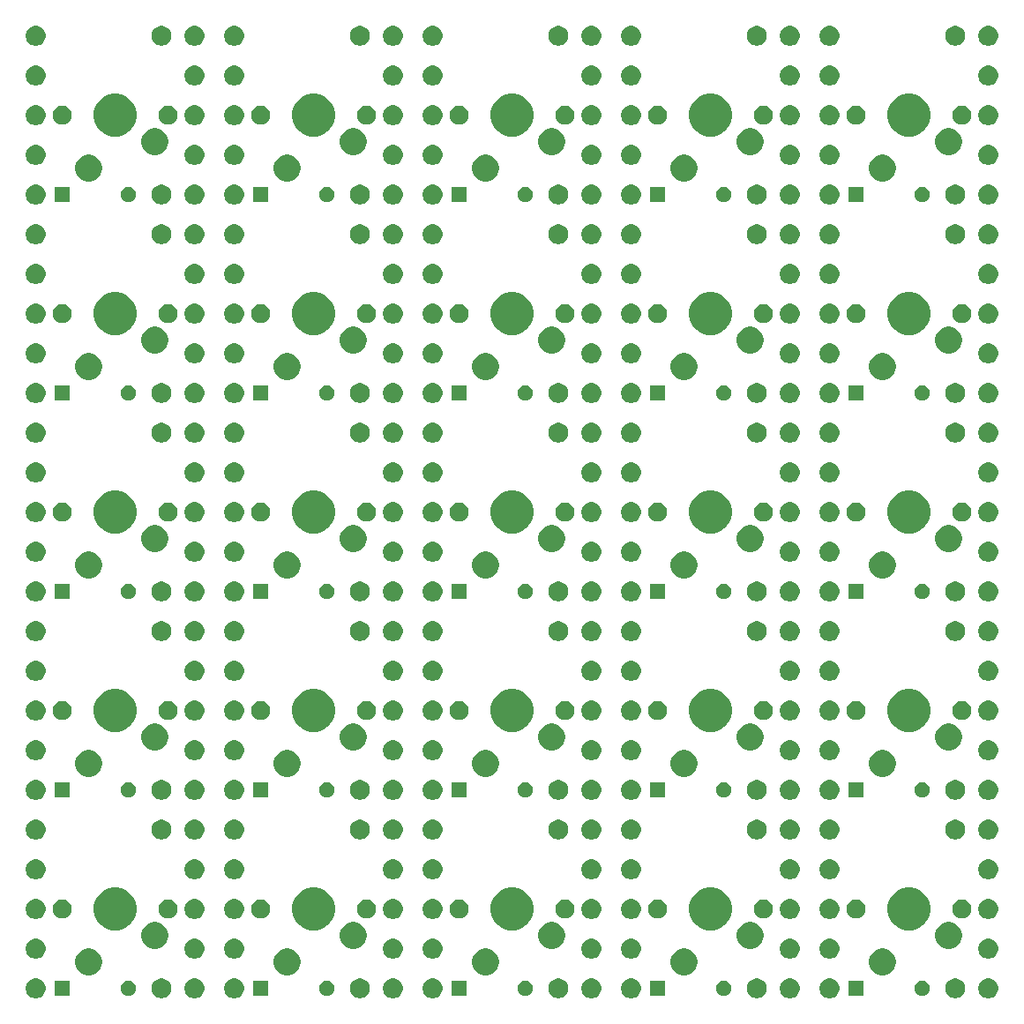
<source format=gts>
G04 #@! TF.GenerationSoftware,KiCad,Pcbnew,5.0.2-bee76a0~70~ubuntu18.04.1*
G04 #@! TF.CreationDate,2019-02-14T02:50:33+09:00*
G04 #@! TF.ProjectId,nexus,6e657875-732e-46b6-9963-61645f706362,rev?*
G04 #@! TF.SameCoordinates,Original*
G04 #@! TF.FileFunction,Soldermask,Top*
G04 #@! TF.FilePolarity,Negative*
%FSLAX46Y46*%
G04 Gerber Fmt 4.6, Leading zero omitted, Abs format (unit mm)*
G04 Created by KiCad (PCBNEW 5.0.2-bee76a0~70~ubuntu18.04.1) date 2019年02月14日 02時50分33秒*
%MOMM*%
%LPD*%
G01*
G04 APERTURE LIST*
%ADD10C,0.265000*%
G04 APERTURE END LIST*
D10*
G36*
X143279396Y-118592546D02*
X143452466Y-118664234D01*
X143608230Y-118768312D01*
X143740688Y-118900770D01*
X143844766Y-119056534D01*
X143916454Y-119229604D01*
X143953000Y-119413333D01*
X143953000Y-119600667D01*
X143916454Y-119784396D01*
X143844766Y-119957466D01*
X143740688Y-120113230D01*
X143608230Y-120245688D01*
X143452466Y-120349766D01*
X143279396Y-120421454D01*
X143095667Y-120458000D01*
X142908333Y-120458000D01*
X142724604Y-120421454D01*
X142551534Y-120349766D01*
X142395770Y-120245688D01*
X142263312Y-120113230D01*
X142159234Y-119957466D01*
X142087546Y-119784396D01*
X142051000Y-119600667D01*
X142051000Y-119413333D01*
X142087546Y-119229604D01*
X142159234Y-119056534D01*
X142263312Y-118900770D01*
X142395770Y-118768312D01*
X142551534Y-118664234D01*
X142724604Y-118592546D01*
X142908333Y-118556000D01*
X143095667Y-118556000D01*
X143279396Y-118592546D01*
X143279396Y-118592546D01*
G37*
G36*
X155344396Y-118592546D02*
X155517466Y-118664234D01*
X155673230Y-118768312D01*
X155805688Y-118900770D01*
X155909766Y-119056534D01*
X155981454Y-119229604D01*
X156018000Y-119413333D01*
X156018000Y-119600667D01*
X155981454Y-119784396D01*
X155909766Y-119957466D01*
X155805688Y-120113230D01*
X155673230Y-120245688D01*
X155517466Y-120349766D01*
X155344396Y-120421454D01*
X155160667Y-120458000D01*
X154973333Y-120458000D01*
X154789604Y-120421454D01*
X154616534Y-120349766D01*
X154460770Y-120245688D01*
X154328312Y-120113230D01*
X154224234Y-119957466D01*
X154152546Y-119784396D01*
X154116000Y-119600667D01*
X154116000Y-119413333D01*
X154152546Y-119229604D01*
X154224234Y-119056534D01*
X154328312Y-118900770D01*
X154460770Y-118768312D01*
X154616534Y-118664234D01*
X154789604Y-118592546D01*
X154973333Y-118556000D01*
X155160667Y-118556000D01*
X155344396Y-118592546D01*
X155344396Y-118592546D01*
G37*
G36*
X67079396Y-118592546D02*
X67252466Y-118664234D01*
X67408230Y-118768312D01*
X67540688Y-118900770D01*
X67644766Y-119056534D01*
X67716454Y-119229604D01*
X67753000Y-119413333D01*
X67753000Y-119600667D01*
X67716454Y-119784396D01*
X67644766Y-119957466D01*
X67540688Y-120113230D01*
X67408230Y-120245688D01*
X67252466Y-120349766D01*
X67079396Y-120421454D01*
X66895667Y-120458000D01*
X66708333Y-120458000D01*
X66524604Y-120421454D01*
X66351534Y-120349766D01*
X66195770Y-120245688D01*
X66063312Y-120113230D01*
X65959234Y-119957466D01*
X65887546Y-119784396D01*
X65851000Y-119600667D01*
X65851000Y-119413333D01*
X65887546Y-119229604D01*
X65959234Y-119056534D01*
X66063312Y-118900770D01*
X66195770Y-118768312D01*
X66351534Y-118664234D01*
X66524604Y-118592546D01*
X66708333Y-118556000D01*
X66895667Y-118556000D01*
X67079396Y-118592546D01*
X67079396Y-118592546D01*
G37*
G36*
X79144396Y-118592546D02*
X79317466Y-118664234D01*
X79473230Y-118768312D01*
X79605688Y-118900770D01*
X79709766Y-119056534D01*
X79781454Y-119229604D01*
X79818000Y-119413333D01*
X79818000Y-119600667D01*
X79781454Y-119784396D01*
X79709766Y-119957466D01*
X79605688Y-120113230D01*
X79473230Y-120245688D01*
X79317466Y-120349766D01*
X79144396Y-120421454D01*
X78960667Y-120458000D01*
X78773333Y-120458000D01*
X78589604Y-120421454D01*
X78416534Y-120349766D01*
X78260770Y-120245688D01*
X78128312Y-120113230D01*
X78024234Y-119957466D01*
X77952546Y-119784396D01*
X77916000Y-119600667D01*
X77916000Y-119413333D01*
X77952546Y-119229604D01*
X78024234Y-119056534D01*
X78128312Y-118900770D01*
X78260770Y-118768312D01*
X78416534Y-118664234D01*
X78589604Y-118592546D01*
X78773333Y-118556000D01*
X78960667Y-118556000D01*
X79144396Y-118592546D01*
X79144396Y-118592546D01*
G37*
G36*
X82319396Y-118592546D02*
X82492466Y-118664234D01*
X82648230Y-118768312D01*
X82780688Y-118900770D01*
X82884766Y-119056534D01*
X82956454Y-119229604D01*
X82993000Y-119413333D01*
X82993000Y-119600667D01*
X82956454Y-119784396D01*
X82884766Y-119957466D01*
X82780688Y-120113230D01*
X82648230Y-120245688D01*
X82492466Y-120349766D01*
X82319396Y-120421454D01*
X82135667Y-120458000D01*
X81948333Y-120458000D01*
X81764604Y-120421454D01*
X81591534Y-120349766D01*
X81435770Y-120245688D01*
X81303312Y-120113230D01*
X81199234Y-119957466D01*
X81127546Y-119784396D01*
X81091000Y-119600667D01*
X81091000Y-119413333D01*
X81127546Y-119229604D01*
X81199234Y-119056534D01*
X81303312Y-118900770D01*
X81435770Y-118768312D01*
X81591534Y-118664234D01*
X81764604Y-118592546D01*
X81948333Y-118556000D01*
X82135667Y-118556000D01*
X82319396Y-118592546D01*
X82319396Y-118592546D01*
G37*
G36*
X86129396Y-118592546D02*
X86302466Y-118664234D01*
X86458230Y-118768312D01*
X86590688Y-118900770D01*
X86694766Y-119056534D01*
X86766454Y-119229604D01*
X86803000Y-119413333D01*
X86803000Y-119600667D01*
X86766454Y-119784396D01*
X86694766Y-119957466D01*
X86590688Y-120113230D01*
X86458230Y-120245688D01*
X86302466Y-120349766D01*
X86129396Y-120421454D01*
X85945667Y-120458000D01*
X85758333Y-120458000D01*
X85574604Y-120421454D01*
X85401534Y-120349766D01*
X85245770Y-120245688D01*
X85113312Y-120113230D01*
X85009234Y-119957466D01*
X84937546Y-119784396D01*
X84901000Y-119600667D01*
X84901000Y-119413333D01*
X84937546Y-119229604D01*
X85009234Y-119056534D01*
X85113312Y-118900770D01*
X85245770Y-118768312D01*
X85401534Y-118664234D01*
X85574604Y-118592546D01*
X85758333Y-118556000D01*
X85945667Y-118556000D01*
X86129396Y-118592546D01*
X86129396Y-118592546D01*
G37*
G36*
X101369396Y-118592546D02*
X101542466Y-118664234D01*
X101698230Y-118768312D01*
X101830688Y-118900770D01*
X101934766Y-119056534D01*
X102006454Y-119229604D01*
X102043000Y-119413333D01*
X102043000Y-119600667D01*
X102006454Y-119784396D01*
X101934766Y-119957466D01*
X101830688Y-120113230D01*
X101698230Y-120245688D01*
X101542466Y-120349766D01*
X101369396Y-120421454D01*
X101185667Y-120458000D01*
X100998333Y-120458000D01*
X100814604Y-120421454D01*
X100641534Y-120349766D01*
X100485770Y-120245688D01*
X100353312Y-120113230D01*
X100249234Y-119957466D01*
X100177546Y-119784396D01*
X100141000Y-119600667D01*
X100141000Y-119413333D01*
X100177546Y-119229604D01*
X100249234Y-119056534D01*
X100353312Y-118900770D01*
X100485770Y-118768312D01*
X100641534Y-118664234D01*
X100814604Y-118592546D01*
X100998333Y-118556000D01*
X101185667Y-118556000D01*
X101369396Y-118592546D01*
X101369396Y-118592546D01*
G37*
G36*
X98194396Y-118592546D02*
X98367466Y-118664234D01*
X98523230Y-118768312D01*
X98655688Y-118900770D01*
X98759766Y-119056534D01*
X98831454Y-119229604D01*
X98868000Y-119413333D01*
X98868000Y-119600667D01*
X98831454Y-119784396D01*
X98759766Y-119957466D01*
X98655688Y-120113230D01*
X98523230Y-120245688D01*
X98367466Y-120349766D01*
X98194396Y-120421454D01*
X98010667Y-120458000D01*
X97823333Y-120458000D01*
X97639604Y-120421454D01*
X97466534Y-120349766D01*
X97310770Y-120245688D01*
X97178312Y-120113230D01*
X97074234Y-119957466D01*
X97002546Y-119784396D01*
X96966000Y-119600667D01*
X96966000Y-119413333D01*
X97002546Y-119229604D01*
X97074234Y-119056534D01*
X97178312Y-118900770D01*
X97310770Y-118768312D01*
X97466534Y-118664234D01*
X97639604Y-118592546D01*
X97823333Y-118556000D01*
X98010667Y-118556000D01*
X98194396Y-118592546D01*
X98194396Y-118592546D01*
G37*
G36*
X120419396Y-118592546D02*
X120592466Y-118664234D01*
X120748230Y-118768312D01*
X120880688Y-118900770D01*
X120984766Y-119056534D01*
X121056454Y-119229604D01*
X121093000Y-119413333D01*
X121093000Y-119600667D01*
X121056454Y-119784396D01*
X120984766Y-119957466D01*
X120880688Y-120113230D01*
X120748230Y-120245688D01*
X120592466Y-120349766D01*
X120419396Y-120421454D01*
X120235667Y-120458000D01*
X120048333Y-120458000D01*
X119864604Y-120421454D01*
X119691534Y-120349766D01*
X119535770Y-120245688D01*
X119403312Y-120113230D01*
X119299234Y-119957466D01*
X119227546Y-119784396D01*
X119191000Y-119600667D01*
X119191000Y-119413333D01*
X119227546Y-119229604D01*
X119299234Y-119056534D01*
X119403312Y-118900770D01*
X119535770Y-118768312D01*
X119691534Y-118664234D01*
X119864604Y-118592546D01*
X120048333Y-118556000D01*
X120235667Y-118556000D01*
X120419396Y-118592546D01*
X120419396Y-118592546D01*
G37*
G36*
X117244396Y-118592546D02*
X117417466Y-118664234D01*
X117573230Y-118768312D01*
X117705688Y-118900770D01*
X117809766Y-119056534D01*
X117881454Y-119229604D01*
X117918000Y-119413333D01*
X117918000Y-119600667D01*
X117881454Y-119784396D01*
X117809766Y-119957466D01*
X117705688Y-120113230D01*
X117573230Y-120245688D01*
X117417466Y-120349766D01*
X117244396Y-120421454D01*
X117060667Y-120458000D01*
X116873333Y-120458000D01*
X116689604Y-120421454D01*
X116516534Y-120349766D01*
X116360770Y-120245688D01*
X116228312Y-120113230D01*
X116124234Y-119957466D01*
X116052546Y-119784396D01*
X116016000Y-119600667D01*
X116016000Y-119413333D01*
X116052546Y-119229604D01*
X116124234Y-119056534D01*
X116228312Y-118900770D01*
X116360770Y-118768312D01*
X116516534Y-118664234D01*
X116689604Y-118592546D01*
X116873333Y-118556000D01*
X117060667Y-118556000D01*
X117244396Y-118592546D01*
X117244396Y-118592546D01*
G37*
G36*
X158519396Y-118592546D02*
X158692466Y-118664234D01*
X158848230Y-118768312D01*
X158980688Y-118900770D01*
X159084766Y-119056534D01*
X159156454Y-119229604D01*
X159193000Y-119413333D01*
X159193000Y-119600667D01*
X159156454Y-119784396D01*
X159084766Y-119957466D01*
X158980688Y-120113230D01*
X158848230Y-120245688D01*
X158692466Y-120349766D01*
X158519396Y-120421454D01*
X158335667Y-120458000D01*
X158148333Y-120458000D01*
X157964604Y-120421454D01*
X157791534Y-120349766D01*
X157635770Y-120245688D01*
X157503312Y-120113230D01*
X157399234Y-119957466D01*
X157327546Y-119784396D01*
X157291000Y-119600667D01*
X157291000Y-119413333D01*
X157327546Y-119229604D01*
X157399234Y-119056534D01*
X157503312Y-118900770D01*
X157635770Y-118768312D01*
X157791534Y-118664234D01*
X157964604Y-118592546D01*
X158148333Y-118556000D01*
X158335667Y-118556000D01*
X158519396Y-118592546D01*
X158519396Y-118592546D01*
G37*
G36*
X124229396Y-118592546D02*
X124402466Y-118664234D01*
X124558230Y-118768312D01*
X124690688Y-118900770D01*
X124794766Y-119056534D01*
X124866454Y-119229604D01*
X124903000Y-119413333D01*
X124903000Y-119600667D01*
X124866454Y-119784396D01*
X124794766Y-119957466D01*
X124690688Y-120113230D01*
X124558230Y-120245688D01*
X124402466Y-120349766D01*
X124229396Y-120421454D01*
X124045667Y-120458000D01*
X123858333Y-120458000D01*
X123674604Y-120421454D01*
X123501534Y-120349766D01*
X123345770Y-120245688D01*
X123213312Y-120113230D01*
X123109234Y-119957466D01*
X123037546Y-119784396D01*
X123001000Y-119600667D01*
X123001000Y-119413333D01*
X123037546Y-119229604D01*
X123109234Y-119056534D01*
X123213312Y-118900770D01*
X123345770Y-118768312D01*
X123501534Y-118664234D01*
X123674604Y-118592546D01*
X123858333Y-118556000D01*
X124045667Y-118556000D01*
X124229396Y-118592546D01*
X124229396Y-118592546D01*
G37*
G36*
X136294396Y-118592546D02*
X136467466Y-118664234D01*
X136623230Y-118768312D01*
X136755688Y-118900770D01*
X136859766Y-119056534D01*
X136931454Y-119229604D01*
X136968000Y-119413333D01*
X136968000Y-119600667D01*
X136931454Y-119784396D01*
X136859766Y-119957466D01*
X136755688Y-120113230D01*
X136623230Y-120245688D01*
X136467466Y-120349766D01*
X136294396Y-120421454D01*
X136110667Y-120458000D01*
X135923333Y-120458000D01*
X135739604Y-120421454D01*
X135566534Y-120349766D01*
X135410770Y-120245688D01*
X135278312Y-120113230D01*
X135174234Y-119957466D01*
X135102546Y-119784396D01*
X135066000Y-119600667D01*
X135066000Y-119413333D01*
X135102546Y-119229604D01*
X135174234Y-119056534D01*
X135278312Y-118900770D01*
X135410770Y-118768312D01*
X135566534Y-118664234D01*
X135739604Y-118592546D01*
X135923333Y-118556000D01*
X136110667Y-118556000D01*
X136294396Y-118592546D01*
X136294396Y-118592546D01*
G37*
G36*
X105179396Y-118592546D02*
X105352466Y-118664234D01*
X105508230Y-118768312D01*
X105640688Y-118900770D01*
X105744766Y-119056534D01*
X105816454Y-119229604D01*
X105853000Y-119413333D01*
X105853000Y-119600667D01*
X105816454Y-119784396D01*
X105744766Y-119957466D01*
X105640688Y-120113230D01*
X105508230Y-120245688D01*
X105352466Y-120349766D01*
X105179396Y-120421454D01*
X104995667Y-120458000D01*
X104808333Y-120458000D01*
X104624604Y-120421454D01*
X104451534Y-120349766D01*
X104295770Y-120245688D01*
X104163312Y-120113230D01*
X104059234Y-119957466D01*
X103987546Y-119784396D01*
X103951000Y-119600667D01*
X103951000Y-119413333D01*
X103987546Y-119229604D01*
X104059234Y-119056534D01*
X104163312Y-118900770D01*
X104295770Y-118768312D01*
X104451534Y-118664234D01*
X104624604Y-118592546D01*
X104808333Y-118556000D01*
X104995667Y-118556000D01*
X105179396Y-118592546D01*
X105179396Y-118592546D01*
G37*
G36*
X139469396Y-118592546D02*
X139642466Y-118664234D01*
X139798230Y-118768312D01*
X139930688Y-118900770D01*
X140034766Y-119056534D01*
X140106454Y-119229604D01*
X140143000Y-119413333D01*
X140143000Y-119600667D01*
X140106454Y-119784396D01*
X140034766Y-119957466D01*
X139930688Y-120113230D01*
X139798230Y-120245688D01*
X139642466Y-120349766D01*
X139469396Y-120421454D01*
X139285667Y-120458000D01*
X139098333Y-120458000D01*
X138914604Y-120421454D01*
X138741534Y-120349766D01*
X138585770Y-120245688D01*
X138453312Y-120113230D01*
X138349234Y-119957466D01*
X138277546Y-119784396D01*
X138241000Y-119600667D01*
X138241000Y-119413333D01*
X138277546Y-119229604D01*
X138349234Y-119056534D01*
X138453312Y-118900770D01*
X138585770Y-118768312D01*
X138741534Y-118664234D01*
X138914604Y-118592546D01*
X139098333Y-118556000D01*
X139285667Y-118556000D01*
X139469396Y-118592546D01*
X139469396Y-118592546D01*
G37*
G36*
X127243000Y-120258000D02*
X125741000Y-120258000D01*
X125741000Y-118756000D01*
X127243000Y-118756000D01*
X127243000Y-120258000D01*
X127243000Y-120258000D01*
G37*
G36*
X132974004Y-118767544D02*
X133061059Y-118784860D01*
X133197732Y-118841472D01*
X133197733Y-118841473D01*
X133320738Y-118923662D01*
X133425338Y-119028262D01*
X133425340Y-119028265D01*
X133507528Y-119151268D01*
X133564140Y-119287941D01*
X133593000Y-119433033D01*
X133593000Y-119580967D01*
X133564140Y-119726059D01*
X133507528Y-119862732D01*
X133507527Y-119862733D01*
X133425338Y-119985738D01*
X133320738Y-120090338D01*
X133320735Y-120090340D01*
X133197732Y-120172528D01*
X133061059Y-120229140D01*
X132977865Y-120245688D01*
X132915969Y-120258000D01*
X132768031Y-120258000D01*
X132706135Y-120245688D01*
X132622941Y-120229140D01*
X132486268Y-120172528D01*
X132363265Y-120090340D01*
X132363262Y-120090338D01*
X132258662Y-119985738D01*
X132176473Y-119862733D01*
X132176472Y-119862732D01*
X132119860Y-119726059D01*
X132091000Y-119580967D01*
X132091000Y-119433033D01*
X132119860Y-119287941D01*
X132176472Y-119151268D01*
X132258660Y-119028265D01*
X132258662Y-119028262D01*
X132363262Y-118923662D01*
X132486267Y-118841473D01*
X132486268Y-118841472D01*
X132622941Y-118784860D01*
X132709996Y-118767544D01*
X132768031Y-118756000D01*
X132915969Y-118756000D01*
X132974004Y-118767544D01*
X132974004Y-118767544D01*
G37*
G36*
X113924004Y-118767544D02*
X114011059Y-118784860D01*
X114147732Y-118841472D01*
X114147733Y-118841473D01*
X114270738Y-118923662D01*
X114375338Y-119028262D01*
X114375340Y-119028265D01*
X114457528Y-119151268D01*
X114514140Y-119287941D01*
X114543000Y-119433033D01*
X114543000Y-119580967D01*
X114514140Y-119726059D01*
X114457528Y-119862732D01*
X114457527Y-119862733D01*
X114375338Y-119985738D01*
X114270738Y-120090338D01*
X114270735Y-120090340D01*
X114147732Y-120172528D01*
X114011059Y-120229140D01*
X113927865Y-120245688D01*
X113865969Y-120258000D01*
X113718031Y-120258000D01*
X113656135Y-120245688D01*
X113572941Y-120229140D01*
X113436268Y-120172528D01*
X113313265Y-120090340D01*
X113313262Y-120090338D01*
X113208662Y-119985738D01*
X113126473Y-119862733D01*
X113126472Y-119862732D01*
X113069860Y-119726059D01*
X113041000Y-119580967D01*
X113041000Y-119433033D01*
X113069860Y-119287941D01*
X113126472Y-119151268D01*
X113208660Y-119028265D01*
X113208662Y-119028262D01*
X113313262Y-118923662D01*
X113436267Y-118841473D01*
X113436268Y-118841472D01*
X113572941Y-118784860D01*
X113659996Y-118767544D01*
X113718031Y-118756000D01*
X113865969Y-118756000D01*
X113924004Y-118767544D01*
X113924004Y-118767544D01*
G37*
G36*
X108193000Y-120258000D02*
X106691000Y-120258000D01*
X106691000Y-118756000D01*
X108193000Y-118756000D01*
X108193000Y-120258000D01*
X108193000Y-120258000D01*
G37*
G36*
X94874004Y-118767544D02*
X94961059Y-118784860D01*
X95097732Y-118841472D01*
X95097733Y-118841473D01*
X95220738Y-118923662D01*
X95325338Y-119028262D01*
X95325340Y-119028265D01*
X95407528Y-119151268D01*
X95464140Y-119287941D01*
X95493000Y-119433033D01*
X95493000Y-119580967D01*
X95464140Y-119726059D01*
X95407528Y-119862732D01*
X95407527Y-119862733D01*
X95325338Y-119985738D01*
X95220738Y-120090338D01*
X95220735Y-120090340D01*
X95097732Y-120172528D01*
X94961059Y-120229140D01*
X94877865Y-120245688D01*
X94815969Y-120258000D01*
X94668031Y-120258000D01*
X94606135Y-120245688D01*
X94522941Y-120229140D01*
X94386268Y-120172528D01*
X94263265Y-120090340D01*
X94263262Y-120090338D01*
X94158662Y-119985738D01*
X94076473Y-119862733D01*
X94076472Y-119862732D01*
X94019860Y-119726059D01*
X93991000Y-119580967D01*
X93991000Y-119433033D01*
X94019860Y-119287941D01*
X94076472Y-119151268D01*
X94158660Y-119028265D01*
X94158662Y-119028262D01*
X94263262Y-118923662D01*
X94386267Y-118841473D01*
X94386268Y-118841472D01*
X94522941Y-118784860D01*
X94609996Y-118767544D01*
X94668031Y-118756000D01*
X94815969Y-118756000D01*
X94874004Y-118767544D01*
X94874004Y-118767544D01*
G37*
G36*
X89143000Y-120258000D02*
X87641000Y-120258000D01*
X87641000Y-118756000D01*
X89143000Y-118756000D01*
X89143000Y-120258000D01*
X89143000Y-120258000D01*
G37*
G36*
X75824004Y-118767544D02*
X75911059Y-118784860D01*
X76047732Y-118841472D01*
X76047733Y-118841473D01*
X76170738Y-118923662D01*
X76275338Y-119028262D01*
X76275340Y-119028265D01*
X76357528Y-119151268D01*
X76414140Y-119287941D01*
X76443000Y-119433033D01*
X76443000Y-119580967D01*
X76414140Y-119726059D01*
X76357528Y-119862732D01*
X76357527Y-119862733D01*
X76275338Y-119985738D01*
X76170738Y-120090338D01*
X76170735Y-120090340D01*
X76047732Y-120172528D01*
X75911059Y-120229140D01*
X75827865Y-120245688D01*
X75765969Y-120258000D01*
X75618031Y-120258000D01*
X75556135Y-120245688D01*
X75472941Y-120229140D01*
X75336268Y-120172528D01*
X75213265Y-120090340D01*
X75213262Y-120090338D01*
X75108662Y-119985738D01*
X75026473Y-119862733D01*
X75026472Y-119862732D01*
X74969860Y-119726059D01*
X74941000Y-119580967D01*
X74941000Y-119433033D01*
X74969860Y-119287941D01*
X75026472Y-119151268D01*
X75108660Y-119028265D01*
X75108662Y-119028262D01*
X75213262Y-118923662D01*
X75336267Y-118841473D01*
X75336268Y-118841472D01*
X75472941Y-118784860D01*
X75559996Y-118767544D01*
X75618031Y-118756000D01*
X75765969Y-118756000D01*
X75824004Y-118767544D01*
X75824004Y-118767544D01*
G37*
G36*
X70093000Y-120258000D02*
X68591000Y-120258000D01*
X68591000Y-118756000D01*
X70093000Y-118756000D01*
X70093000Y-120258000D01*
X70093000Y-120258000D01*
G37*
G36*
X146293000Y-120258000D02*
X144791000Y-120258000D01*
X144791000Y-118756000D01*
X146293000Y-118756000D01*
X146293000Y-120258000D01*
X146293000Y-120258000D01*
G37*
G36*
X152024004Y-118767544D02*
X152111059Y-118784860D01*
X152247732Y-118841472D01*
X152247733Y-118841473D01*
X152370738Y-118923662D01*
X152475338Y-119028262D01*
X152475340Y-119028265D01*
X152557528Y-119151268D01*
X152614140Y-119287941D01*
X152643000Y-119433033D01*
X152643000Y-119580967D01*
X152614140Y-119726059D01*
X152557528Y-119862732D01*
X152557527Y-119862733D01*
X152475338Y-119985738D01*
X152370738Y-120090338D01*
X152370735Y-120090340D01*
X152247732Y-120172528D01*
X152111059Y-120229140D01*
X152027865Y-120245688D01*
X151965969Y-120258000D01*
X151818031Y-120258000D01*
X151756135Y-120245688D01*
X151672941Y-120229140D01*
X151536268Y-120172528D01*
X151413265Y-120090340D01*
X151413262Y-120090338D01*
X151308662Y-119985738D01*
X151226473Y-119862733D01*
X151226472Y-119862732D01*
X151169860Y-119726059D01*
X151141000Y-119580967D01*
X151141000Y-119433033D01*
X151169860Y-119287941D01*
X151226472Y-119151268D01*
X151308660Y-119028265D01*
X151308662Y-119028262D01*
X151413262Y-118923662D01*
X151536267Y-118841473D01*
X151536268Y-118841472D01*
X151672941Y-118784860D01*
X151759996Y-118767544D01*
X151818031Y-118756000D01*
X151965969Y-118756000D01*
X152024004Y-118767544D01*
X152024004Y-118767544D01*
G37*
G36*
X110361485Y-115715996D02*
X110361487Y-115715997D01*
X110361488Y-115715997D01*
X110598255Y-115814069D01*
X110811342Y-115956449D01*
X110992551Y-116137658D01*
X110992553Y-116137661D01*
X111134931Y-116350745D01*
X111213226Y-116539765D01*
X111233004Y-116587515D01*
X111283000Y-116838861D01*
X111283000Y-117095139D01*
X111233004Y-117346485D01*
X111134931Y-117583255D01*
X110992551Y-117796342D01*
X110811342Y-117977551D01*
X110811339Y-117977553D01*
X110598255Y-118119931D01*
X110361488Y-118218003D01*
X110361487Y-118218003D01*
X110361485Y-118218004D01*
X110110139Y-118268000D01*
X109853861Y-118268000D01*
X109602515Y-118218004D01*
X109602513Y-118218003D01*
X109602512Y-118218003D01*
X109365745Y-118119931D01*
X109152661Y-117977553D01*
X109152658Y-117977551D01*
X108971449Y-117796342D01*
X108829069Y-117583255D01*
X108730996Y-117346485D01*
X108681000Y-117095139D01*
X108681000Y-116838861D01*
X108730996Y-116587515D01*
X108750775Y-116539765D01*
X108829069Y-116350745D01*
X108971447Y-116137661D01*
X108971449Y-116137658D01*
X109152658Y-115956449D01*
X109365745Y-115814069D01*
X109602512Y-115715997D01*
X109602513Y-115715997D01*
X109602515Y-115715996D01*
X109853861Y-115666000D01*
X110110139Y-115666000D01*
X110361485Y-115715996D01*
X110361485Y-115715996D01*
G37*
G36*
X72261485Y-115715996D02*
X72261487Y-115715997D01*
X72261488Y-115715997D01*
X72498255Y-115814069D01*
X72711342Y-115956449D01*
X72892551Y-116137658D01*
X72892553Y-116137661D01*
X73034931Y-116350745D01*
X73113226Y-116539765D01*
X73133004Y-116587515D01*
X73183000Y-116838861D01*
X73183000Y-117095139D01*
X73133004Y-117346485D01*
X73034931Y-117583255D01*
X72892551Y-117796342D01*
X72711342Y-117977551D01*
X72711339Y-117977553D01*
X72498255Y-118119931D01*
X72261488Y-118218003D01*
X72261487Y-118218003D01*
X72261485Y-118218004D01*
X72010139Y-118268000D01*
X71753861Y-118268000D01*
X71502515Y-118218004D01*
X71502513Y-118218003D01*
X71502512Y-118218003D01*
X71265745Y-118119931D01*
X71052661Y-117977553D01*
X71052658Y-117977551D01*
X70871449Y-117796342D01*
X70729069Y-117583255D01*
X70630996Y-117346485D01*
X70581000Y-117095139D01*
X70581000Y-116838861D01*
X70630996Y-116587515D01*
X70650775Y-116539765D01*
X70729069Y-116350745D01*
X70871447Y-116137661D01*
X70871449Y-116137658D01*
X71052658Y-115956449D01*
X71265745Y-115814069D01*
X71502512Y-115715997D01*
X71502513Y-115715997D01*
X71502515Y-115715996D01*
X71753861Y-115666000D01*
X72010139Y-115666000D01*
X72261485Y-115715996D01*
X72261485Y-115715996D01*
G37*
G36*
X91311485Y-115715996D02*
X91311487Y-115715997D01*
X91311488Y-115715997D01*
X91548255Y-115814069D01*
X91761342Y-115956449D01*
X91942551Y-116137658D01*
X91942553Y-116137661D01*
X92084931Y-116350745D01*
X92163226Y-116539765D01*
X92183004Y-116587515D01*
X92233000Y-116838861D01*
X92233000Y-117095139D01*
X92183004Y-117346485D01*
X92084931Y-117583255D01*
X91942551Y-117796342D01*
X91761342Y-117977551D01*
X91761339Y-117977553D01*
X91548255Y-118119931D01*
X91311488Y-118218003D01*
X91311487Y-118218003D01*
X91311485Y-118218004D01*
X91060139Y-118268000D01*
X90803861Y-118268000D01*
X90552515Y-118218004D01*
X90552513Y-118218003D01*
X90552512Y-118218003D01*
X90315745Y-118119931D01*
X90102661Y-117977553D01*
X90102658Y-117977551D01*
X89921449Y-117796342D01*
X89779069Y-117583255D01*
X89680996Y-117346485D01*
X89631000Y-117095139D01*
X89631000Y-116838861D01*
X89680996Y-116587515D01*
X89700775Y-116539765D01*
X89779069Y-116350745D01*
X89921447Y-116137661D01*
X89921449Y-116137658D01*
X90102658Y-115956449D01*
X90315745Y-115814069D01*
X90552512Y-115715997D01*
X90552513Y-115715997D01*
X90552515Y-115715996D01*
X90803861Y-115666000D01*
X91060139Y-115666000D01*
X91311485Y-115715996D01*
X91311485Y-115715996D01*
G37*
G36*
X129411485Y-115715996D02*
X129411487Y-115715997D01*
X129411488Y-115715997D01*
X129648255Y-115814069D01*
X129861342Y-115956449D01*
X130042551Y-116137658D01*
X130042553Y-116137661D01*
X130184931Y-116350745D01*
X130263226Y-116539765D01*
X130283004Y-116587515D01*
X130333000Y-116838861D01*
X130333000Y-117095139D01*
X130283004Y-117346485D01*
X130184931Y-117583255D01*
X130042551Y-117796342D01*
X129861342Y-117977551D01*
X129861339Y-117977553D01*
X129648255Y-118119931D01*
X129411488Y-118218003D01*
X129411487Y-118218003D01*
X129411485Y-118218004D01*
X129160139Y-118268000D01*
X128903861Y-118268000D01*
X128652515Y-118218004D01*
X128652513Y-118218003D01*
X128652512Y-118218003D01*
X128415745Y-118119931D01*
X128202661Y-117977553D01*
X128202658Y-117977551D01*
X128021449Y-117796342D01*
X127879069Y-117583255D01*
X127780996Y-117346485D01*
X127731000Y-117095139D01*
X127731000Y-116838861D01*
X127780996Y-116587515D01*
X127800775Y-116539765D01*
X127879069Y-116350745D01*
X128021447Y-116137661D01*
X128021449Y-116137658D01*
X128202658Y-115956449D01*
X128415745Y-115814069D01*
X128652512Y-115715997D01*
X128652513Y-115715997D01*
X128652515Y-115715996D01*
X128903861Y-115666000D01*
X129160139Y-115666000D01*
X129411485Y-115715996D01*
X129411485Y-115715996D01*
G37*
G36*
X148461485Y-115715996D02*
X148461487Y-115715997D01*
X148461488Y-115715997D01*
X148698255Y-115814069D01*
X148911342Y-115956449D01*
X149092551Y-116137658D01*
X149092553Y-116137661D01*
X149234931Y-116350745D01*
X149313226Y-116539765D01*
X149333004Y-116587515D01*
X149383000Y-116838861D01*
X149383000Y-117095139D01*
X149333004Y-117346485D01*
X149234931Y-117583255D01*
X149092551Y-117796342D01*
X148911342Y-117977551D01*
X148911339Y-117977553D01*
X148698255Y-118119931D01*
X148461488Y-118218003D01*
X148461487Y-118218003D01*
X148461485Y-118218004D01*
X148210139Y-118268000D01*
X147953861Y-118268000D01*
X147702515Y-118218004D01*
X147702513Y-118218003D01*
X147702512Y-118218003D01*
X147465745Y-118119931D01*
X147252661Y-117977553D01*
X147252658Y-117977551D01*
X147071449Y-117796342D01*
X146929069Y-117583255D01*
X146830996Y-117346485D01*
X146781000Y-117095139D01*
X146781000Y-116838861D01*
X146830996Y-116587515D01*
X146850775Y-116539765D01*
X146929069Y-116350745D01*
X147071447Y-116137661D01*
X147071449Y-116137658D01*
X147252658Y-115956449D01*
X147465745Y-115814069D01*
X147702512Y-115715997D01*
X147702513Y-115715997D01*
X147702515Y-115715996D01*
X147953861Y-115666000D01*
X148210139Y-115666000D01*
X148461485Y-115715996D01*
X148461485Y-115715996D01*
G37*
G36*
X86129396Y-114782546D02*
X86302466Y-114854234D01*
X86458230Y-114958312D01*
X86590688Y-115090770D01*
X86694766Y-115246534D01*
X86766454Y-115419604D01*
X86803000Y-115603333D01*
X86803000Y-115790667D01*
X86766454Y-115974396D01*
X86694766Y-116147466D01*
X86590688Y-116303230D01*
X86458230Y-116435688D01*
X86302466Y-116539766D01*
X86129396Y-116611454D01*
X85945667Y-116648000D01*
X85758333Y-116648000D01*
X85574604Y-116611454D01*
X85401534Y-116539766D01*
X85245770Y-116435688D01*
X85113312Y-116303230D01*
X85009234Y-116147466D01*
X84937546Y-115974396D01*
X84901000Y-115790667D01*
X84901000Y-115603333D01*
X84937546Y-115419604D01*
X85009234Y-115246534D01*
X85113312Y-115090770D01*
X85245770Y-114958312D01*
X85401534Y-114854234D01*
X85574604Y-114782546D01*
X85758333Y-114746000D01*
X85945667Y-114746000D01*
X86129396Y-114782546D01*
X86129396Y-114782546D01*
G37*
G36*
X67079396Y-114782546D02*
X67252466Y-114854234D01*
X67408230Y-114958312D01*
X67540688Y-115090770D01*
X67644766Y-115246534D01*
X67716454Y-115419604D01*
X67753000Y-115603333D01*
X67753000Y-115790667D01*
X67716454Y-115974396D01*
X67644766Y-116147466D01*
X67540688Y-116303230D01*
X67408230Y-116435688D01*
X67252466Y-116539766D01*
X67079396Y-116611454D01*
X66895667Y-116648000D01*
X66708333Y-116648000D01*
X66524604Y-116611454D01*
X66351534Y-116539766D01*
X66195770Y-116435688D01*
X66063312Y-116303230D01*
X65959234Y-116147466D01*
X65887546Y-115974396D01*
X65851000Y-115790667D01*
X65851000Y-115603333D01*
X65887546Y-115419604D01*
X65959234Y-115246534D01*
X66063312Y-115090770D01*
X66195770Y-114958312D01*
X66351534Y-114854234D01*
X66524604Y-114782546D01*
X66708333Y-114746000D01*
X66895667Y-114746000D01*
X67079396Y-114782546D01*
X67079396Y-114782546D01*
G37*
G36*
X105179396Y-114782546D02*
X105352466Y-114854234D01*
X105508230Y-114958312D01*
X105640688Y-115090770D01*
X105744766Y-115246534D01*
X105816454Y-115419604D01*
X105853000Y-115603333D01*
X105853000Y-115790667D01*
X105816454Y-115974396D01*
X105744766Y-116147466D01*
X105640688Y-116303230D01*
X105508230Y-116435688D01*
X105352466Y-116539766D01*
X105179396Y-116611454D01*
X104995667Y-116648000D01*
X104808333Y-116648000D01*
X104624604Y-116611454D01*
X104451534Y-116539766D01*
X104295770Y-116435688D01*
X104163312Y-116303230D01*
X104059234Y-116147466D01*
X103987546Y-115974396D01*
X103951000Y-115790667D01*
X103951000Y-115603333D01*
X103987546Y-115419604D01*
X104059234Y-115246534D01*
X104163312Y-115090770D01*
X104295770Y-114958312D01*
X104451534Y-114854234D01*
X104624604Y-114782546D01*
X104808333Y-114746000D01*
X104995667Y-114746000D01*
X105179396Y-114782546D01*
X105179396Y-114782546D01*
G37*
G36*
X124229396Y-114782546D02*
X124402466Y-114854234D01*
X124558230Y-114958312D01*
X124690688Y-115090770D01*
X124794766Y-115246534D01*
X124866454Y-115419604D01*
X124903000Y-115603333D01*
X124903000Y-115790667D01*
X124866454Y-115974396D01*
X124794766Y-116147466D01*
X124690688Y-116303230D01*
X124558230Y-116435688D01*
X124402466Y-116539766D01*
X124229396Y-116611454D01*
X124045667Y-116648000D01*
X123858333Y-116648000D01*
X123674604Y-116611454D01*
X123501534Y-116539766D01*
X123345770Y-116435688D01*
X123213312Y-116303230D01*
X123109234Y-116147466D01*
X123037546Y-115974396D01*
X123001000Y-115790667D01*
X123001000Y-115603333D01*
X123037546Y-115419604D01*
X123109234Y-115246534D01*
X123213312Y-115090770D01*
X123345770Y-114958312D01*
X123501534Y-114854234D01*
X123674604Y-114782546D01*
X123858333Y-114746000D01*
X124045667Y-114746000D01*
X124229396Y-114782546D01*
X124229396Y-114782546D01*
G37*
G36*
X143279396Y-114782546D02*
X143452466Y-114854234D01*
X143608230Y-114958312D01*
X143740688Y-115090770D01*
X143844766Y-115246534D01*
X143916454Y-115419604D01*
X143953000Y-115603333D01*
X143953000Y-115790667D01*
X143916454Y-115974396D01*
X143844766Y-116147466D01*
X143740688Y-116303230D01*
X143608230Y-116435688D01*
X143452466Y-116539766D01*
X143279396Y-116611454D01*
X143095667Y-116648000D01*
X142908333Y-116648000D01*
X142724604Y-116611454D01*
X142551534Y-116539766D01*
X142395770Y-116435688D01*
X142263312Y-116303230D01*
X142159234Y-116147466D01*
X142087546Y-115974396D01*
X142051000Y-115790667D01*
X142051000Y-115603333D01*
X142087546Y-115419604D01*
X142159234Y-115246534D01*
X142263312Y-115090770D01*
X142395770Y-114958312D01*
X142551534Y-114854234D01*
X142724604Y-114782546D01*
X142908333Y-114746000D01*
X143095667Y-114746000D01*
X143279396Y-114782546D01*
X143279396Y-114782546D01*
G37*
G36*
X101369396Y-114782546D02*
X101542466Y-114854234D01*
X101698230Y-114958312D01*
X101830688Y-115090770D01*
X101934766Y-115246534D01*
X102006454Y-115419604D01*
X102043000Y-115603333D01*
X102043000Y-115790667D01*
X102006454Y-115974396D01*
X101934766Y-116147466D01*
X101830688Y-116303230D01*
X101698230Y-116435688D01*
X101542466Y-116539766D01*
X101369396Y-116611454D01*
X101185667Y-116648000D01*
X100998333Y-116648000D01*
X100814604Y-116611454D01*
X100641534Y-116539766D01*
X100485770Y-116435688D01*
X100353312Y-116303230D01*
X100249234Y-116147466D01*
X100177546Y-115974396D01*
X100141000Y-115790667D01*
X100141000Y-115603333D01*
X100177546Y-115419604D01*
X100249234Y-115246534D01*
X100353312Y-115090770D01*
X100485770Y-114958312D01*
X100641534Y-114854234D01*
X100814604Y-114782546D01*
X100998333Y-114746000D01*
X101185667Y-114746000D01*
X101369396Y-114782546D01*
X101369396Y-114782546D01*
G37*
G36*
X120419396Y-114782546D02*
X120592466Y-114854234D01*
X120748230Y-114958312D01*
X120880688Y-115090770D01*
X120984766Y-115246534D01*
X121056454Y-115419604D01*
X121093000Y-115603333D01*
X121093000Y-115790667D01*
X121056454Y-115974396D01*
X120984766Y-116147466D01*
X120880688Y-116303230D01*
X120748230Y-116435688D01*
X120592466Y-116539766D01*
X120419396Y-116611454D01*
X120235667Y-116648000D01*
X120048333Y-116648000D01*
X119864604Y-116611454D01*
X119691534Y-116539766D01*
X119535770Y-116435688D01*
X119403312Y-116303230D01*
X119299234Y-116147466D01*
X119227546Y-115974396D01*
X119191000Y-115790667D01*
X119191000Y-115603333D01*
X119227546Y-115419604D01*
X119299234Y-115246534D01*
X119403312Y-115090770D01*
X119535770Y-114958312D01*
X119691534Y-114854234D01*
X119864604Y-114782546D01*
X120048333Y-114746000D01*
X120235667Y-114746000D01*
X120419396Y-114782546D01*
X120419396Y-114782546D01*
G37*
G36*
X158519396Y-114782546D02*
X158692466Y-114854234D01*
X158848230Y-114958312D01*
X158980688Y-115090770D01*
X159084766Y-115246534D01*
X159156454Y-115419604D01*
X159193000Y-115603333D01*
X159193000Y-115790667D01*
X159156454Y-115974396D01*
X159084766Y-116147466D01*
X158980688Y-116303230D01*
X158848230Y-116435688D01*
X158692466Y-116539766D01*
X158519396Y-116611454D01*
X158335667Y-116648000D01*
X158148333Y-116648000D01*
X157964604Y-116611454D01*
X157791534Y-116539766D01*
X157635770Y-116435688D01*
X157503312Y-116303230D01*
X157399234Y-116147466D01*
X157327546Y-115974396D01*
X157291000Y-115790667D01*
X157291000Y-115603333D01*
X157327546Y-115419604D01*
X157399234Y-115246534D01*
X157503312Y-115090770D01*
X157635770Y-114958312D01*
X157791534Y-114854234D01*
X157964604Y-114782546D01*
X158148333Y-114746000D01*
X158335667Y-114746000D01*
X158519396Y-114782546D01*
X158519396Y-114782546D01*
G37*
G36*
X139469396Y-114782546D02*
X139642466Y-114854234D01*
X139798230Y-114958312D01*
X139930688Y-115090770D01*
X140034766Y-115246534D01*
X140106454Y-115419604D01*
X140143000Y-115603333D01*
X140143000Y-115790667D01*
X140106454Y-115974396D01*
X140034766Y-116147466D01*
X139930688Y-116303230D01*
X139798230Y-116435688D01*
X139642466Y-116539766D01*
X139469396Y-116611454D01*
X139285667Y-116648000D01*
X139098333Y-116648000D01*
X138914604Y-116611454D01*
X138741534Y-116539766D01*
X138585770Y-116435688D01*
X138453312Y-116303230D01*
X138349234Y-116147466D01*
X138277546Y-115974396D01*
X138241000Y-115790667D01*
X138241000Y-115603333D01*
X138277546Y-115419604D01*
X138349234Y-115246534D01*
X138453312Y-115090770D01*
X138585770Y-114958312D01*
X138741534Y-114854234D01*
X138914604Y-114782546D01*
X139098333Y-114746000D01*
X139285667Y-114746000D01*
X139469396Y-114782546D01*
X139469396Y-114782546D01*
G37*
G36*
X82319396Y-114782546D02*
X82492466Y-114854234D01*
X82648230Y-114958312D01*
X82780688Y-115090770D01*
X82884766Y-115246534D01*
X82956454Y-115419604D01*
X82993000Y-115603333D01*
X82993000Y-115790667D01*
X82956454Y-115974396D01*
X82884766Y-116147466D01*
X82780688Y-116303230D01*
X82648230Y-116435688D01*
X82492466Y-116539766D01*
X82319396Y-116611454D01*
X82135667Y-116648000D01*
X81948333Y-116648000D01*
X81764604Y-116611454D01*
X81591534Y-116539766D01*
X81435770Y-116435688D01*
X81303312Y-116303230D01*
X81199234Y-116147466D01*
X81127546Y-115974396D01*
X81091000Y-115790667D01*
X81091000Y-115603333D01*
X81127546Y-115419604D01*
X81199234Y-115246534D01*
X81303312Y-115090770D01*
X81435770Y-114958312D01*
X81591534Y-114854234D01*
X81764604Y-114782546D01*
X81948333Y-114746000D01*
X82135667Y-114746000D01*
X82319396Y-114782546D01*
X82319396Y-114782546D01*
G37*
G36*
X154811485Y-113175996D02*
X154811487Y-113175997D01*
X154811488Y-113175997D01*
X155048255Y-113274069D01*
X155261342Y-113416449D01*
X155442551Y-113597658D01*
X155584931Y-113810745D01*
X155683004Y-114047515D01*
X155733000Y-114298861D01*
X155733000Y-114555139D01*
X155687766Y-114782547D01*
X155683003Y-114806488D01*
X155584931Y-115043255D01*
X155442551Y-115256342D01*
X155261342Y-115437551D01*
X155261339Y-115437553D01*
X155048255Y-115579931D01*
X154811488Y-115678003D01*
X154811487Y-115678003D01*
X154811485Y-115678004D01*
X154560139Y-115728000D01*
X154303861Y-115728000D01*
X154052515Y-115678004D01*
X154052513Y-115678003D01*
X154052512Y-115678003D01*
X153815745Y-115579931D01*
X153602661Y-115437553D01*
X153602658Y-115437551D01*
X153421449Y-115256342D01*
X153279069Y-115043255D01*
X153180997Y-114806488D01*
X153176235Y-114782547D01*
X153131000Y-114555139D01*
X153131000Y-114298861D01*
X153180996Y-114047515D01*
X153279069Y-113810745D01*
X153421449Y-113597658D01*
X153602658Y-113416449D01*
X153815745Y-113274069D01*
X154052512Y-113175997D01*
X154052513Y-113175997D01*
X154052515Y-113175996D01*
X154303861Y-113126000D01*
X154560139Y-113126000D01*
X154811485Y-113175996D01*
X154811485Y-113175996D01*
G37*
G36*
X135761485Y-113175996D02*
X135761487Y-113175997D01*
X135761488Y-113175997D01*
X135998255Y-113274069D01*
X136211342Y-113416449D01*
X136392551Y-113597658D01*
X136534931Y-113810745D01*
X136633004Y-114047515D01*
X136683000Y-114298861D01*
X136683000Y-114555139D01*
X136637766Y-114782547D01*
X136633003Y-114806488D01*
X136534931Y-115043255D01*
X136392551Y-115256342D01*
X136211342Y-115437551D01*
X136211339Y-115437553D01*
X135998255Y-115579931D01*
X135761488Y-115678003D01*
X135761487Y-115678003D01*
X135761485Y-115678004D01*
X135510139Y-115728000D01*
X135253861Y-115728000D01*
X135002515Y-115678004D01*
X135002513Y-115678003D01*
X135002512Y-115678003D01*
X134765745Y-115579931D01*
X134552661Y-115437553D01*
X134552658Y-115437551D01*
X134371449Y-115256342D01*
X134229069Y-115043255D01*
X134130997Y-114806488D01*
X134126235Y-114782547D01*
X134081000Y-114555139D01*
X134081000Y-114298861D01*
X134130996Y-114047515D01*
X134229069Y-113810745D01*
X134371449Y-113597658D01*
X134552658Y-113416449D01*
X134765745Y-113274069D01*
X135002512Y-113175997D01*
X135002513Y-113175997D01*
X135002515Y-113175996D01*
X135253861Y-113126000D01*
X135510139Y-113126000D01*
X135761485Y-113175996D01*
X135761485Y-113175996D01*
G37*
G36*
X116711485Y-113175996D02*
X116711487Y-113175997D01*
X116711488Y-113175997D01*
X116948255Y-113274069D01*
X117161342Y-113416449D01*
X117342551Y-113597658D01*
X117484931Y-113810745D01*
X117583004Y-114047515D01*
X117633000Y-114298861D01*
X117633000Y-114555139D01*
X117587766Y-114782547D01*
X117583003Y-114806488D01*
X117484931Y-115043255D01*
X117342551Y-115256342D01*
X117161342Y-115437551D01*
X117161339Y-115437553D01*
X116948255Y-115579931D01*
X116711488Y-115678003D01*
X116711487Y-115678003D01*
X116711485Y-115678004D01*
X116460139Y-115728000D01*
X116203861Y-115728000D01*
X115952515Y-115678004D01*
X115952513Y-115678003D01*
X115952512Y-115678003D01*
X115715745Y-115579931D01*
X115502661Y-115437553D01*
X115502658Y-115437551D01*
X115321449Y-115256342D01*
X115179069Y-115043255D01*
X115080997Y-114806488D01*
X115076235Y-114782547D01*
X115031000Y-114555139D01*
X115031000Y-114298861D01*
X115080996Y-114047515D01*
X115179069Y-113810745D01*
X115321449Y-113597658D01*
X115502658Y-113416449D01*
X115715745Y-113274069D01*
X115952512Y-113175997D01*
X115952513Y-113175997D01*
X115952515Y-113175996D01*
X116203861Y-113126000D01*
X116460139Y-113126000D01*
X116711485Y-113175996D01*
X116711485Y-113175996D01*
G37*
G36*
X78611485Y-113175996D02*
X78611487Y-113175997D01*
X78611488Y-113175997D01*
X78848255Y-113274069D01*
X79061342Y-113416449D01*
X79242551Y-113597658D01*
X79384931Y-113810745D01*
X79483004Y-114047515D01*
X79533000Y-114298861D01*
X79533000Y-114555139D01*
X79487766Y-114782547D01*
X79483003Y-114806488D01*
X79384931Y-115043255D01*
X79242551Y-115256342D01*
X79061342Y-115437551D01*
X79061339Y-115437553D01*
X78848255Y-115579931D01*
X78611488Y-115678003D01*
X78611487Y-115678003D01*
X78611485Y-115678004D01*
X78360139Y-115728000D01*
X78103861Y-115728000D01*
X77852515Y-115678004D01*
X77852513Y-115678003D01*
X77852512Y-115678003D01*
X77615745Y-115579931D01*
X77402661Y-115437553D01*
X77402658Y-115437551D01*
X77221449Y-115256342D01*
X77079069Y-115043255D01*
X76980997Y-114806488D01*
X76976235Y-114782547D01*
X76931000Y-114555139D01*
X76931000Y-114298861D01*
X76980996Y-114047515D01*
X77079069Y-113810745D01*
X77221449Y-113597658D01*
X77402658Y-113416449D01*
X77615745Y-113274069D01*
X77852512Y-113175997D01*
X77852513Y-113175997D01*
X77852515Y-113175996D01*
X78103861Y-113126000D01*
X78360139Y-113126000D01*
X78611485Y-113175996D01*
X78611485Y-113175996D01*
G37*
G36*
X97661485Y-113175996D02*
X97661487Y-113175997D01*
X97661488Y-113175997D01*
X97898255Y-113274069D01*
X98111342Y-113416449D01*
X98292551Y-113597658D01*
X98434931Y-113810745D01*
X98533004Y-114047515D01*
X98583000Y-114298861D01*
X98583000Y-114555139D01*
X98537766Y-114782547D01*
X98533003Y-114806488D01*
X98434931Y-115043255D01*
X98292551Y-115256342D01*
X98111342Y-115437551D01*
X98111339Y-115437553D01*
X97898255Y-115579931D01*
X97661488Y-115678003D01*
X97661487Y-115678003D01*
X97661485Y-115678004D01*
X97410139Y-115728000D01*
X97153861Y-115728000D01*
X96902515Y-115678004D01*
X96902513Y-115678003D01*
X96902512Y-115678003D01*
X96665745Y-115579931D01*
X96452661Y-115437553D01*
X96452658Y-115437551D01*
X96271449Y-115256342D01*
X96129069Y-115043255D01*
X96030997Y-114806488D01*
X96026235Y-114782547D01*
X95981000Y-114555139D01*
X95981000Y-114298861D01*
X96030996Y-114047515D01*
X96129069Y-113810745D01*
X96271449Y-113597658D01*
X96452658Y-113416449D01*
X96665745Y-113274069D01*
X96902512Y-113175997D01*
X96902513Y-113175997D01*
X96902515Y-113175996D01*
X97153861Y-113126000D01*
X97410139Y-113126000D01*
X97661485Y-113175996D01*
X97661485Y-113175996D01*
G37*
G36*
X151220252Y-109914818D02*
X151220254Y-109914819D01*
X151220255Y-109914819D01*
X151593513Y-110069427D01*
X151593514Y-110069428D01*
X151929439Y-110293886D01*
X152215114Y-110579561D01*
X152215116Y-110579564D01*
X152439573Y-110915487D01*
X152590879Y-111280773D01*
X152594182Y-111288748D01*
X152673000Y-111684993D01*
X152673000Y-112089007D01*
X152598302Y-112464541D01*
X152594181Y-112485255D01*
X152439573Y-112858513D01*
X152227437Y-113175996D01*
X152215114Y-113194439D01*
X151929439Y-113480114D01*
X151929436Y-113480116D01*
X151593513Y-113704573D01*
X151220255Y-113859181D01*
X151220254Y-113859181D01*
X151220252Y-113859182D01*
X150824007Y-113938000D01*
X150419993Y-113938000D01*
X150023748Y-113859182D01*
X150023746Y-113859181D01*
X150023745Y-113859181D01*
X149650487Y-113704573D01*
X149314564Y-113480116D01*
X149314561Y-113480114D01*
X149028886Y-113194439D01*
X149016563Y-113175996D01*
X148804427Y-112858513D01*
X148649819Y-112485255D01*
X148645699Y-112464541D01*
X148571000Y-112089007D01*
X148571000Y-111684993D01*
X148649818Y-111288748D01*
X148653121Y-111280773D01*
X148804427Y-110915487D01*
X149028884Y-110579564D01*
X149028886Y-110579561D01*
X149314561Y-110293886D01*
X149650486Y-110069428D01*
X149650487Y-110069427D01*
X150023745Y-109914819D01*
X150023746Y-109914819D01*
X150023748Y-109914818D01*
X150419993Y-109836000D01*
X150824007Y-109836000D01*
X151220252Y-109914818D01*
X151220252Y-109914818D01*
G37*
G36*
X132170252Y-109914818D02*
X132170254Y-109914819D01*
X132170255Y-109914819D01*
X132543513Y-110069427D01*
X132543514Y-110069428D01*
X132879439Y-110293886D01*
X133165114Y-110579561D01*
X133165116Y-110579564D01*
X133389573Y-110915487D01*
X133540879Y-111280773D01*
X133544182Y-111288748D01*
X133623000Y-111684993D01*
X133623000Y-112089007D01*
X133548302Y-112464541D01*
X133544181Y-112485255D01*
X133389573Y-112858513D01*
X133177437Y-113175996D01*
X133165114Y-113194439D01*
X132879439Y-113480114D01*
X132879436Y-113480116D01*
X132543513Y-113704573D01*
X132170255Y-113859181D01*
X132170254Y-113859181D01*
X132170252Y-113859182D01*
X131774007Y-113938000D01*
X131369993Y-113938000D01*
X130973748Y-113859182D01*
X130973746Y-113859181D01*
X130973745Y-113859181D01*
X130600487Y-113704573D01*
X130264564Y-113480116D01*
X130264561Y-113480114D01*
X129978886Y-113194439D01*
X129966563Y-113175996D01*
X129754427Y-112858513D01*
X129599819Y-112485255D01*
X129595699Y-112464541D01*
X129521000Y-112089007D01*
X129521000Y-111684993D01*
X129599818Y-111288748D01*
X129603121Y-111280773D01*
X129754427Y-110915487D01*
X129978884Y-110579564D01*
X129978886Y-110579561D01*
X130264561Y-110293886D01*
X130600486Y-110069428D01*
X130600487Y-110069427D01*
X130973745Y-109914819D01*
X130973746Y-109914819D01*
X130973748Y-109914818D01*
X131369993Y-109836000D01*
X131774007Y-109836000D01*
X132170252Y-109914818D01*
X132170252Y-109914818D01*
G37*
G36*
X75020252Y-109914818D02*
X75020254Y-109914819D01*
X75020255Y-109914819D01*
X75393513Y-110069427D01*
X75393514Y-110069428D01*
X75729439Y-110293886D01*
X76015114Y-110579561D01*
X76015116Y-110579564D01*
X76239573Y-110915487D01*
X76390879Y-111280773D01*
X76394182Y-111288748D01*
X76473000Y-111684993D01*
X76473000Y-112089007D01*
X76398302Y-112464541D01*
X76394181Y-112485255D01*
X76239573Y-112858513D01*
X76027437Y-113175996D01*
X76015114Y-113194439D01*
X75729439Y-113480114D01*
X75729436Y-113480116D01*
X75393513Y-113704573D01*
X75020255Y-113859181D01*
X75020254Y-113859181D01*
X75020252Y-113859182D01*
X74624007Y-113938000D01*
X74219993Y-113938000D01*
X73823748Y-113859182D01*
X73823746Y-113859181D01*
X73823745Y-113859181D01*
X73450487Y-113704573D01*
X73114564Y-113480116D01*
X73114561Y-113480114D01*
X72828886Y-113194439D01*
X72816563Y-113175996D01*
X72604427Y-112858513D01*
X72449819Y-112485255D01*
X72445699Y-112464541D01*
X72371000Y-112089007D01*
X72371000Y-111684993D01*
X72449818Y-111288748D01*
X72453121Y-111280773D01*
X72604427Y-110915487D01*
X72828884Y-110579564D01*
X72828886Y-110579561D01*
X73114561Y-110293886D01*
X73450486Y-110069428D01*
X73450487Y-110069427D01*
X73823745Y-109914819D01*
X73823746Y-109914819D01*
X73823748Y-109914818D01*
X74219993Y-109836000D01*
X74624007Y-109836000D01*
X75020252Y-109914818D01*
X75020252Y-109914818D01*
G37*
G36*
X113120252Y-109914818D02*
X113120254Y-109914819D01*
X113120255Y-109914819D01*
X113493513Y-110069427D01*
X113493514Y-110069428D01*
X113829439Y-110293886D01*
X114115114Y-110579561D01*
X114115116Y-110579564D01*
X114339573Y-110915487D01*
X114490879Y-111280773D01*
X114494182Y-111288748D01*
X114573000Y-111684993D01*
X114573000Y-112089007D01*
X114498302Y-112464541D01*
X114494181Y-112485255D01*
X114339573Y-112858513D01*
X114127437Y-113175996D01*
X114115114Y-113194439D01*
X113829439Y-113480114D01*
X113829436Y-113480116D01*
X113493513Y-113704573D01*
X113120255Y-113859181D01*
X113120254Y-113859181D01*
X113120252Y-113859182D01*
X112724007Y-113938000D01*
X112319993Y-113938000D01*
X111923748Y-113859182D01*
X111923746Y-113859181D01*
X111923745Y-113859181D01*
X111550487Y-113704573D01*
X111214564Y-113480116D01*
X111214561Y-113480114D01*
X110928886Y-113194439D01*
X110916563Y-113175996D01*
X110704427Y-112858513D01*
X110549819Y-112485255D01*
X110545699Y-112464541D01*
X110471000Y-112089007D01*
X110471000Y-111684993D01*
X110549818Y-111288748D01*
X110553121Y-111280773D01*
X110704427Y-110915487D01*
X110928884Y-110579564D01*
X110928886Y-110579561D01*
X111214561Y-110293886D01*
X111550486Y-110069428D01*
X111550487Y-110069427D01*
X111923745Y-109914819D01*
X111923746Y-109914819D01*
X111923748Y-109914818D01*
X112319993Y-109836000D01*
X112724007Y-109836000D01*
X113120252Y-109914818D01*
X113120252Y-109914818D01*
G37*
G36*
X94070252Y-109914818D02*
X94070254Y-109914819D01*
X94070255Y-109914819D01*
X94443513Y-110069427D01*
X94443514Y-110069428D01*
X94779439Y-110293886D01*
X95065114Y-110579561D01*
X95065116Y-110579564D01*
X95289573Y-110915487D01*
X95440879Y-111280773D01*
X95444182Y-111288748D01*
X95523000Y-111684993D01*
X95523000Y-112089007D01*
X95448302Y-112464541D01*
X95444181Y-112485255D01*
X95289573Y-112858513D01*
X95077437Y-113175996D01*
X95065114Y-113194439D01*
X94779439Y-113480114D01*
X94779436Y-113480116D01*
X94443513Y-113704573D01*
X94070255Y-113859181D01*
X94070254Y-113859181D01*
X94070252Y-113859182D01*
X93674007Y-113938000D01*
X93269993Y-113938000D01*
X92873748Y-113859182D01*
X92873746Y-113859181D01*
X92873745Y-113859181D01*
X92500487Y-113704573D01*
X92164564Y-113480116D01*
X92164561Y-113480114D01*
X91878886Y-113194439D01*
X91866563Y-113175996D01*
X91654427Y-112858513D01*
X91499819Y-112485255D01*
X91495699Y-112464541D01*
X91421000Y-112089007D01*
X91421000Y-111684993D01*
X91499818Y-111288748D01*
X91503121Y-111280773D01*
X91654427Y-110915487D01*
X91878884Y-110579564D01*
X91878886Y-110579561D01*
X92164561Y-110293886D01*
X92500486Y-110069428D01*
X92500487Y-110069427D01*
X92873745Y-109914819D01*
X92873746Y-109914819D01*
X92873748Y-109914818D01*
X93269993Y-109836000D01*
X93674007Y-109836000D01*
X94070252Y-109914818D01*
X94070252Y-109914818D01*
G37*
G36*
X86129396Y-110972546D02*
X86302466Y-111044234D01*
X86458230Y-111148312D01*
X86590688Y-111280770D01*
X86694766Y-111436534D01*
X86766454Y-111609604D01*
X86803000Y-111793333D01*
X86803000Y-111980667D01*
X86766454Y-112164396D01*
X86694766Y-112337466D01*
X86590688Y-112493230D01*
X86458230Y-112625688D01*
X86302466Y-112729766D01*
X86129396Y-112801454D01*
X85945667Y-112838000D01*
X85758333Y-112838000D01*
X85574604Y-112801454D01*
X85401534Y-112729766D01*
X85245770Y-112625688D01*
X85113312Y-112493230D01*
X85009234Y-112337466D01*
X84937546Y-112164396D01*
X84901000Y-111980667D01*
X84901000Y-111793333D01*
X84937546Y-111609604D01*
X85009234Y-111436534D01*
X85113312Y-111280770D01*
X85245770Y-111148312D01*
X85401534Y-111044234D01*
X85574604Y-110972546D01*
X85758333Y-110936000D01*
X85945667Y-110936000D01*
X86129396Y-110972546D01*
X86129396Y-110972546D01*
G37*
G36*
X139469396Y-110972546D02*
X139642466Y-111044234D01*
X139798230Y-111148312D01*
X139930688Y-111280770D01*
X140034766Y-111436534D01*
X140106454Y-111609604D01*
X140143000Y-111793333D01*
X140143000Y-111980667D01*
X140106454Y-112164396D01*
X140034766Y-112337466D01*
X139930688Y-112493230D01*
X139798230Y-112625688D01*
X139642466Y-112729766D01*
X139469396Y-112801454D01*
X139285667Y-112838000D01*
X139098333Y-112838000D01*
X138914604Y-112801454D01*
X138741534Y-112729766D01*
X138585770Y-112625688D01*
X138453312Y-112493230D01*
X138349234Y-112337466D01*
X138277546Y-112164396D01*
X138241000Y-111980667D01*
X138241000Y-111793333D01*
X138277546Y-111609604D01*
X138349234Y-111436534D01*
X138453312Y-111280770D01*
X138585770Y-111148312D01*
X138741534Y-111044234D01*
X138914604Y-110972546D01*
X139098333Y-110936000D01*
X139285667Y-110936000D01*
X139469396Y-110972546D01*
X139469396Y-110972546D01*
G37*
G36*
X120419396Y-110972546D02*
X120592466Y-111044234D01*
X120748230Y-111148312D01*
X120880688Y-111280770D01*
X120984766Y-111436534D01*
X121056454Y-111609604D01*
X121093000Y-111793333D01*
X121093000Y-111980667D01*
X121056454Y-112164396D01*
X120984766Y-112337466D01*
X120880688Y-112493230D01*
X120748230Y-112625688D01*
X120592466Y-112729766D01*
X120419396Y-112801454D01*
X120235667Y-112838000D01*
X120048333Y-112838000D01*
X119864604Y-112801454D01*
X119691534Y-112729766D01*
X119535770Y-112625688D01*
X119403312Y-112493230D01*
X119299234Y-112337466D01*
X119227546Y-112164396D01*
X119191000Y-111980667D01*
X119191000Y-111793333D01*
X119227546Y-111609604D01*
X119299234Y-111436534D01*
X119403312Y-111280770D01*
X119535770Y-111148312D01*
X119691534Y-111044234D01*
X119864604Y-110972546D01*
X120048333Y-110936000D01*
X120235667Y-110936000D01*
X120419396Y-110972546D01*
X120419396Y-110972546D01*
G37*
G36*
X101369396Y-110972546D02*
X101542466Y-111044234D01*
X101698230Y-111148312D01*
X101830688Y-111280770D01*
X101934766Y-111436534D01*
X102006454Y-111609604D01*
X102043000Y-111793333D01*
X102043000Y-111980667D01*
X102006454Y-112164396D01*
X101934766Y-112337466D01*
X101830688Y-112493230D01*
X101698230Y-112625688D01*
X101542466Y-112729766D01*
X101369396Y-112801454D01*
X101185667Y-112838000D01*
X100998333Y-112838000D01*
X100814604Y-112801454D01*
X100641534Y-112729766D01*
X100485770Y-112625688D01*
X100353312Y-112493230D01*
X100249234Y-112337466D01*
X100177546Y-112164396D01*
X100141000Y-111980667D01*
X100141000Y-111793333D01*
X100177546Y-111609604D01*
X100249234Y-111436534D01*
X100353312Y-111280770D01*
X100485770Y-111148312D01*
X100641534Y-111044234D01*
X100814604Y-110972546D01*
X100998333Y-110936000D01*
X101185667Y-110936000D01*
X101369396Y-110972546D01*
X101369396Y-110972546D01*
G37*
G36*
X158519396Y-110972546D02*
X158692466Y-111044234D01*
X158848230Y-111148312D01*
X158980688Y-111280770D01*
X159084766Y-111436534D01*
X159156454Y-111609604D01*
X159193000Y-111793333D01*
X159193000Y-111980667D01*
X159156454Y-112164396D01*
X159084766Y-112337466D01*
X158980688Y-112493230D01*
X158848230Y-112625688D01*
X158692466Y-112729766D01*
X158519396Y-112801454D01*
X158335667Y-112838000D01*
X158148333Y-112838000D01*
X157964604Y-112801454D01*
X157791534Y-112729766D01*
X157635770Y-112625688D01*
X157503312Y-112493230D01*
X157399234Y-112337466D01*
X157327546Y-112164396D01*
X157291000Y-111980667D01*
X157291000Y-111793333D01*
X157327546Y-111609604D01*
X157399234Y-111436534D01*
X157503312Y-111280770D01*
X157635770Y-111148312D01*
X157791534Y-111044234D01*
X157964604Y-110972546D01*
X158148333Y-110936000D01*
X158335667Y-110936000D01*
X158519396Y-110972546D01*
X158519396Y-110972546D01*
G37*
G36*
X143279396Y-110972546D02*
X143452466Y-111044234D01*
X143608230Y-111148312D01*
X143740688Y-111280770D01*
X143844766Y-111436534D01*
X143916454Y-111609604D01*
X143953000Y-111793333D01*
X143953000Y-111980667D01*
X143916454Y-112164396D01*
X143844766Y-112337466D01*
X143740688Y-112493230D01*
X143608230Y-112625688D01*
X143452466Y-112729766D01*
X143279396Y-112801454D01*
X143095667Y-112838000D01*
X142908333Y-112838000D01*
X142724604Y-112801454D01*
X142551534Y-112729766D01*
X142395770Y-112625688D01*
X142263312Y-112493230D01*
X142159234Y-112337466D01*
X142087546Y-112164396D01*
X142051000Y-111980667D01*
X142051000Y-111793333D01*
X142087546Y-111609604D01*
X142159234Y-111436534D01*
X142263312Y-111280770D01*
X142395770Y-111148312D01*
X142551534Y-111044234D01*
X142724604Y-110972546D01*
X142908333Y-110936000D01*
X143095667Y-110936000D01*
X143279396Y-110972546D01*
X143279396Y-110972546D01*
G37*
G36*
X124229396Y-110972546D02*
X124402466Y-111044234D01*
X124558230Y-111148312D01*
X124690688Y-111280770D01*
X124794766Y-111436534D01*
X124866454Y-111609604D01*
X124903000Y-111793333D01*
X124903000Y-111980667D01*
X124866454Y-112164396D01*
X124794766Y-112337466D01*
X124690688Y-112493230D01*
X124558230Y-112625688D01*
X124402466Y-112729766D01*
X124229396Y-112801454D01*
X124045667Y-112838000D01*
X123858333Y-112838000D01*
X123674604Y-112801454D01*
X123501534Y-112729766D01*
X123345770Y-112625688D01*
X123213312Y-112493230D01*
X123109234Y-112337466D01*
X123037546Y-112164396D01*
X123001000Y-111980667D01*
X123001000Y-111793333D01*
X123037546Y-111609604D01*
X123109234Y-111436534D01*
X123213312Y-111280770D01*
X123345770Y-111148312D01*
X123501534Y-111044234D01*
X123674604Y-110972546D01*
X123858333Y-110936000D01*
X124045667Y-110936000D01*
X124229396Y-110972546D01*
X124229396Y-110972546D01*
G37*
G36*
X105179396Y-110972546D02*
X105352466Y-111044234D01*
X105508230Y-111148312D01*
X105640688Y-111280770D01*
X105744766Y-111436534D01*
X105816454Y-111609604D01*
X105853000Y-111793333D01*
X105853000Y-111980667D01*
X105816454Y-112164396D01*
X105744766Y-112337466D01*
X105640688Y-112493230D01*
X105508230Y-112625688D01*
X105352466Y-112729766D01*
X105179396Y-112801454D01*
X104995667Y-112838000D01*
X104808333Y-112838000D01*
X104624604Y-112801454D01*
X104451534Y-112729766D01*
X104295770Y-112625688D01*
X104163312Y-112493230D01*
X104059234Y-112337466D01*
X103987546Y-112164396D01*
X103951000Y-111980667D01*
X103951000Y-111793333D01*
X103987546Y-111609604D01*
X104059234Y-111436534D01*
X104163312Y-111280770D01*
X104295770Y-111148312D01*
X104451534Y-111044234D01*
X104624604Y-110972546D01*
X104808333Y-110936000D01*
X104995667Y-110936000D01*
X105179396Y-110972546D01*
X105179396Y-110972546D01*
G37*
G36*
X67079396Y-110972546D02*
X67252466Y-111044234D01*
X67408230Y-111148312D01*
X67540688Y-111280770D01*
X67644766Y-111436534D01*
X67716454Y-111609604D01*
X67753000Y-111793333D01*
X67753000Y-111980667D01*
X67716454Y-112164396D01*
X67644766Y-112337466D01*
X67540688Y-112493230D01*
X67408230Y-112625688D01*
X67252466Y-112729766D01*
X67079396Y-112801454D01*
X66895667Y-112838000D01*
X66708333Y-112838000D01*
X66524604Y-112801454D01*
X66351534Y-112729766D01*
X66195770Y-112625688D01*
X66063312Y-112493230D01*
X65959234Y-112337466D01*
X65887546Y-112164396D01*
X65851000Y-111980667D01*
X65851000Y-111793333D01*
X65887546Y-111609604D01*
X65959234Y-111436534D01*
X66063312Y-111280770D01*
X66195770Y-111148312D01*
X66351534Y-111044234D01*
X66524604Y-110972546D01*
X66708333Y-110936000D01*
X66895667Y-110936000D01*
X67079396Y-110972546D01*
X67079396Y-110972546D01*
G37*
G36*
X82319396Y-110972546D02*
X82492466Y-111044234D01*
X82648230Y-111148312D01*
X82780688Y-111280770D01*
X82884766Y-111436534D01*
X82956454Y-111609604D01*
X82993000Y-111793333D01*
X82993000Y-111980667D01*
X82956454Y-112164396D01*
X82884766Y-112337466D01*
X82780688Y-112493230D01*
X82648230Y-112625688D01*
X82492466Y-112729766D01*
X82319396Y-112801454D01*
X82135667Y-112838000D01*
X81948333Y-112838000D01*
X81764604Y-112801454D01*
X81591534Y-112729766D01*
X81435770Y-112625688D01*
X81303312Y-112493230D01*
X81199234Y-112337466D01*
X81127546Y-112164396D01*
X81091000Y-111980667D01*
X81091000Y-111793333D01*
X81127546Y-111609604D01*
X81199234Y-111436534D01*
X81303312Y-111280770D01*
X81435770Y-111148312D01*
X81591534Y-111044234D01*
X81764604Y-110972546D01*
X81948333Y-110936000D01*
X82135667Y-110936000D01*
X82319396Y-110972546D01*
X82319396Y-110972546D01*
G37*
G36*
X155966271Y-111015816D02*
X156131152Y-111084112D01*
X156279542Y-111183264D01*
X156405736Y-111309458D01*
X156504888Y-111457848D01*
X156573184Y-111622729D01*
X156608000Y-111797765D01*
X156608000Y-111976235D01*
X156573184Y-112151271D01*
X156504888Y-112316152D01*
X156405736Y-112464542D01*
X156279542Y-112590736D01*
X156131152Y-112689888D01*
X155966271Y-112758184D01*
X155791235Y-112793000D01*
X155612765Y-112793000D01*
X155437729Y-112758184D01*
X155272848Y-112689888D01*
X155124458Y-112590736D01*
X154998264Y-112464542D01*
X154899112Y-112316152D01*
X154830816Y-112151271D01*
X154796000Y-111976235D01*
X154796000Y-111797765D01*
X154830816Y-111622729D01*
X154899112Y-111457848D01*
X154998264Y-111309458D01*
X155124458Y-111183264D01*
X155272848Y-111084112D01*
X155437729Y-111015816D01*
X155612765Y-110981000D01*
X155791235Y-110981000D01*
X155966271Y-111015816D01*
X155966271Y-111015816D01*
G37*
G36*
X126756271Y-111015816D02*
X126921152Y-111084112D01*
X127069542Y-111183264D01*
X127195736Y-111309458D01*
X127294888Y-111457848D01*
X127363184Y-111622729D01*
X127398000Y-111797765D01*
X127398000Y-111976235D01*
X127363184Y-112151271D01*
X127294888Y-112316152D01*
X127195736Y-112464542D01*
X127069542Y-112590736D01*
X126921152Y-112689888D01*
X126756271Y-112758184D01*
X126581235Y-112793000D01*
X126402765Y-112793000D01*
X126227729Y-112758184D01*
X126062848Y-112689888D01*
X125914458Y-112590736D01*
X125788264Y-112464542D01*
X125689112Y-112316152D01*
X125620816Y-112151271D01*
X125586000Y-111976235D01*
X125586000Y-111797765D01*
X125620816Y-111622729D01*
X125689112Y-111457848D01*
X125788264Y-111309458D01*
X125914458Y-111183264D01*
X126062848Y-111084112D01*
X126227729Y-111015816D01*
X126402765Y-110981000D01*
X126581235Y-110981000D01*
X126756271Y-111015816D01*
X126756271Y-111015816D01*
G37*
G36*
X69606271Y-111015816D02*
X69771152Y-111084112D01*
X69919542Y-111183264D01*
X70045736Y-111309458D01*
X70144888Y-111457848D01*
X70213184Y-111622729D01*
X70248000Y-111797765D01*
X70248000Y-111976235D01*
X70213184Y-112151271D01*
X70144888Y-112316152D01*
X70045736Y-112464542D01*
X69919542Y-112590736D01*
X69771152Y-112689888D01*
X69606271Y-112758184D01*
X69431235Y-112793000D01*
X69252765Y-112793000D01*
X69077729Y-112758184D01*
X68912848Y-112689888D01*
X68764458Y-112590736D01*
X68638264Y-112464542D01*
X68539112Y-112316152D01*
X68470816Y-112151271D01*
X68436000Y-111976235D01*
X68436000Y-111797765D01*
X68470816Y-111622729D01*
X68539112Y-111457848D01*
X68638264Y-111309458D01*
X68764458Y-111183264D01*
X68912848Y-111084112D01*
X69077729Y-111015816D01*
X69252765Y-110981000D01*
X69431235Y-110981000D01*
X69606271Y-111015816D01*
X69606271Y-111015816D01*
G37*
G36*
X79766271Y-111015816D02*
X79931152Y-111084112D01*
X80079542Y-111183264D01*
X80205736Y-111309458D01*
X80304888Y-111457848D01*
X80373184Y-111622729D01*
X80408000Y-111797765D01*
X80408000Y-111976235D01*
X80373184Y-112151271D01*
X80304888Y-112316152D01*
X80205736Y-112464542D01*
X80079542Y-112590736D01*
X79931152Y-112689888D01*
X79766271Y-112758184D01*
X79591235Y-112793000D01*
X79412765Y-112793000D01*
X79237729Y-112758184D01*
X79072848Y-112689888D01*
X78924458Y-112590736D01*
X78798264Y-112464542D01*
X78699112Y-112316152D01*
X78630816Y-112151271D01*
X78596000Y-111976235D01*
X78596000Y-111797765D01*
X78630816Y-111622729D01*
X78699112Y-111457848D01*
X78798264Y-111309458D01*
X78924458Y-111183264D01*
X79072848Y-111084112D01*
X79237729Y-111015816D01*
X79412765Y-110981000D01*
X79591235Y-110981000D01*
X79766271Y-111015816D01*
X79766271Y-111015816D01*
G37*
G36*
X88656271Y-111015816D02*
X88821152Y-111084112D01*
X88969542Y-111183264D01*
X89095736Y-111309458D01*
X89194888Y-111457848D01*
X89263184Y-111622729D01*
X89298000Y-111797765D01*
X89298000Y-111976235D01*
X89263184Y-112151271D01*
X89194888Y-112316152D01*
X89095736Y-112464542D01*
X88969542Y-112590736D01*
X88821152Y-112689888D01*
X88656271Y-112758184D01*
X88481235Y-112793000D01*
X88302765Y-112793000D01*
X88127729Y-112758184D01*
X87962848Y-112689888D01*
X87814458Y-112590736D01*
X87688264Y-112464542D01*
X87589112Y-112316152D01*
X87520816Y-112151271D01*
X87486000Y-111976235D01*
X87486000Y-111797765D01*
X87520816Y-111622729D01*
X87589112Y-111457848D01*
X87688264Y-111309458D01*
X87814458Y-111183264D01*
X87962848Y-111084112D01*
X88127729Y-111015816D01*
X88302765Y-110981000D01*
X88481235Y-110981000D01*
X88656271Y-111015816D01*
X88656271Y-111015816D01*
G37*
G36*
X136916271Y-111015816D02*
X137081152Y-111084112D01*
X137229542Y-111183264D01*
X137355736Y-111309458D01*
X137454888Y-111457848D01*
X137523184Y-111622729D01*
X137558000Y-111797765D01*
X137558000Y-111976235D01*
X137523184Y-112151271D01*
X137454888Y-112316152D01*
X137355736Y-112464542D01*
X137229542Y-112590736D01*
X137081152Y-112689888D01*
X136916271Y-112758184D01*
X136741235Y-112793000D01*
X136562765Y-112793000D01*
X136387729Y-112758184D01*
X136222848Y-112689888D01*
X136074458Y-112590736D01*
X135948264Y-112464542D01*
X135849112Y-112316152D01*
X135780816Y-112151271D01*
X135746000Y-111976235D01*
X135746000Y-111797765D01*
X135780816Y-111622729D01*
X135849112Y-111457848D01*
X135948264Y-111309458D01*
X136074458Y-111183264D01*
X136222848Y-111084112D01*
X136387729Y-111015816D01*
X136562765Y-110981000D01*
X136741235Y-110981000D01*
X136916271Y-111015816D01*
X136916271Y-111015816D01*
G37*
G36*
X117866271Y-111015816D02*
X118031152Y-111084112D01*
X118179542Y-111183264D01*
X118305736Y-111309458D01*
X118404888Y-111457848D01*
X118473184Y-111622729D01*
X118508000Y-111797765D01*
X118508000Y-111976235D01*
X118473184Y-112151271D01*
X118404888Y-112316152D01*
X118305736Y-112464542D01*
X118179542Y-112590736D01*
X118031152Y-112689888D01*
X117866271Y-112758184D01*
X117691235Y-112793000D01*
X117512765Y-112793000D01*
X117337729Y-112758184D01*
X117172848Y-112689888D01*
X117024458Y-112590736D01*
X116898264Y-112464542D01*
X116799112Y-112316152D01*
X116730816Y-112151271D01*
X116696000Y-111976235D01*
X116696000Y-111797765D01*
X116730816Y-111622729D01*
X116799112Y-111457848D01*
X116898264Y-111309458D01*
X117024458Y-111183264D01*
X117172848Y-111084112D01*
X117337729Y-111015816D01*
X117512765Y-110981000D01*
X117691235Y-110981000D01*
X117866271Y-111015816D01*
X117866271Y-111015816D01*
G37*
G36*
X145806271Y-111015816D02*
X145971152Y-111084112D01*
X146119542Y-111183264D01*
X146245736Y-111309458D01*
X146344888Y-111457848D01*
X146413184Y-111622729D01*
X146448000Y-111797765D01*
X146448000Y-111976235D01*
X146413184Y-112151271D01*
X146344888Y-112316152D01*
X146245736Y-112464542D01*
X146119542Y-112590736D01*
X145971152Y-112689888D01*
X145806271Y-112758184D01*
X145631235Y-112793000D01*
X145452765Y-112793000D01*
X145277729Y-112758184D01*
X145112848Y-112689888D01*
X144964458Y-112590736D01*
X144838264Y-112464542D01*
X144739112Y-112316152D01*
X144670816Y-112151271D01*
X144636000Y-111976235D01*
X144636000Y-111797765D01*
X144670816Y-111622729D01*
X144739112Y-111457848D01*
X144838264Y-111309458D01*
X144964458Y-111183264D01*
X145112848Y-111084112D01*
X145277729Y-111015816D01*
X145452765Y-110981000D01*
X145631235Y-110981000D01*
X145806271Y-111015816D01*
X145806271Y-111015816D01*
G37*
G36*
X98816271Y-111015816D02*
X98981152Y-111084112D01*
X99129542Y-111183264D01*
X99255736Y-111309458D01*
X99354888Y-111457848D01*
X99423184Y-111622729D01*
X99458000Y-111797765D01*
X99458000Y-111976235D01*
X99423184Y-112151271D01*
X99354888Y-112316152D01*
X99255736Y-112464542D01*
X99129542Y-112590736D01*
X98981152Y-112689888D01*
X98816271Y-112758184D01*
X98641235Y-112793000D01*
X98462765Y-112793000D01*
X98287729Y-112758184D01*
X98122848Y-112689888D01*
X97974458Y-112590736D01*
X97848264Y-112464542D01*
X97749112Y-112316152D01*
X97680816Y-112151271D01*
X97646000Y-111976235D01*
X97646000Y-111797765D01*
X97680816Y-111622729D01*
X97749112Y-111457848D01*
X97848264Y-111309458D01*
X97974458Y-111183264D01*
X98122848Y-111084112D01*
X98287729Y-111015816D01*
X98462765Y-110981000D01*
X98641235Y-110981000D01*
X98816271Y-111015816D01*
X98816271Y-111015816D01*
G37*
G36*
X107706271Y-111015816D02*
X107871152Y-111084112D01*
X108019542Y-111183264D01*
X108145736Y-111309458D01*
X108244888Y-111457848D01*
X108313184Y-111622729D01*
X108348000Y-111797765D01*
X108348000Y-111976235D01*
X108313184Y-112151271D01*
X108244888Y-112316152D01*
X108145736Y-112464542D01*
X108019542Y-112590736D01*
X107871152Y-112689888D01*
X107706271Y-112758184D01*
X107531235Y-112793000D01*
X107352765Y-112793000D01*
X107177729Y-112758184D01*
X107012848Y-112689888D01*
X106864458Y-112590736D01*
X106738264Y-112464542D01*
X106639112Y-112316152D01*
X106570816Y-112151271D01*
X106536000Y-111976235D01*
X106536000Y-111797765D01*
X106570816Y-111622729D01*
X106639112Y-111457848D01*
X106738264Y-111309458D01*
X106864458Y-111183264D01*
X107012848Y-111084112D01*
X107177729Y-111015816D01*
X107352765Y-110981000D01*
X107531235Y-110981000D01*
X107706271Y-111015816D01*
X107706271Y-111015816D01*
G37*
G36*
X67079396Y-107162546D02*
X67252466Y-107234234D01*
X67408230Y-107338312D01*
X67540688Y-107470770D01*
X67644766Y-107626534D01*
X67716454Y-107799604D01*
X67753000Y-107983333D01*
X67753000Y-108170667D01*
X67716454Y-108354396D01*
X67644766Y-108527466D01*
X67540688Y-108683230D01*
X67408230Y-108815688D01*
X67252466Y-108919766D01*
X67079396Y-108991454D01*
X66895667Y-109028000D01*
X66708333Y-109028000D01*
X66524604Y-108991454D01*
X66351534Y-108919766D01*
X66195770Y-108815688D01*
X66063312Y-108683230D01*
X65959234Y-108527466D01*
X65887546Y-108354396D01*
X65851000Y-108170667D01*
X65851000Y-107983333D01*
X65887546Y-107799604D01*
X65959234Y-107626534D01*
X66063312Y-107470770D01*
X66195770Y-107338312D01*
X66351534Y-107234234D01*
X66524604Y-107162546D01*
X66708333Y-107126000D01*
X66895667Y-107126000D01*
X67079396Y-107162546D01*
X67079396Y-107162546D01*
G37*
G36*
X143279396Y-107162546D02*
X143452466Y-107234234D01*
X143608230Y-107338312D01*
X143740688Y-107470770D01*
X143844766Y-107626534D01*
X143916454Y-107799604D01*
X143953000Y-107983333D01*
X143953000Y-108170667D01*
X143916454Y-108354396D01*
X143844766Y-108527466D01*
X143740688Y-108683230D01*
X143608230Y-108815688D01*
X143452466Y-108919766D01*
X143279396Y-108991454D01*
X143095667Y-109028000D01*
X142908333Y-109028000D01*
X142724604Y-108991454D01*
X142551534Y-108919766D01*
X142395770Y-108815688D01*
X142263312Y-108683230D01*
X142159234Y-108527466D01*
X142087546Y-108354396D01*
X142051000Y-108170667D01*
X142051000Y-107983333D01*
X142087546Y-107799604D01*
X142159234Y-107626534D01*
X142263312Y-107470770D01*
X142395770Y-107338312D01*
X142551534Y-107234234D01*
X142724604Y-107162546D01*
X142908333Y-107126000D01*
X143095667Y-107126000D01*
X143279396Y-107162546D01*
X143279396Y-107162546D01*
G37*
G36*
X124229396Y-107162546D02*
X124402466Y-107234234D01*
X124558230Y-107338312D01*
X124690688Y-107470770D01*
X124794766Y-107626534D01*
X124866454Y-107799604D01*
X124903000Y-107983333D01*
X124903000Y-108170667D01*
X124866454Y-108354396D01*
X124794766Y-108527466D01*
X124690688Y-108683230D01*
X124558230Y-108815688D01*
X124402466Y-108919766D01*
X124229396Y-108991454D01*
X124045667Y-109028000D01*
X123858333Y-109028000D01*
X123674604Y-108991454D01*
X123501534Y-108919766D01*
X123345770Y-108815688D01*
X123213312Y-108683230D01*
X123109234Y-108527466D01*
X123037546Y-108354396D01*
X123001000Y-108170667D01*
X123001000Y-107983333D01*
X123037546Y-107799604D01*
X123109234Y-107626534D01*
X123213312Y-107470770D01*
X123345770Y-107338312D01*
X123501534Y-107234234D01*
X123674604Y-107162546D01*
X123858333Y-107126000D01*
X124045667Y-107126000D01*
X124229396Y-107162546D01*
X124229396Y-107162546D01*
G37*
G36*
X105179396Y-107162546D02*
X105352466Y-107234234D01*
X105508230Y-107338312D01*
X105640688Y-107470770D01*
X105744766Y-107626534D01*
X105816454Y-107799604D01*
X105853000Y-107983333D01*
X105853000Y-108170667D01*
X105816454Y-108354396D01*
X105744766Y-108527466D01*
X105640688Y-108683230D01*
X105508230Y-108815688D01*
X105352466Y-108919766D01*
X105179396Y-108991454D01*
X104995667Y-109028000D01*
X104808333Y-109028000D01*
X104624604Y-108991454D01*
X104451534Y-108919766D01*
X104295770Y-108815688D01*
X104163312Y-108683230D01*
X104059234Y-108527466D01*
X103987546Y-108354396D01*
X103951000Y-108170667D01*
X103951000Y-107983333D01*
X103987546Y-107799604D01*
X104059234Y-107626534D01*
X104163312Y-107470770D01*
X104295770Y-107338312D01*
X104451534Y-107234234D01*
X104624604Y-107162546D01*
X104808333Y-107126000D01*
X104995667Y-107126000D01*
X105179396Y-107162546D01*
X105179396Y-107162546D01*
G37*
G36*
X82319396Y-107162546D02*
X82492466Y-107234234D01*
X82648230Y-107338312D01*
X82780688Y-107470770D01*
X82884766Y-107626534D01*
X82956454Y-107799604D01*
X82993000Y-107983333D01*
X82993000Y-108170667D01*
X82956454Y-108354396D01*
X82884766Y-108527466D01*
X82780688Y-108683230D01*
X82648230Y-108815688D01*
X82492466Y-108919766D01*
X82319396Y-108991454D01*
X82135667Y-109028000D01*
X81948333Y-109028000D01*
X81764604Y-108991454D01*
X81591534Y-108919766D01*
X81435770Y-108815688D01*
X81303312Y-108683230D01*
X81199234Y-108527466D01*
X81127546Y-108354396D01*
X81091000Y-108170667D01*
X81091000Y-107983333D01*
X81127546Y-107799604D01*
X81199234Y-107626534D01*
X81303312Y-107470770D01*
X81435770Y-107338312D01*
X81591534Y-107234234D01*
X81764604Y-107162546D01*
X81948333Y-107126000D01*
X82135667Y-107126000D01*
X82319396Y-107162546D01*
X82319396Y-107162546D01*
G37*
G36*
X86129396Y-107162546D02*
X86302466Y-107234234D01*
X86458230Y-107338312D01*
X86590688Y-107470770D01*
X86694766Y-107626534D01*
X86766454Y-107799604D01*
X86803000Y-107983333D01*
X86803000Y-108170667D01*
X86766454Y-108354396D01*
X86694766Y-108527466D01*
X86590688Y-108683230D01*
X86458230Y-108815688D01*
X86302466Y-108919766D01*
X86129396Y-108991454D01*
X85945667Y-109028000D01*
X85758333Y-109028000D01*
X85574604Y-108991454D01*
X85401534Y-108919766D01*
X85245770Y-108815688D01*
X85113312Y-108683230D01*
X85009234Y-108527466D01*
X84937546Y-108354396D01*
X84901000Y-108170667D01*
X84901000Y-107983333D01*
X84937546Y-107799604D01*
X85009234Y-107626534D01*
X85113312Y-107470770D01*
X85245770Y-107338312D01*
X85401534Y-107234234D01*
X85574604Y-107162546D01*
X85758333Y-107126000D01*
X85945667Y-107126000D01*
X86129396Y-107162546D01*
X86129396Y-107162546D01*
G37*
G36*
X158519396Y-107162546D02*
X158692466Y-107234234D01*
X158848230Y-107338312D01*
X158980688Y-107470770D01*
X159084766Y-107626534D01*
X159156454Y-107799604D01*
X159193000Y-107983333D01*
X159193000Y-108170667D01*
X159156454Y-108354396D01*
X159084766Y-108527466D01*
X158980688Y-108683230D01*
X158848230Y-108815688D01*
X158692466Y-108919766D01*
X158519396Y-108991454D01*
X158335667Y-109028000D01*
X158148333Y-109028000D01*
X157964604Y-108991454D01*
X157791534Y-108919766D01*
X157635770Y-108815688D01*
X157503312Y-108683230D01*
X157399234Y-108527466D01*
X157327546Y-108354396D01*
X157291000Y-108170667D01*
X157291000Y-107983333D01*
X157327546Y-107799604D01*
X157399234Y-107626534D01*
X157503312Y-107470770D01*
X157635770Y-107338312D01*
X157791534Y-107234234D01*
X157964604Y-107162546D01*
X158148333Y-107126000D01*
X158335667Y-107126000D01*
X158519396Y-107162546D01*
X158519396Y-107162546D01*
G37*
G36*
X139469396Y-107162546D02*
X139642466Y-107234234D01*
X139798230Y-107338312D01*
X139930688Y-107470770D01*
X140034766Y-107626534D01*
X140106454Y-107799604D01*
X140143000Y-107983333D01*
X140143000Y-108170667D01*
X140106454Y-108354396D01*
X140034766Y-108527466D01*
X139930688Y-108683230D01*
X139798230Y-108815688D01*
X139642466Y-108919766D01*
X139469396Y-108991454D01*
X139285667Y-109028000D01*
X139098333Y-109028000D01*
X138914604Y-108991454D01*
X138741534Y-108919766D01*
X138585770Y-108815688D01*
X138453312Y-108683230D01*
X138349234Y-108527466D01*
X138277546Y-108354396D01*
X138241000Y-108170667D01*
X138241000Y-107983333D01*
X138277546Y-107799604D01*
X138349234Y-107626534D01*
X138453312Y-107470770D01*
X138585770Y-107338312D01*
X138741534Y-107234234D01*
X138914604Y-107162546D01*
X139098333Y-107126000D01*
X139285667Y-107126000D01*
X139469396Y-107162546D01*
X139469396Y-107162546D01*
G37*
G36*
X120419396Y-107162546D02*
X120592466Y-107234234D01*
X120748230Y-107338312D01*
X120880688Y-107470770D01*
X120984766Y-107626534D01*
X121056454Y-107799604D01*
X121093000Y-107983333D01*
X121093000Y-108170667D01*
X121056454Y-108354396D01*
X120984766Y-108527466D01*
X120880688Y-108683230D01*
X120748230Y-108815688D01*
X120592466Y-108919766D01*
X120419396Y-108991454D01*
X120235667Y-109028000D01*
X120048333Y-109028000D01*
X119864604Y-108991454D01*
X119691534Y-108919766D01*
X119535770Y-108815688D01*
X119403312Y-108683230D01*
X119299234Y-108527466D01*
X119227546Y-108354396D01*
X119191000Y-108170667D01*
X119191000Y-107983333D01*
X119227546Y-107799604D01*
X119299234Y-107626534D01*
X119403312Y-107470770D01*
X119535770Y-107338312D01*
X119691534Y-107234234D01*
X119864604Y-107162546D01*
X120048333Y-107126000D01*
X120235667Y-107126000D01*
X120419396Y-107162546D01*
X120419396Y-107162546D01*
G37*
G36*
X101369396Y-107162546D02*
X101542466Y-107234234D01*
X101698230Y-107338312D01*
X101830688Y-107470770D01*
X101934766Y-107626534D01*
X102006454Y-107799604D01*
X102043000Y-107983333D01*
X102043000Y-108170667D01*
X102006454Y-108354396D01*
X101934766Y-108527466D01*
X101830688Y-108683230D01*
X101698230Y-108815688D01*
X101542466Y-108919766D01*
X101369396Y-108991454D01*
X101185667Y-109028000D01*
X100998333Y-109028000D01*
X100814604Y-108991454D01*
X100641534Y-108919766D01*
X100485770Y-108815688D01*
X100353312Y-108683230D01*
X100249234Y-108527466D01*
X100177546Y-108354396D01*
X100141000Y-108170667D01*
X100141000Y-107983333D01*
X100177546Y-107799604D01*
X100249234Y-107626534D01*
X100353312Y-107470770D01*
X100485770Y-107338312D01*
X100641534Y-107234234D01*
X100814604Y-107162546D01*
X100998333Y-107126000D01*
X101185667Y-107126000D01*
X101369396Y-107162546D01*
X101369396Y-107162546D01*
G37*
G36*
X105179396Y-103352546D02*
X105352466Y-103424234D01*
X105508230Y-103528312D01*
X105640688Y-103660770D01*
X105744766Y-103816534D01*
X105816454Y-103989604D01*
X105853000Y-104173333D01*
X105853000Y-104360667D01*
X105816454Y-104544396D01*
X105744766Y-104717466D01*
X105640688Y-104873230D01*
X105508230Y-105005688D01*
X105352466Y-105109766D01*
X105179396Y-105181454D01*
X104995667Y-105218000D01*
X104808333Y-105218000D01*
X104624604Y-105181454D01*
X104451534Y-105109766D01*
X104295770Y-105005688D01*
X104163312Y-104873230D01*
X104059234Y-104717466D01*
X103987546Y-104544396D01*
X103951000Y-104360667D01*
X103951000Y-104173333D01*
X103987546Y-103989604D01*
X104059234Y-103816534D01*
X104163312Y-103660770D01*
X104295770Y-103528312D01*
X104451534Y-103424234D01*
X104624604Y-103352546D01*
X104808333Y-103316000D01*
X104995667Y-103316000D01*
X105179396Y-103352546D01*
X105179396Y-103352546D01*
G37*
G36*
X158519396Y-103352546D02*
X158692466Y-103424234D01*
X158848230Y-103528312D01*
X158980688Y-103660770D01*
X159084766Y-103816534D01*
X159156454Y-103989604D01*
X159193000Y-104173333D01*
X159193000Y-104360667D01*
X159156454Y-104544396D01*
X159084766Y-104717466D01*
X158980688Y-104873230D01*
X158848230Y-105005688D01*
X158692466Y-105109766D01*
X158519396Y-105181454D01*
X158335667Y-105218000D01*
X158148333Y-105218000D01*
X157964604Y-105181454D01*
X157791534Y-105109766D01*
X157635770Y-105005688D01*
X157503312Y-104873230D01*
X157399234Y-104717466D01*
X157327546Y-104544396D01*
X157291000Y-104360667D01*
X157291000Y-104173333D01*
X157327546Y-103989604D01*
X157399234Y-103816534D01*
X157503312Y-103660770D01*
X157635770Y-103528312D01*
X157791534Y-103424234D01*
X157964604Y-103352546D01*
X158148333Y-103316000D01*
X158335667Y-103316000D01*
X158519396Y-103352546D01*
X158519396Y-103352546D01*
G37*
G36*
X155344396Y-103352546D02*
X155517466Y-103424234D01*
X155673230Y-103528312D01*
X155805688Y-103660770D01*
X155909766Y-103816534D01*
X155981454Y-103989604D01*
X156018000Y-104173333D01*
X156018000Y-104360667D01*
X155981454Y-104544396D01*
X155909766Y-104717466D01*
X155805688Y-104873230D01*
X155673230Y-105005688D01*
X155517466Y-105109766D01*
X155344396Y-105181454D01*
X155160667Y-105218000D01*
X154973333Y-105218000D01*
X154789604Y-105181454D01*
X154616534Y-105109766D01*
X154460770Y-105005688D01*
X154328312Y-104873230D01*
X154224234Y-104717466D01*
X154152546Y-104544396D01*
X154116000Y-104360667D01*
X154116000Y-104173333D01*
X154152546Y-103989604D01*
X154224234Y-103816534D01*
X154328312Y-103660770D01*
X154460770Y-103528312D01*
X154616534Y-103424234D01*
X154789604Y-103352546D01*
X154973333Y-103316000D01*
X155160667Y-103316000D01*
X155344396Y-103352546D01*
X155344396Y-103352546D01*
G37*
G36*
X143279396Y-103352546D02*
X143452466Y-103424234D01*
X143608230Y-103528312D01*
X143740688Y-103660770D01*
X143844766Y-103816534D01*
X143916454Y-103989604D01*
X143953000Y-104173333D01*
X143953000Y-104360667D01*
X143916454Y-104544396D01*
X143844766Y-104717466D01*
X143740688Y-104873230D01*
X143608230Y-105005688D01*
X143452466Y-105109766D01*
X143279396Y-105181454D01*
X143095667Y-105218000D01*
X142908333Y-105218000D01*
X142724604Y-105181454D01*
X142551534Y-105109766D01*
X142395770Y-105005688D01*
X142263312Y-104873230D01*
X142159234Y-104717466D01*
X142087546Y-104544396D01*
X142051000Y-104360667D01*
X142051000Y-104173333D01*
X142087546Y-103989604D01*
X142159234Y-103816534D01*
X142263312Y-103660770D01*
X142395770Y-103528312D01*
X142551534Y-103424234D01*
X142724604Y-103352546D01*
X142908333Y-103316000D01*
X143095667Y-103316000D01*
X143279396Y-103352546D01*
X143279396Y-103352546D01*
G37*
G36*
X82319396Y-103352546D02*
X82492466Y-103424234D01*
X82648230Y-103528312D01*
X82780688Y-103660770D01*
X82884766Y-103816534D01*
X82956454Y-103989604D01*
X82993000Y-104173333D01*
X82993000Y-104360667D01*
X82956454Y-104544396D01*
X82884766Y-104717466D01*
X82780688Y-104873230D01*
X82648230Y-105005688D01*
X82492466Y-105109766D01*
X82319396Y-105181454D01*
X82135667Y-105218000D01*
X81948333Y-105218000D01*
X81764604Y-105181454D01*
X81591534Y-105109766D01*
X81435770Y-105005688D01*
X81303312Y-104873230D01*
X81199234Y-104717466D01*
X81127546Y-104544396D01*
X81091000Y-104360667D01*
X81091000Y-104173333D01*
X81127546Y-103989604D01*
X81199234Y-103816534D01*
X81303312Y-103660770D01*
X81435770Y-103528312D01*
X81591534Y-103424234D01*
X81764604Y-103352546D01*
X81948333Y-103316000D01*
X82135667Y-103316000D01*
X82319396Y-103352546D01*
X82319396Y-103352546D01*
G37*
G36*
X67079396Y-103352546D02*
X67252466Y-103424234D01*
X67408230Y-103528312D01*
X67540688Y-103660770D01*
X67644766Y-103816534D01*
X67716454Y-103989604D01*
X67753000Y-104173333D01*
X67753000Y-104360667D01*
X67716454Y-104544396D01*
X67644766Y-104717466D01*
X67540688Y-104873230D01*
X67408230Y-105005688D01*
X67252466Y-105109766D01*
X67079396Y-105181454D01*
X66895667Y-105218000D01*
X66708333Y-105218000D01*
X66524604Y-105181454D01*
X66351534Y-105109766D01*
X66195770Y-105005688D01*
X66063312Y-104873230D01*
X65959234Y-104717466D01*
X65887546Y-104544396D01*
X65851000Y-104360667D01*
X65851000Y-104173333D01*
X65887546Y-103989604D01*
X65959234Y-103816534D01*
X66063312Y-103660770D01*
X66195770Y-103528312D01*
X66351534Y-103424234D01*
X66524604Y-103352546D01*
X66708333Y-103316000D01*
X66895667Y-103316000D01*
X67079396Y-103352546D01*
X67079396Y-103352546D01*
G37*
G36*
X79144396Y-103352546D02*
X79317466Y-103424234D01*
X79473230Y-103528312D01*
X79605688Y-103660770D01*
X79709766Y-103816534D01*
X79781454Y-103989604D01*
X79818000Y-104173333D01*
X79818000Y-104360667D01*
X79781454Y-104544396D01*
X79709766Y-104717466D01*
X79605688Y-104873230D01*
X79473230Y-105005688D01*
X79317466Y-105109766D01*
X79144396Y-105181454D01*
X78960667Y-105218000D01*
X78773333Y-105218000D01*
X78589604Y-105181454D01*
X78416534Y-105109766D01*
X78260770Y-105005688D01*
X78128312Y-104873230D01*
X78024234Y-104717466D01*
X77952546Y-104544396D01*
X77916000Y-104360667D01*
X77916000Y-104173333D01*
X77952546Y-103989604D01*
X78024234Y-103816534D01*
X78128312Y-103660770D01*
X78260770Y-103528312D01*
X78416534Y-103424234D01*
X78589604Y-103352546D01*
X78773333Y-103316000D01*
X78960667Y-103316000D01*
X79144396Y-103352546D01*
X79144396Y-103352546D01*
G37*
G36*
X101369396Y-103352546D02*
X101542466Y-103424234D01*
X101698230Y-103528312D01*
X101830688Y-103660770D01*
X101934766Y-103816534D01*
X102006454Y-103989604D01*
X102043000Y-104173333D01*
X102043000Y-104360667D01*
X102006454Y-104544396D01*
X101934766Y-104717466D01*
X101830688Y-104873230D01*
X101698230Y-105005688D01*
X101542466Y-105109766D01*
X101369396Y-105181454D01*
X101185667Y-105218000D01*
X100998333Y-105218000D01*
X100814604Y-105181454D01*
X100641534Y-105109766D01*
X100485770Y-105005688D01*
X100353312Y-104873230D01*
X100249234Y-104717466D01*
X100177546Y-104544396D01*
X100141000Y-104360667D01*
X100141000Y-104173333D01*
X100177546Y-103989604D01*
X100249234Y-103816534D01*
X100353312Y-103660770D01*
X100485770Y-103528312D01*
X100641534Y-103424234D01*
X100814604Y-103352546D01*
X100998333Y-103316000D01*
X101185667Y-103316000D01*
X101369396Y-103352546D01*
X101369396Y-103352546D01*
G37*
G36*
X86129396Y-103352546D02*
X86302466Y-103424234D01*
X86458230Y-103528312D01*
X86590688Y-103660770D01*
X86694766Y-103816534D01*
X86766454Y-103989604D01*
X86803000Y-104173333D01*
X86803000Y-104360667D01*
X86766454Y-104544396D01*
X86694766Y-104717466D01*
X86590688Y-104873230D01*
X86458230Y-105005688D01*
X86302466Y-105109766D01*
X86129396Y-105181454D01*
X85945667Y-105218000D01*
X85758333Y-105218000D01*
X85574604Y-105181454D01*
X85401534Y-105109766D01*
X85245770Y-105005688D01*
X85113312Y-104873230D01*
X85009234Y-104717466D01*
X84937546Y-104544396D01*
X84901000Y-104360667D01*
X84901000Y-104173333D01*
X84937546Y-103989604D01*
X85009234Y-103816534D01*
X85113312Y-103660770D01*
X85245770Y-103528312D01*
X85401534Y-103424234D01*
X85574604Y-103352546D01*
X85758333Y-103316000D01*
X85945667Y-103316000D01*
X86129396Y-103352546D01*
X86129396Y-103352546D01*
G37*
G36*
X117244396Y-103352546D02*
X117417466Y-103424234D01*
X117573230Y-103528312D01*
X117705688Y-103660770D01*
X117809766Y-103816534D01*
X117881454Y-103989604D01*
X117918000Y-104173333D01*
X117918000Y-104360667D01*
X117881454Y-104544396D01*
X117809766Y-104717466D01*
X117705688Y-104873230D01*
X117573230Y-105005688D01*
X117417466Y-105109766D01*
X117244396Y-105181454D01*
X117060667Y-105218000D01*
X116873333Y-105218000D01*
X116689604Y-105181454D01*
X116516534Y-105109766D01*
X116360770Y-105005688D01*
X116228312Y-104873230D01*
X116124234Y-104717466D01*
X116052546Y-104544396D01*
X116016000Y-104360667D01*
X116016000Y-104173333D01*
X116052546Y-103989604D01*
X116124234Y-103816534D01*
X116228312Y-103660770D01*
X116360770Y-103528312D01*
X116516534Y-103424234D01*
X116689604Y-103352546D01*
X116873333Y-103316000D01*
X117060667Y-103316000D01*
X117244396Y-103352546D01*
X117244396Y-103352546D01*
G37*
G36*
X124229396Y-103352546D02*
X124402466Y-103424234D01*
X124558230Y-103528312D01*
X124690688Y-103660770D01*
X124794766Y-103816534D01*
X124866454Y-103989604D01*
X124903000Y-104173333D01*
X124903000Y-104360667D01*
X124866454Y-104544396D01*
X124794766Y-104717466D01*
X124690688Y-104873230D01*
X124558230Y-105005688D01*
X124402466Y-105109766D01*
X124229396Y-105181454D01*
X124045667Y-105218000D01*
X123858333Y-105218000D01*
X123674604Y-105181454D01*
X123501534Y-105109766D01*
X123345770Y-105005688D01*
X123213312Y-104873230D01*
X123109234Y-104717466D01*
X123037546Y-104544396D01*
X123001000Y-104360667D01*
X123001000Y-104173333D01*
X123037546Y-103989604D01*
X123109234Y-103816534D01*
X123213312Y-103660770D01*
X123345770Y-103528312D01*
X123501534Y-103424234D01*
X123674604Y-103352546D01*
X123858333Y-103316000D01*
X124045667Y-103316000D01*
X124229396Y-103352546D01*
X124229396Y-103352546D01*
G37*
G36*
X136294396Y-103352546D02*
X136467466Y-103424234D01*
X136623230Y-103528312D01*
X136755688Y-103660770D01*
X136859766Y-103816534D01*
X136931454Y-103989604D01*
X136968000Y-104173333D01*
X136968000Y-104360667D01*
X136931454Y-104544396D01*
X136859766Y-104717466D01*
X136755688Y-104873230D01*
X136623230Y-105005688D01*
X136467466Y-105109766D01*
X136294396Y-105181454D01*
X136110667Y-105218000D01*
X135923333Y-105218000D01*
X135739604Y-105181454D01*
X135566534Y-105109766D01*
X135410770Y-105005688D01*
X135278312Y-104873230D01*
X135174234Y-104717466D01*
X135102546Y-104544396D01*
X135066000Y-104360667D01*
X135066000Y-104173333D01*
X135102546Y-103989604D01*
X135174234Y-103816534D01*
X135278312Y-103660770D01*
X135410770Y-103528312D01*
X135566534Y-103424234D01*
X135739604Y-103352546D01*
X135923333Y-103316000D01*
X136110667Y-103316000D01*
X136294396Y-103352546D01*
X136294396Y-103352546D01*
G37*
G36*
X139469396Y-103352546D02*
X139642466Y-103424234D01*
X139798230Y-103528312D01*
X139930688Y-103660770D01*
X140034766Y-103816534D01*
X140106454Y-103989604D01*
X140143000Y-104173333D01*
X140143000Y-104360667D01*
X140106454Y-104544396D01*
X140034766Y-104717466D01*
X139930688Y-104873230D01*
X139798230Y-105005688D01*
X139642466Y-105109766D01*
X139469396Y-105181454D01*
X139285667Y-105218000D01*
X139098333Y-105218000D01*
X138914604Y-105181454D01*
X138741534Y-105109766D01*
X138585770Y-105005688D01*
X138453312Y-104873230D01*
X138349234Y-104717466D01*
X138277546Y-104544396D01*
X138241000Y-104360667D01*
X138241000Y-104173333D01*
X138277546Y-103989604D01*
X138349234Y-103816534D01*
X138453312Y-103660770D01*
X138585770Y-103528312D01*
X138741534Y-103424234D01*
X138914604Y-103352546D01*
X139098333Y-103316000D01*
X139285667Y-103316000D01*
X139469396Y-103352546D01*
X139469396Y-103352546D01*
G37*
G36*
X120419396Y-103352546D02*
X120592466Y-103424234D01*
X120748230Y-103528312D01*
X120880688Y-103660770D01*
X120984766Y-103816534D01*
X121056454Y-103989604D01*
X121093000Y-104173333D01*
X121093000Y-104360667D01*
X121056454Y-104544396D01*
X120984766Y-104717466D01*
X120880688Y-104873230D01*
X120748230Y-105005688D01*
X120592466Y-105109766D01*
X120419396Y-105181454D01*
X120235667Y-105218000D01*
X120048333Y-105218000D01*
X119864604Y-105181454D01*
X119691534Y-105109766D01*
X119535770Y-105005688D01*
X119403312Y-104873230D01*
X119299234Y-104717466D01*
X119227546Y-104544396D01*
X119191000Y-104360667D01*
X119191000Y-104173333D01*
X119227546Y-103989604D01*
X119299234Y-103816534D01*
X119403312Y-103660770D01*
X119535770Y-103528312D01*
X119691534Y-103424234D01*
X119864604Y-103352546D01*
X120048333Y-103316000D01*
X120235667Y-103316000D01*
X120419396Y-103352546D01*
X120419396Y-103352546D01*
G37*
G36*
X98194396Y-103352546D02*
X98367466Y-103424234D01*
X98523230Y-103528312D01*
X98655688Y-103660770D01*
X98759766Y-103816534D01*
X98831454Y-103989604D01*
X98868000Y-104173333D01*
X98868000Y-104360667D01*
X98831454Y-104544396D01*
X98759766Y-104717466D01*
X98655688Y-104873230D01*
X98523230Y-105005688D01*
X98367466Y-105109766D01*
X98194396Y-105181454D01*
X98010667Y-105218000D01*
X97823333Y-105218000D01*
X97639604Y-105181454D01*
X97466534Y-105109766D01*
X97310770Y-105005688D01*
X97178312Y-104873230D01*
X97074234Y-104717466D01*
X97002546Y-104544396D01*
X96966000Y-104360667D01*
X96966000Y-104173333D01*
X97002546Y-103989604D01*
X97074234Y-103816534D01*
X97178312Y-103660770D01*
X97310770Y-103528312D01*
X97466534Y-103424234D01*
X97639604Y-103352546D01*
X97823333Y-103316000D01*
X98010667Y-103316000D01*
X98194396Y-103352546D01*
X98194396Y-103352546D01*
G37*
G36*
X139469396Y-99542546D02*
X139642466Y-99614234D01*
X139798230Y-99718312D01*
X139930688Y-99850770D01*
X140034766Y-100006534D01*
X140106454Y-100179604D01*
X140143000Y-100363333D01*
X140143000Y-100550667D01*
X140106454Y-100734396D01*
X140034766Y-100907466D01*
X139930688Y-101063230D01*
X139798230Y-101195688D01*
X139642466Y-101299766D01*
X139469396Y-101371454D01*
X139285667Y-101408000D01*
X139098333Y-101408000D01*
X138914604Y-101371454D01*
X138741534Y-101299766D01*
X138585770Y-101195688D01*
X138453312Y-101063230D01*
X138349234Y-100907466D01*
X138277546Y-100734396D01*
X138241000Y-100550667D01*
X138241000Y-100363333D01*
X138277546Y-100179604D01*
X138349234Y-100006534D01*
X138453312Y-99850770D01*
X138585770Y-99718312D01*
X138741534Y-99614234D01*
X138914604Y-99542546D01*
X139098333Y-99506000D01*
X139285667Y-99506000D01*
X139469396Y-99542546D01*
X139469396Y-99542546D01*
G37*
G36*
X155344396Y-99542546D02*
X155517466Y-99614234D01*
X155673230Y-99718312D01*
X155805688Y-99850770D01*
X155909766Y-100006534D01*
X155981454Y-100179604D01*
X156018000Y-100363333D01*
X156018000Y-100550667D01*
X155981454Y-100734396D01*
X155909766Y-100907466D01*
X155805688Y-101063230D01*
X155673230Y-101195688D01*
X155517466Y-101299766D01*
X155344396Y-101371454D01*
X155160667Y-101408000D01*
X154973333Y-101408000D01*
X154789604Y-101371454D01*
X154616534Y-101299766D01*
X154460770Y-101195688D01*
X154328312Y-101063230D01*
X154224234Y-100907466D01*
X154152546Y-100734396D01*
X154116000Y-100550667D01*
X154116000Y-100363333D01*
X154152546Y-100179604D01*
X154224234Y-100006534D01*
X154328312Y-99850770D01*
X154460770Y-99718312D01*
X154616534Y-99614234D01*
X154789604Y-99542546D01*
X154973333Y-99506000D01*
X155160667Y-99506000D01*
X155344396Y-99542546D01*
X155344396Y-99542546D01*
G37*
G36*
X101369396Y-99542546D02*
X101542466Y-99614234D01*
X101698230Y-99718312D01*
X101830688Y-99850770D01*
X101934766Y-100006534D01*
X102006454Y-100179604D01*
X102043000Y-100363333D01*
X102043000Y-100550667D01*
X102006454Y-100734396D01*
X101934766Y-100907466D01*
X101830688Y-101063230D01*
X101698230Y-101195688D01*
X101542466Y-101299766D01*
X101369396Y-101371454D01*
X101185667Y-101408000D01*
X100998333Y-101408000D01*
X100814604Y-101371454D01*
X100641534Y-101299766D01*
X100485770Y-101195688D01*
X100353312Y-101063230D01*
X100249234Y-100907466D01*
X100177546Y-100734396D01*
X100141000Y-100550667D01*
X100141000Y-100363333D01*
X100177546Y-100179604D01*
X100249234Y-100006534D01*
X100353312Y-99850770D01*
X100485770Y-99718312D01*
X100641534Y-99614234D01*
X100814604Y-99542546D01*
X100998333Y-99506000D01*
X101185667Y-99506000D01*
X101369396Y-99542546D01*
X101369396Y-99542546D01*
G37*
G36*
X117244396Y-99542546D02*
X117417466Y-99614234D01*
X117573230Y-99718312D01*
X117705688Y-99850770D01*
X117809766Y-100006534D01*
X117881454Y-100179604D01*
X117918000Y-100363333D01*
X117918000Y-100550667D01*
X117881454Y-100734396D01*
X117809766Y-100907466D01*
X117705688Y-101063230D01*
X117573230Y-101195688D01*
X117417466Y-101299766D01*
X117244396Y-101371454D01*
X117060667Y-101408000D01*
X116873333Y-101408000D01*
X116689604Y-101371454D01*
X116516534Y-101299766D01*
X116360770Y-101195688D01*
X116228312Y-101063230D01*
X116124234Y-100907466D01*
X116052546Y-100734396D01*
X116016000Y-100550667D01*
X116016000Y-100363333D01*
X116052546Y-100179604D01*
X116124234Y-100006534D01*
X116228312Y-99850770D01*
X116360770Y-99718312D01*
X116516534Y-99614234D01*
X116689604Y-99542546D01*
X116873333Y-99506000D01*
X117060667Y-99506000D01*
X117244396Y-99542546D01*
X117244396Y-99542546D01*
G37*
G36*
X105179396Y-99542546D02*
X105352466Y-99614234D01*
X105508230Y-99718312D01*
X105640688Y-99850770D01*
X105744766Y-100006534D01*
X105816454Y-100179604D01*
X105853000Y-100363333D01*
X105853000Y-100550667D01*
X105816454Y-100734396D01*
X105744766Y-100907466D01*
X105640688Y-101063230D01*
X105508230Y-101195688D01*
X105352466Y-101299766D01*
X105179396Y-101371454D01*
X104995667Y-101408000D01*
X104808333Y-101408000D01*
X104624604Y-101371454D01*
X104451534Y-101299766D01*
X104295770Y-101195688D01*
X104163312Y-101063230D01*
X104059234Y-100907466D01*
X103987546Y-100734396D01*
X103951000Y-100550667D01*
X103951000Y-100363333D01*
X103987546Y-100179604D01*
X104059234Y-100006534D01*
X104163312Y-99850770D01*
X104295770Y-99718312D01*
X104451534Y-99614234D01*
X104624604Y-99542546D01*
X104808333Y-99506000D01*
X104995667Y-99506000D01*
X105179396Y-99542546D01*
X105179396Y-99542546D01*
G37*
G36*
X120419396Y-99542546D02*
X120592466Y-99614234D01*
X120748230Y-99718312D01*
X120880688Y-99850770D01*
X120984766Y-100006534D01*
X121056454Y-100179604D01*
X121093000Y-100363333D01*
X121093000Y-100550667D01*
X121056454Y-100734396D01*
X120984766Y-100907466D01*
X120880688Y-101063230D01*
X120748230Y-101195688D01*
X120592466Y-101299766D01*
X120419396Y-101371454D01*
X120235667Y-101408000D01*
X120048333Y-101408000D01*
X119864604Y-101371454D01*
X119691534Y-101299766D01*
X119535770Y-101195688D01*
X119403312Y-101063230D01*
X119299234Y-100907466D01*
X119227546Y-100734396D01*
X119191000Y-100550667D01*
X119191000Y-100363333D01*
X119227546Y-100179604D01*
X119299234Y-100006534D01*
X119403312Y-99850770D01*
X119535770Y-99718312D01*
X119691534Y-99614234D01*
X119864604Y-99542546D01*
X120048333Y-99506000D01*
X120235667Y-99506000D01*
X120419396Y-99542546D01*
X120419396Y-99542546D01*
G37*
G36*
X86129396Y-99542546D02*
X86302466Y-99614234D01*
X86458230Y-99718312D01*
X86590688Y-99850770D01*
X86694766Y-100006534D01*
X86766454Y-100179604D01*
X86803000Y-100363333D01*
X86803000Y-100550667D01*
X86766454Y-100734396D01*
X86694766Y-100907466D01*
X86590688Y-101063230D01*
X86458230Y-101195688D01*
X86302466Y-101299766D01*
X86129396Y-101371454D01*
X85945667Y-101408000D01*
X85758333Y-101408000D01*
X85574604Y-101371454D01*
X85401534Y-101299766D01*
X85245770Y-101195688D01*
X85113312Y-101063230D01*
X85009234Y-100907466D01*
X84937546Y-100734396D01*
X84901000Y-100550667D01*
X84901000Y-100363333D01*
X84937546Y-100179604D01*
X85009234Y-100006534D01*
X85113312Y-99850770D01*
X85245770Y-99718312D01*
X85401534Y-99614234D01*
X85574604Y-99542546D01*
X85758333Y-99506000D01*
X85945667Y-99506000D01*
X86129396Y-99542546D01*
X86129396Y-99542546D01*
G37*
G36*
X79144396Y-99542546D02*
X79317466Y-99614234D01*
X79473230Y-99718312D01*
X79605688Y-99850770D01*
X79709766Y-100006534D01*
X79781454Y-100179604D01*
X79818000Y-100363333D01*
X79818000Y-100550667D01*
X79781454Y-100734396D01*
X79709766Y-100907466D01*
X79605688Y-101063230D01*
X79473230Y-101195688D01*
X79317466Y-101299766D01*
X79144396Y-101371454D01*
X78960667Y-101408000D01*
X78773333Y-101408000D01*
X78589604Y-101371454D01*
X78416534Y-101299766D01*
X78260770Y-101195688D01*
X78128312Y-101063230D01*
X78024234Y-100907466D01*
X77952546Y-100734396D01*
X77916000Y-100550667D01*
X77916000Y-100363333D01*
X77952546Y-100179604D01*
X78024234Y-100006534D01*
X78128312Y-99850770D01*
X78260770Y-99718312D01*
X78416534Y-99614234D01*
X78589604Y-99542546D01*
X78773333Y-99506000D01*
X78960667Y-99506000D01*
X79144396Y-99542546D01*
X79144396Y-99542546D01*
G37*
G36*
X67079396Y-99542546D02*
X67252466Y-99614234D01*
X67408230Y-99718312D01*
X67540688Y-99850770D01*
X67644766Y-100006534D01*
X67716454Y-100179604D01*
X67753000Y-100363333D01*
X67753000Y-100550667D01*
X67716454Y-100734396D01*
X67644766Y-100907466D01*
X67540688Y-101063230D01*
X67408230Y-101195688D01*
X67252466Y-101299766D01*
X67079396Y-101371454D01*
X66895667Y-101408000D01*
X66708333Y-101408000D01*
X66524604Y-101371454D01*
X66351534Y-101299766D01*
X66195770Y-101195688D01*
X66063312Y-101063230D01*
X65959234Y-100907466D01*
X65887546Y-100734396D01*
X65851000Y-100550667D01*
X65851000Y-100363333D01*
X65887546Y-100179604D01*
X65959234Y-100006534D01*
X66063312Y-99850770D01*
X66195770Y-99718312D01*
X66351534Y-99614234D01*
X66524604Y-99542546D01*
X66708333Y-99506000D01*
X66895667Y-99506000D01*
X67079396Y-99542546D01*
X67079396Y-99542546D01*
G37*
G36*
X158519396Y-99542546D02*
X158692466Y-99614234D01*
X158848230Y-99718312D01*
X158980688Y-99850770D01*
X159084766Y-100006534D01*
X159156454Y-100179604D01*
X159193000Y-100363333D01*
X159193000Y-100550667D01*
X159156454Y-100734396D01*
X159084766Y-100907466D01*
X158980688Y-101063230D01*
X158848230Y-101195688D01*
X158692466Y-101299766D01*
X158519396Y-101371454D01*
X158335667Y-101408000D01*
X158148333Y-101408000D01*
X157964604Y-101371454D01*
X157791534Y-101299766D01*
X157635770Y-101195688D01*
X157503312Y-101063230D01*
X157399234Y-100907466D01*
X157327546Y-100734396D01*
X157291000Y-100550667D01*
X157291000Y-100363333D01*
X157327546Y-100179604D01*
X157399234Y-100006534D01*
X157503312Y-99850770D01*
X157635770Y-99718312D01*
X157791534Y-99614234D01*
X157964604Y-99542546D01*
X158148333Y-99506000D01*
X158335667Y-99506000D01*
X158519396Y-99542546D01*
X158519396Y-99542546D01*
G37*
G36*
X143279396Y-99542546D02*
X143452466Y-99614234D01*
X143608230Y-99718312D01*
X143740688Y-99850770D01*
X143844766Y-100006534D01*
X143916454Y-100179604D01*
X143953000Y-100363333D01*
X143953000Y-100550667D01*
X143916454Y-100734396D01*
X143844766Y-100907466D01*
X143740688Y-101063230D01*
X143608230Y-101195688D01*
X143452466Y-101299766D01*
X143279396Y-101371454D01*
X143095667Y-101408000D01*
X142908333Y-101408000D01*
X142724604Y-101371454D01*
X142551534Y-101299766D01*
X142395770Y-101195688D01*
X142263312Y-101063230D01*
X142159234Y-100907466D01*
X142087546Y-100734396D01*
X142051000Y-100550667D01*
X142051000Y-100363333D01*
X142087546Y-100179604D01*
X142159234Y-100006534D01*
X142263312Y-99850770D01*
X142395770Y-99718312D01*
X142551534Y-99614234D01*
X142724604Y-99542546D01*
X142908333Y-99506000D01*
X143095667Y-99506000D01*
X143279396Y-99542546D01*
X143279396Y-99542546D01*
G37*
G36*
X136294396Y-99542546D02*
X136467466Y-99614234D01*
X136623230Y-99718312D01*
X136755688Y-99850770D01*
X136859766Y-100006534D01*
X136931454Y-100179604D01*
X136968000Y-100363333D01*
X136968000Y-100550667D01*
X136931454Y-100734396D01*
X136859766Y-100907466D01*
X136755688Y-101063230D01*
X136623230Y-101195688D01*
X136467466Y-101299766D01*
X136294396Y-101371454D01*
X136110667Y-101408000D01*
X135923333Y-101408000D01*
X135739604Y-101371454D01*
X135566534Y-101299766D01*
X135410770Y-101195688D01*
X135278312Y-101063230D01*
X135174234Y-100907466D01*
X135102546Y-100734396D01*
X135066000Y-100550667D01*
X135066000Y-100363333D01*
X135102546Y-100179604D01*
X135174234Y-100006534D01*
X135278312Y-99850770D01*
X135410770Y-99718312D01*
X135566534Y-99614234D01*
X135739604Y-99542546D01*
X135923333Y-99506000D01*
X136110667Y-99506000D01*
X136294396Y-99542546D01*
X136294396Y-99542546D01*
G37*
G36*
X98194396Y-99542546D02*
X98367466Y-99614234D01*
X98523230Y-99718312D01*
X98655688Y-99850770D01*
X98759766Y-100006534D01*
X98831454Y-100179604D01*
X98868000Y-100363333D01*
X98868000Y-100550667D01*
X98831454Y-100734396D01*
X98759766Y-100907466D01*
X98655688Y-101063230D01*
X98523230Y-101195688D01*
X98367466Y-101299766D01*
X98194396Y-101371454D01*
X98010667Y-101408000D01*
X97823333Y-101408000D01*
X97639604Y-101371454D01*
X97466534Y-101299766D01*
X97310770Y-101195688D01*
X97178312Y-101063230D01*
X97074234Y-100907466D01*
X97002546Y-100734396D01*
X96966000Y-100550667D01*
X96966000Y-100363333D01*
X97002546Y-100179604D01*
X97074234Y-100006534D01*
X97178312Y-99850770D01*
X97310770Y-99718312D01*
X97466534Y-99614234D01*
X97639604Y-99542546D01*
X97823333Y-99506000D01*
X98010667Y-99506000D01*
X98194396Y-99542546D01*
X98194396Y-99542546D01*
G37*
G36*
X124229396Y-99542546D02*
X124402466Y-99614234D01*
X124558230Y-99718312D01*
X124690688Y-99850770D01*
X124794766Y-100006534D01*
X124866454Y-100179604D01*
X124903000Y-100363333D01*
X124903000Y-100550667D01*
X124866454Y-100734396D01*
X124794766Y-100907466D01*
X124690688Y-101063230D01*
X124558230Y-101195688D01*
X124402466Y-101299766D01*
X124229396Y-101371454D01*
X124045667Y-101408000D01*
X123858333Y-101408000D01*
X123674604Y-101371454D01*
X123501534Y-101299766D01*
X123345770Y-101195688D01*
X123213312Y-101063230D01*
X123109234Y-100907466D01*
X123037546Y-100734396D01*
X123001000Y-100550667D01*
X123001000Y-100363333D01*
X123037546Y-100179604D01*
X123109234Y-100006534D01*
X123213312Y-99850770D01*
X123345770Y-99718312D01*
X123501534Y-99614234D01*
X123674604Y-99542546D01*
X123858333Y-99506000D01*
X124045667Y-99506000D01*
X124229396Y-99542546D01*
X124229396Y-99542546D01*
G37*
G36*
X82319396Y-99542546D02*
X82492466Y-99614234D01*
X82648230Y-99718312D01*
X82780688Y-99850770D01*
X82884766Y-100006534D01*
X82956454Y-100179604D01*
X82993000Y-100363333D01*
X82993000Y-100550667D01*
X82956454Y-100734396D01*
X82884766Y-100907466D01*
X82780688Y-101063230D01*
X82648230Y-101195688D01*
X82492466Y-101299766D01*
X82319396Y-101371454D01*
X82135667Y-101408000D01*
X81948333Y-101408000D01*
X81764604Y-101371454D01*
X81591534Y-101299766D01*
X81435770Y-101195688D01*
X81303312Y-101063230D01*
X81199234Y-100907466D01*
X81127546Y-100734396D01*
X81091000Y-100550667D01*
X81091000Y-100363333D01*
X81127546Y-100179604D01*
X81199234Y-100006534D01*
X81303312Y-99850770D01*
X81435770Y-99718312D01*
X81591534Y-99614234D01*
X81764604Y-99542546D01*
X81948333Y-99506000D01*
X82135667Y-99506000D01*
X82319396Y-99542546D01*
X82319396Y-99542546D01*
G37*
G36*
X75824004Y-99717544D02*
X75911059Y-99734860D01*
X76047732Y-99791472D01*
X76047733Y-99791473D01*
X76170738Y-99873662D01*
X76275338Y-99978262D01*
X76275340Y-99978265D01*
X76357528Y-100101268D01*
X76414140Y-100237941D01*
X76443000Y-100383033D01*
X76443000Y-100530967D01*
X76414140Y-100676059D01*
X76357528Y-100812732D01*
X76357527Y-100812733D01*
X76275338Y-100935738D01*
X76170738Y-101040338D01*
X76170735Y-101040340D01*
X76047732Y-101122528D01*
X75911059Y-101179140D01*
X75827865Y-101195688D01*
X75765969Y-101208000D01*
X75618031Y-101208000D01*
X75556135Y-101195688D01*
X75472941Y-101179140D01*
X75336268Y-101122528D01*
X75213265Y-101040340D01*
X75213262Y-101040338D01*
X75108662Y-100935738D01*
X75026473Y-100812733D01*
X75026472Y-100812732D01*
X74969860Y-100676059D01*
X74941000Y-100530967D01*
X74941000Y-100383033D01*
X74969860Y-100237941D01*
X75026472Y-100101268D01*
X75108660Y-99978265D01*
X75108662Y-99978262D01*
X75213262Y-99873662D01*
X75336267Y-99791473D01*
X75336268Y-99791472D01*
X75472941Y-99734860D01*
X75559996Y-99717544D01*
X75618031Y-99706000D01*
X75765969Y-99706000D01*
X75824004Y-99717544D01*
X75824004Y-99717544D01*
G37*
G36*
X146293000Y-101208000D02*
X144791000Y-101208000D01*
X144791000Y-99706000D01*
X146293000Y-99706000D01*
X146293000Y-101208000D01*
X146293000Y-101208000D01*
G37*
G36*
X132974004Y-99717544D02*
X133061059Y-99734860D01*
X133197732Y-99791472D01*
X133197733Y-99791473D01*
X133320738Y-99873662D01*
X133425338Y-99978262D01*
X133425340Y-99978265D01*
X133507528Y-100101268D01*
X133564140Y-100237941D01*
X133593000Y-100383033D01*
X133593000Y-100530967D01*
X133564140Y-100676059D01*
X133507528Y-100812732D01*
X133507527Y-100812733D01*
X133425338Y-100935738D01*
X133320738Y-101040338D01*
X133320735Y-101040340D01*
X133197732Y-101122528D01*
X133061059Y-101179140D01*
X132977865Y-101195688D01*
X132915969Y-101208000D01*
X132768031Y-101208000D01*
X132706135Y-101195688D01*
X132622941Y-101179140D01*
X132486268Y-101122528D01*
X132363265Y-101040340D01*
X132363262Y-101040338D01*
X132258662Y-100935738D01*
X132176473Y-100812733D01*
X132176472Y-100812732D01*
X132119860Y-100676059D01*
X132091000Y-100530967D01*
X132091000Y-100383033D01*
X132119860Y-100237941D01*
X132176472Y-100101268D01*
X132258660Y-99978265D01*
X132258662Y-99978262D01*
X132363262Y-99873662D01*
X132486267Y-99791473D01*
X132486268Y-99791472D01*
X132622941Y-99734860D01*
X132709996Y-99717544D01*
X132768031Y-99706000D01*
X132915969Y-99706000D01*
X132974004Y-99717544D01*
X132974004Y-99717544D01*
G37*
G36*
X127243000Y-101208000D02*
X125741000Y-101208000D01*
X125741000Y-99706000D01*
X127243000Y-99706000D01*
X127243000Y-101208000D01*
X127243000Y-101208000D01*
G37*
G36*
X113924004Y-99717544D02*
X114011059Y-99734860D01*
X114147732Y-99791472D01*
X114147733Y-99791473D01*
X114270738Y-99873662D01*
X114375338Y-99978262D01*
X114375340Y-99978265D01*
X114457528Y-100101268D01*
X114514140Y-100237941D01*
X114543000Y-100383033D01*
X114543000Y-100530967D01*
X114514140Y-100676059D01*
X114457528Y-100812732D01*
X114457527Y-100812733D01*
X114375338Y-100935738D01*
X114270738Y-101040338D01*
X114270735Y-101040340D01*
X114147732Y-101122528D01*
X114011059Y-101179140D01*
X113927865Y-101195688D01*
X113865969Y-101208000D01*
X113718031Y-101208000D01*
X113656135Y-101195688D01*
X113572941Y-101179140D01*
X113436268Y-101122528D01*
X113313265Y-101040340D01*
X113313262Y-101040338D01*
X113208662Y-100935738D01*
X113126473Y-100812733D01*
X113126472Y-100812732D01*
X113069860Y-100676059D01*
X113041000Y-100530967D01*
X113041000Y-100383033D01*
X113069860Y-100237941D01*
X113126472Y-100101268D01*
X113208660Y-99978265D01*
X113208662Y-99978262D01*
X113313262Y-99873662D01*
X113436267Y-99791473D01*
X113436268Y-99791472D01*
X113572941Y-99734860D01*
X113659996Y-99717544D01*
X113718031Y-99706000D01*
X113865969Y-99706000D01*
X113924004Y-99717544D01*
X113924004Y-99717544D01*
G37*
G36*
X108193000Y-101208000D02*
X106691000Y-101208000D01*
X106691000Y-99706000D01*
X108193000Y-99706000D01*
X108193000Y-101208000D01*
X108193000Y-101208000D01*
G37*
G36*
X94874004Y-99717544D02*
X94961059Y-99734860D01*
X95097732Y-99791472D01*
X95097733Y-99791473D01*
X95220738Y-99873662D01*
X95325338Y-99978262D01*
X95325340Y-99978265D01*
X95407528Y-100101268D01*
X95464140Y-100237941D01*
X95493000Y-100383033D01*
X95493000Y-100530967D01*
X95464140Y-100676059D01*
X95407528Y-100812732D01*
X95407527Y-100812733D01*
X95325338Y-100935738D01*
X95220738Y-101040338D01*
X95220735Y-101040340D01*
X95097732Y-101122528D01*
X94961059Y-101179140D01*
X94877865Y-101195688D01*
X94815969Y-101208000D01*
X94668031Y-101208000D01*
X94606135Y-101195688D01*
X94522941Y-101179140D01*
X94386268Y-101122528D01*
X94263265Y-101040340D01*
X94263262Y-101040338D01*
X94158662Y-100935738D01*
X94076473Y-100812733D01*
X94076472Y-100812732D01*
X94019860Y-100676059D01*
X93991000Y-100530967D01*
X93991000Y-100383033D01*
X94019860Y-100237941D01*
X94076472Y-100101268D01*
X94158660Y-99978265D01*
X94158662Y-99978262D01*
X94263262Y-99873662D01*
X94386267Y-99791473D01*
X94386268Y-99791472D01*
X94522941Y-99734860D01*
X94609996Y-99717544D01*
X94668031Y-99706000D01*
X94815969Y-99706000D01*
X94874004Y-99717544D01*
X94874004Y-99717544D01*
G37*
G36*
X89143000Y-101208000D02*
X87641000Y-101208000D01*
X87641000Y-99706000D01*
X89143000Y-99706000D01*
X89143000Y-101208000D01*
X89143000Y-101208000D01*
G37*
G36*
X70093000Y-101208000D02*
X68591000Y-101208000D01*
X68591000Y-99706000D01*
X70093000Y-99706000D01*
X70093000Y-101208000D01*
X70093000Y-101208000D01*
G37*
G36*
X152024004Y-99717544D02*
X152111059Y-99734860D01*
X152247732Y-99791472D01*
X152247733Y-99791473D01*
X152370738Y-99873662D01*
X152475338Y-99978262D01*
X152475340Y-99978265D01*
X152557528Y-100101268D01*
X152614140Y-100237941D01*
X152643000Y-100383033D01*
X152643000Y-100530967D01*
X152614140Y-100676059D01*
X152557528Y-100812732D01*
X152557527Y-100812733D01*
X152475338Y-100935738D01*
X152370738Y-101040338D01*
X152370735Y-101040340D01*
X152247732Y-101122528D01*
X152111059Y-101179140D01*
X152027865Y-101195688D01*
X151965969Y-101208000D01*
X151818031Y-101208000D01*
X151756135Y-101195688D01*
X151672941Y-101179140D01*
X151536268Y-101122528D01*
X151413265Y-101040340D01*
X151413262Y-101040338D01*
X151308662Y-100935738D01*
X151226473Y-100812733D01*
X151226472Y-100812732D01*
X151169860Y-100676059D01*
X151141000Y-100530967D01*
X151141000Y-100383033D01*
X151169860Y-100237941D01*
X151226472Y-100101268D01*
X151308660Y-99978265D01*
X151308662Y-99978262D01*
X151413262Y-99873662D01*
X151536267Y-99791473D01*
X151536268Y-99791472D01*
X151672941Y-99734860D01*
X151759996Y-99717544D01*
X151818031Y-99706000D01*
X151965969Y-99706000D01*
X152024004Y-99717544D01*
X152024004Y-99717544D01*
G37*
G36*
X148461485Y-96665996D02*
X148461487Y-96665997D01*
X148461488Y-96665997D01*
X148698255Y-96764069D01*
X148911342Y-96906449D01*
X149092551Y-97087658D01*
X149092553Y-97087661D01*
X149234931Y-97300745D01*
X149313226Y-97489765D01*
X149333004Y-97537515D01*
X149383000Y-97788861D01*
X149383000Y-98045139D01*
X149333004Y-98296485D01*
X149234931Y-98533255D01*
X149092551Y-98746342D01*
X148911342Y-98927551D01*
X148911339Y-98927553D01*
X148698255Y-99069931D01*
X148461488Y-99168003D01*
X148461487Y-99168003D01*
X148461485Y-99168004D01*
X148210139Y-99218000D01*
X147953861Y-99218000D01*
X147702515Y-99168004D01*
X147702513Y-99168003D01*
X147702512Y-99168003D01*
X147465745Y-99069931D01*
X147252661Y-98927553D01*
X147252658Y-98927551D01*
X147071449Y-98746342D01*
X146929069Y-98533255D01*
X146830996Y-98296485D01*
X146781000Y-98045139D01*
X146781000Y-97788861D01*
X146830996Y-97537515D01*
X146850775Y-97489765D01*
X146929069Y-97300745D01*
X147071447Y-97087661D01*
X147071449Y-97087658D01*
X147252658Y-96906449D01*
X147465745Y-96764069D01*
X147702512Y-96665997D01*
X147702513Y-96665997D01*
X147702515Y-96665996D01*
X147953861Y-96616000D01*
X148210139Y-96616000D01*
X148461485Y-96665996D01*
X148461485Y-96665996D01*
G37*
G36*
X129411485Y-96665996D02*
X129411487Y-96665997D01*
X129411488Y-96665997D01*
X129648255Y-96764069D01*
X129861342Y-96906449D01*
X130042551Y-97087658D01*
X130042553Y-97087661D01*
X130184931Y-97300745D01*
X130263226Y-97489765D01*
X130283004Y-97537515D01*
X130333000Y-97788861D01*
X130333000Y-98045139D01*
X130283004Y-98296485D01*
X130184931Y-98533255D01*
X130042551Y-98746342D01*
X129861342Y-98927551D01*
X129861339Y-98927553D01*
X129648255Y-99069931D01*
X129411488Y-99168003D01*
X129411487Y-99168003D01*
X129411485Y-99168004D01*
X129160139Y-99218000D01*
X128903861Y-99218000D01*
X128652515Y-99168004D01*
X128652513Y-99168003D01*
X128652512Y-99168003D01*
X128415745Y-99069931D01*
X128202661Y-98927553D01*
X128202658Y-98927551D01*
X128021449Y-98746342D01*
X127879069Y-98533255D01*
X127780996Y-98296485D01*
X127731000Y-98045139D01*
X127731000Y-97788861D01*
X127780996Y-97537515D01*
X127800775Y-97489765D01*
X127879069Y-97300745D01*
X128021447Y-97087661D01*
X128021449Y-97087658D01*
X128202658Y-96906449D01*
X128415745Y-96764069D01*
X128652512Y-96665997D01*
X128652513Y-96665997D01*
X128652515Y-96665996D01*
X128903861Y-96616000D01*
X129160139Y-96616000D01*
X129411485Y-96665996D01*
X129411485Y-96665996D01*
G37*
G36*
X91311485Y-96665996D02*
X91311487Y-96665997D01*
X91311488Y-96665997D01*
X91548255Y-96764069D01*
X91761342Y-96906449D01*
X91942551Y-97087658D01*
X91942553Y-97087661D01*
X92084931Y-97300745D01*
X92163226Y-97489765D01*
X92183004Y-97537515D01*
X92233000Y-97788861D01*
X92233000Y-98045139D01*
X92183004Y-98296485D01*
X92084931Y-98533255D01*
X91942551Y-98746342D01*
X91761342Y-98927551D01*
X91761339Y-98927553D01*
X91548255Y-99069931D01*
X91311488Y-99168003D01*
X91311487Y-99168003D01*
X91311485Y-99168004D01*
X91060139Y-99218000D01*
X90803861Y-99218000D01*
X90552515Y-99168004D01*
X90552513Y-99168003D01*
X90552512Y-99168003D01*
X90315745Y-99069931D01*
X90102661Y-98927553D01*
X90102658Y-98927551D01*
X89921449Y-98746342D01*
X89779069Y-98533255D01*
X89680996Y-98296485D01*
X89631000Y-98045139D01*
X89631000Y-97788861D01*
X89680996Y-97537515D01*
X89700775Y-97489765D01*
X89779069Y-97300745D01*
X89921447Y-97087661D01*
X89921449Y-97087658D01*
X90102658Y-96906449D01*
X90315745Y-96764069D01*
X90552512Y-96665997D01*
X90552513Y-96665997D01*
X90552515Y-96665996D01*
X90803861Y-96616000D01*
X91060139Y-96616000D01*
X91311485Y-96665996D01*
X91311485Y-96665996D01*
G37*
G36*
X72261485Y-96665996D02*
X72261487Y-96665997D01*
X72261488Y-96665997D01*
X72498255Y-96764069D01*
X72711342Y-96906449D01*
X72892551Y-97087658D01*
X72892553Y-97087661D01*
X73034931Y-97300745D01*
X73113226Y-97489765D01*
X73133004Y-97537515D01*
X73183000Y-97788861D01*
X73183000Y-98045139D01*
X73133004Y-98296485D01*
X73034931Y-98533255D01*
X72892551Y-98746342D01*
X72711342Y-98927551D01*
X72711339Y-98927553D01*
X72498255Y-99069931D01*
X72261488Y-99168003D01*
X72261487Y-99168003D01*
X72261485Y-99168004D01*
X72010139Y-99218000D01*
X71753861Y-99218000D01*
X71502515Y-99168004D01*
X71502513Y-99168003D01*
X71502512Y-99168003D01*
X71265745Y-99069931D01*
X71052661Y-98927553D01*
X71052658Y-98927551D01*
X70871449Y-98746342D01*
X70729069Y-98533255D01*
X70630996Y-98296485D01*
X70581000Y-98045139D01*
X70581000Y-97788861D01*
X70630996Y-97537515D01*
X70650775Y-97489765D01*
X70729069Y-97300745D01*
X70871447Y-97087661D01*
X70871449Y-97087658D01*
X71052658Y-96906449D01*
X71265745Y-96764069D01*
X71502512Y-96665997D01*
X71502513Y-96665997D01*
X71502515Y-96665996D01*
X71753861Y-96616000D01*
X72010139Y-96616000D01*
X72261485Y-96665996D01*
X72261485Y-96665996D01*
G37*
G36*
X110361485Y-96665996D02*
X110361487Y-96665997D01*
X110361488Y-96665997D01*
X110598255Y-96764069D01*
X110811342Y-96906449D01*
X110992551Y-97087658D01*
X110992553Y-97087661D01*
X111134931Y-97300745D01*
X111213226Y-97489765D01*
X111233004Y-97537515D01*
X111283000Y-97788861D01*
X111283000Y-98045139D01*
X111233004Y-98296485D01*
X111134931Y-98533255D01*
X110992551Y-98746342D01*
X110811342Y-98927551D01*
X110811339Y-98927553D01*
X110598255Y-99069931D01*
X110361488Y-99168003D01*
X110361487Y-99168003D01*
X110361485Y-99168004D01*
X110110139Y-99218000D01*
X109853861Y-99218000D01*
X109602515Y-99168004D01*
X109602513Y-99168003D01*
X109602512Y-99168003D01*
X109365745Y-99069931D01*
X109152661Y-98927553D01*
X109152658Y-98927551D01*
X108971449Y-98746342D01*
X108829069Y-98533255D01*
X108730996Y-98296485D01*
X108681000Y-98045139D01*
X108681000Y-97788861D01*
X108730996Y-97537515D01*
X108750775Y-97489765D01*
X108829069Y-97300745D01*
X108971447Y-97087661D01*
X108971449Y-97087658D01*
X109152658Y-96906449D01*
X109365745Y-96764069D01*
X109602512Y-96665997D01*
X109602513Y-96665997D01*
X109602515Y-96665996D01*
X109853861Y-96616000D01*
X110110139Y-96616000D01*
X110361485Y-96665996D01*
X110361485Y-96665996D01*
G37*
G36*
X67079396Y-95732546D02*
X67252466Y-95804234D01*
X67408230Y-95908312D01*
X67540688Y-96040770D01*
X67644766Y-96196534D01*
X67716454Y-96369604D01*
X67753000Y-96553333D01*
X67753000Y-96740667D01*
X67716454Y-96924396D01*
X67644766Y-97097466D01*
X67540688Y-97253230D01*
X67408230Y-97385688D01*
X67252466Y-97489766D01*
X67079396Y-97561454D01*
X66895667Y-97598000D01*
X66708333Y-97598000D01*
X66524604Y-97561454D01*
X66351534Y-97489766D01*
X66195770Y-97385688D01*
X66063312Y-97253230D01*
X65959234Y-97097466D01*
X65887546Y-96924396D01*
X65851000Y-96740667D01*
X65851000Y-96553333D01*
X65887546Y-96369604D01*
X65959234Y-96196534D01*
X66063312Y-96040770D01*
X66195770Y-95908312D01*
X66351534Y-95804234D01*
X66524604Y-95732546D01*
X66708333Y-95696000D01*
X66895667Y-95696000D01*
X67079396Y-95732546D01*
X67079396Y-95732546D01*
G37*
G36*
X143279396Y-95732546D02*
X143452466Y-95804234D01*
X143608230Y-95908312D01*
X143740688Y-96040770D01*
X143844766Y-96196534D01*
X143916454Y-96369604D01*
X143953000Y-96553333D01*
X143953000Y-96740667D01*
X143916454Y-96924396D01*
X143844766Y-97097466D01*
X143740688Y-97253230D01*
X143608230Y-97385688D01*
X143452466Y-97489766D01*
X143279396Y-97561454D01*
X143095667Y-97598000D01*
X142908333Y-97598000D01*
X142724604Y-97561454D01*
X142551534Y-97489766D01*
X142395770Y-97385688D01*
X142263312Y-97253230D01*
X142159234Y-97097466D01*
X142087546Y-96924396D01*
X142051000Y-96740667D01*
X142051000Y-96553333D01*
X142087546Y-96369604D01*
X142159234Y-96196534D01*
X142263312Y-96040770D01*
X142395770Y-95908312D01*
X142551534Y-95804234D01*
X142724604Y-95732546D01*
X142908333Y-95696000D01*
X143095667Y-95696000D01*
X143279396Y-95732546D01*
X143279396Y-95732546D01*
G37*
G36*
X158519396Y-95732546D02*
X158692466Y-95804234D01*
X158848230Y-95908312D01*
X158980688Y-96040770D01*
X159084766Y-96196534D01*
X159156454Y-96369604D01*
X159193000Y-96553333D01*
X159193000Y-96740667D01*
X159156454Y-96924396D01*
X159084766Y-97097466D01*
X158980688Y-97253230D01*
X158848230Y-97385688D01*
X158692466Y-97489766D01*
X158519396Y-97561454D01*
X158335667Y-97598000D01*
X158148333Y-97598000D01*
X157964604Y-97561454D01*
X157791534Y-97489766D01*
X157635770Y-97385688D01*
X157503312Y-97253230D01*
X157399234Y-97097466D01*
X157327546Y-96924396D01*
X157291000Y-96740667D01*
X157291000Y-96553333D01*
X157327546Y-96369604D01*
X157399234Y-96196534D01*
X157503312Y-96040770D01*
X157635770Y-95908312D01*
X157791534Y-95804234D01*
X157964604Y-95732546D01*
X158148333Y-95696000D01*
X158335667Y-95696000D01*
X158519396Y-95732546D01*
X158519396Y-95732546D01*
G37*
G36*
X139469396Y-95732546D02*
X139642466Y-95804234D01*
X139798230Y-95908312D01*
X139930688Y-96040770D01*
X140034766Y-96196534D01*
X140106454Y-96369604D01*
X140143000Y-96553333D01*
X140143000Y-96740667D01*
X140106454Y-96924396D01*
X140034766Y-97097466D01*
X139930688Y-97253230D01*
X139798230Y-97385688D01*
X139642466Y-97489766D01*
X139469396Y-97561454D01*
X139285667Y-97598000D01*
X139098333Y-97598000D01*
X138914604Y-97561454D01*
X138741534Y-97489766D01*
X138585770Y-97385688D01*
X138453312Y-97253230D01*
X138349234Y-97097466D01*
X138277546Y-96924396D01*
X138241000Y-96740667D01*
X138241000Y-96553333D01*
X138277546Y-96369604D01*
X138349234Y-96196534D01*
X138453312Y-96040770D01*
X138585770Y-95908312D01*
X138741534Y-95804234D01*
X138914604Y-95732546D01*
X139098333Y-95696000D01*
X139285667Y-95696000D01*
X139469396Y-95732546D01*
X139469396Y-95732546D01*
G37*
G36*
X124229396Y-95732546D02*
X124402466Y-95804234D01*
X124558230Y-95908312D01*
X124690688Y-96040770D01*
X124794766Y-96196534D01*
X124866454Y-96369604D01*
X124903000Y-96553333D01*
X124903000Y-96740667D01*
X124866454Y-96924396D01*
X124794766Y-97097466D01*
X124690688Y-97253230D01*
X124558230Y-97385688D01*
X124402466Y-97489766D01*
X124229396Y-97561454D01*
X124045667Y-97598000D01*
X123858333Y-97598000D01*
X123674604Y-97561454D01*
X123501534Y-97489766D01*
X123345770Y-97385688D01*
X123213312Y-97253230D01*
X123109234Y-97097466D01*
X123037546Y-96924396D01*
X123001000Y-96740667D01*
X123001000Y-96553333D01*
X123037546Y-96369604D01*
X123109234Y-96196534D01*
X123213312Y-96040770D01*
X123345770Y-95908312D01*
X123501534Y-95804234D01*
X123674604Y-95732546D01*
X123858333Y-95696000D01*
X124045667Y-95696000D01*
X124229396Y-95732546D01*
X124229396Y-95732546D01*
G37*
G36*
X120419396Y-95732546D02*
X120592466Y-95804234D01*
X120748230Y-95908312D01*
X120880688Y-96040770D01*
X120984766Y-96196534D01*
X121056454Y-96369604D01*
X121093000Y-96553333D01*
X121093000Y-96740667D01*
X121056454Y-96924396D01*
X120984766Y-97097466D01*
X120880688Y-97253230D01*
X120748230Y-97385688D01*
X120592466Y-97489766D01*
X120419396Y-97561454D01*
X120235667Y-97598000D01*
X120048333Y-97598000D01*
X119864604Y-97561454D01*
X119691534Y-97489766D01*
X119535770Y-97385688D01*
X119403312Y-97253230D01*
X119299234Y-97097466D01*
X119227546Y-96924396D01*
X119191000Y-96740667D01*
X119191000Y-96553333D01*
X119227546Y-96369604D01*
X119299234Y-96196534D01*
X119403312Y-96040770D01*
X119535770Y-95908312D01*
X119691534Y-95804234D01*
X119864604Y-95732546D01*
X120048333Y-95696000D01*
X120235667Y-95696000D01*
X120419396Y-95732546D01*
X120419396Y-95732546D01*
G37*
G36*
X105179396Y-95732546D02*
X105352466Y-95804234D01*
X105508230Y-95908312D01*
X105640688Y-96040770D01*
X105744766Y-96196534D01*
X105816454Y-96369604D01*
X105853000Y-96553333D01*
X105853000Y-96740667D01*
X105816454Y-96924396D01*
X105744766Y-97097466D01*
X105640688Y-97253230D01*
X105508230Y-97385688D01*
X105352466Y-97489766D01*
X105179396Y-97561454D01*
X104995667Y-97598000D01*
X104808333Y-97598000D01*
X104624604Y-97561454D01*
X104451534Y-97489766D01*
X104295770Y-97385688D01*
X104163312Y-97253230D01*
X104059234Y-97097466D01*
X103987546Y-96924396D01*
X103951000Y-96740667D01*
X103951000Y-96553333D01*
X103987546Y-96369604D01*
X104059234Y-96196534D01*
X104163312Y-96040770D01*
X104295770Y-95908312D01*
X104451534Y-95804234D01*
X104624604Y-95732546D01*
X104808333Y-95696000D01*
X104995667Y-95696000D01*
X105179396Y-95732546D01*
X105179396Y-95732546D01*
G37*
G36*
X101369396Y-95732546D02*
X101542466Y-95804234D01*
X101698230Y-95908312D01*
X101830688Y-96040770D01*
X101934766Y-96196534D01*
X102006454Y-96369604D01*
X102043000Y-96553333D01*
X102043000Y-96740667D01*
X102006454Y-96924396D01*
X101934766Y-97097466D01*
X101830688Y-97253230D01*
X101698230Y-97385688D01*
X101542466Y-97489766D01*
X101369396Y-97561454D01*
X101185667Y-97598000D01*
X100998333Y-97598000D01*
X100814604Y-97561454D01*
X100641534Y-97489766D01*
X100485770Y-97385688D01*
X100353312Y-97253230D01*
X100249234Y-97097466D01*
X100177546Y-96924396D01*
X100141000Y-96740667D01*
X100141000Y-96553333D01*
X100177546Y-96369604D01*
X100249234Y-96196534D01*
X100353312Y-96040770D01*
X100485770Y-95908312D01*
X100641534Y-95804234D01*
X100814604Y-95732546D01*
X100998333Y-95696000D01*
X101185667Y-95696000D01*
X101369396Y-95732546D01*
X101369396Y-95732546D01*
G37*
G36*
X86129396Y-95732546D02*
X86302466Y-95804234D01*
X86458230Y-95908312D01*
X86590688Y-96040770D01*
X86694766Y-96196534D01*
X86766454Y-96369604D01*
X86803000Y-96553333D01*
X86803000Y-96740667D01*
X86766454Y-96924396D01*
X86694766Y-97097466D01*
X86590688Y-97253230D01*
X86458230Y-97385688D01*
X86302466Y-97489766D01*
X86129396Y-97561454D01*
X85945667Y-97598000D01*
X85758333Y-97598000D01*
X85574604Y-97561454D01*
X85401534Y-97489766D01*
X85245770Y-97385688D01*
X85113312Y-97253230D01*
X85009234Y-97097466D01*
X84937546Y-96924396D01*
X84901000Y-96740667D01*
X84901000Y-96553333D01*
X84937546Y-96369604D01*
X85009234Y-96196534D01*
X85113312Y-96040770D01*
X85245770Y-95908312D01*
X85401534Y-95804234D01*
X85574604Y-95732546D01*
X85758333Y-95696000D01*
X85945667Y-95696000D01*
X86129396Y-95732546D01*
X86129396Y-95732546D01*
G37*
G36*
X82319396Y-95732546D02*
X82492466Y-95804234D01*
X82648230Y-95908312D01*
X82780688Y-96040770D01*
X82884766Y-96196534D01*
X82956454Y-96369604D01*
X82993000Y-96553333D01*
X82993000Y-96740667D01*
X82956454Y-96924396D01*
X82884766Y-97097466D01*
X82780688Y-97253230D01*
X82648230Y-97385688D01*
X82492466Y-97489766D01*
X82319396Y-97561454D01*
X82135667Y-97598000D01*
X81948333Y-97598000D01*
X81764604Y-97561454D01*
X81591534Y-97489766D01*
X81435770Y-97385688D01*
X81303312Y-97253230D01*
X81199234Y-97097466D01*
X81127546Y-96924396D01*
X81091000Y-96740667D01*
X81091000Y-96553333D01*
X81127546Y-96369604D01*
X81199234Y-96196534D01*
X81303312Y-96040770D01*
X81435770Y-95908312D01*
X81591534Y-95804234D01*
X81764604Y-95732546D01*
X81948333Y-95696000D01*
X82135667Y-95696000D01*
X82319396Y-95732546D01*
X82319396Y-95732546D01*
G37*
G36*
X154811485Y-94125996D02*
X154811487Y-94125997D01*
X154811488Y-94125997D01*
X155048255Y-94224069D01*
X155261342Y-94366449D01*
X155442551Y-94547658D01*
X155584931Y-94760745D01*
X155683004Y-94997515D01*
X155733000Y-95248861D01*
X155733000Y-95505139D01*
X155687766Y-95732547D01*
X155683003Y-95756488D01*
X155584931Y-95993255D01*
X155442551Y-96206342D01*
X155261342Y-96387551D01*
X155261339Y-96387553D01*
X155048255Y-96529931D01*
X154811488Y-96628003D01*
X154811487Y-96628003D01*
X154811485Y-96628004D01*
X154560139Y-96678000D01*
X154303861Y-96678000D01*
X154052515Y-96628004D01*
X154052513Y-96628003D01*
X154052512Y-96628003D01*
X153815745Y-96529931D01*
X153602661Y-96387553D01*
X153602658Y-96387551D01*
X153421449Y-96206342D01*
X153279069Y-95993255D01*
X153180997Y-95756488D01*
X153176235Y-95732547D01*
X153131000Y-95505139D01*
X153131000Y-95248861D01*
X153180996Y-94997515D01*
X153279069Y-94760745D01*
X153421449Y-94547658D01*
X153602658Y-94366449D01*
X153815745Y-94224069D01*
X154052512Y-94125997D01*
X154052513Y-94125997D01*
X154052515Y-94125996D01*
X154303861Y-94076000D01*
X154560139Y-94076000D01*
X154811485Y-94125996D01*
X154811485Y-94125996D01*
G37*
G36*
X78611485Y-94125996D02*
X78611487Y-94125997D01*
X78611488Y-94125997D01*
X78848255Y-94224069D01*
X79061342Y-94366449D01*
X79242551Y-94547658D01*
X79384931Y-94760745D01*
X79483004Y-94997515D01*
X79533000Y-95248861D01*
X79533000Y-95505139D01*
X79487766Y-95732547D01*
X79483003Y-95756488D01*
X79384931Y-95993255D01*
X79242551Y-96206342D01*
X79061342Y-96387551D01*
X79061339Y-96387553D01*
X78848255Y-96529931D01*
X78611488Y-96628003D01*
X78611487Y-96628003D01*
X78611485Y-96628004D01*
X78360139Y-96678000D01*
X78103861Y-96678000D01*
X77852515Y-96628004D01*
X77852513Y-96628003D01*
X77852512Y-96628003D01*
X77615745Y-96529931D01*
X77402661Y-96387553D01*
X77402658Y-96387551D01*
X77221449Y-96206342D01*
X77079069Y-95993255D01*
X76980997Y-95756488D01*
X76976235Y-95732547D01*
X76931000Y-95505139D01*
X76931000Y-95248861D01*
X76980996Y-94997515D01*
X77079069Y-94760745D01*
X77221449Y-94547658D01*
X77402658Y-94366449D01*
X77615745Y-94224069D01*
X77852512Y-94125997D01*
X77852513Y-94125997D01*
X77852515Y-94125996D01*
X78103861Y-94076000D01*
X78360139Y-94076000D01*
X78611485Y-94125996D01*
X78611485Y-94125996D01*
G37*
G36*
X116711485Y-94125996D02*
X116711487Y-94125997D01*
X116711488Y-94125997D01*
X116948255Y-94224069D01*
X117161342Y-94366449D01*
X117342551Y-94547658D01*
X117484931Y-94760745D01*
X117583004Y-94997515D01*
X117633000Y-95248861D01*
X117633000Y-95505139D01*
X117587766Y-95732547D01*
X117583003Y-95756488D01*
X117484931Y-95993255D01*
X117342551Y-96206342D01*
X117161342Y-96387551D01*
X117161339Y-96387553D01*
X116948255Y-96529931D01*
X116711488Y-96628003D01*
X116711487Y-96628003D01*
X116711485Y-96628004D01*
X116460139Y-96678000D01*
X116203861Y-96678000D01*
X115952515Y-96628004D01*
X115952513Y-96628003D01*
X115952512Y-96628003D01*
X115715745Y-96529931D01*
X115502661Y-96387553D01*
X115502658Y-96387551D01*
X115321449Y-96206342D01*
X115179069Y-95993255D01*
X115080997Y-95756488D01*
X115076235Y-95732547D01*
X115031000Y-95505139D01*
X115031000Y-95248861D01*
X115080996Y-94997515D01*
X115179069Y-94760745D01*
X115321449Y-94547658D01*
X115502658Y-94366449D01*
X115715745Y-94224069D01*
X115952512Y-94125997D01*
X115952513Y-94125997D01*
X115952515Y-94125996D01*
X116203861Y-94076000D01*
X116460139Y-94076000D01*
X116711485Y-94125996D01*
X116711485Y-94125996D01*
G37*
G36*
X135761485Y-94125996D02*
X135761487Y-94125997D01*
X135761488Y-94125997D01*
X135998255Y-94224069D01*
X136211342Y-94366449D01*
X136392551Y-94547658D01*
X136534931Y-94760745D01*
X136633004Y-94997515D01*
X136683000Y-95248861D01*
X136683000Y-95505139D01*
X136637766Y-95732547D01*
X136633003Y-95756488D01*
X136534931Y-95993255D01*
X136392551Y-96206342D01*
X136211342Y-96387551D01*
X136211339Y-96387553D01*
X135998255Y-96529931D01*
X135761488Y-96628003D01*
X135761487Y-96628003D01*
X135761485Y-96628004D01*
X135510139Y-96678000D01*
X135253861Y-96678000D01*
X135002515Y-96628004D01*
X135002513Y-96628003D01*
X135002512Y-96628003D01*
X134765745Y-96529931D01*
X134552661Y-96387553D01*
X134552658Y-96387551D01*
X134371449Y-96206342D01*
X134229069Y-95993255D01*
X134130997Y-95756488D01*
X134126235Y-95732547D01*
X134081000Y-95505139D01*
X134081000Y-95248861D01*
X134130996Y-94997515D01*
X134229069Y-94760745D01*
X134371449Y-94547658D01*
X134552658Y-94366449D01*
X134765745Y-94224069D01*
X135002512Y-94125997D01*
X135002513Y-94125997D01*
X135002515Y-94125996D01*
X135253861Y-94076000D01*
X135510139Y-94076000D01*
X135761485Y-94125996D01*
X135761485Y-94125996D01*
G37*
G36*
X97661485Y-94125996D02*
X97661487Y-94125997D01*
X97661488Y-94125997D01*
X97898255Y-94224069D01*
X98111342Y-94366449D01*
X98292551Y-94547658D01*
X98434931Y-94760745D01*
X98533004Y-94997515D01*
X98583000Y-95248861D01*
X98583000Y-95505139D01*
X98537766Y-95732547D01*
X98533003Y-95756488D01*
X98434931Y-95993255D01*
X98292551Y-96206342D01*
X98111342Y-96387551D01*
X98111339Y-96387553D01*
X97898255Y-96529931D01*
X97661488Y-96628003D01*
X97661487Y-96628003D01*
X97661485Y-96628004D01*
X97410139Y-96678000D01*
X97153861Y-96678000D01*
X96902515Y-96628004D01*
X96902513Y-96628003D01*
X96902512Y-96628003D01*
X96665745Y-96529931D01*
X96452661Y-96387553D01*
X96452658Y-96387551D01*
X96271449Y-96206342D01*
X96129069Y-95993255D01*
X96030997Y-95756488D01*
X96026235Y-95732547D01*
X95981000Y-95505139D01*
X95981000Y-95248861D01*
X96030996Y-94997515D01*
X96129069Y-94760745D01*
X96271449Y-94547658D01*
X96452658Y-94366449D01*
X96665745Y-94224069D01*
X96902512Y-94125997D01*
X96902513Y-94125997D01*
X96902515Y-94125996D01*
X97153861Y-94076000D01*
X97410139Y-94076000D01*
X97661485Y-94125996D01*
X97661485Y-94125996D01*
G37*
G36*
X94070252Y-90864818D02*
X94070254Y-90864819D01*
X94070255Y-90864819D01*
X94443513Y-91019427D01*
X94443514Y-91019428D01*
X94779439Y-91243886D01*
X95065114Y-91529561D01*
X95065116Y-91529564D01*
X95289573Y-91865487D01*
X95440879Y-92230773D01*
X95444182Y-92238748D01*
X95523000Y-92634993D01*
X95523000Y-93039007D01*
X95448302Y-93414541D01*
X95444181Y-93435255D01*
X95289573Y-93808513D01*
X95077437Y-94125996D01*
X95065114Y-94144439D01*
X94779439Y-94430114D01*
X94779436Y-94430116D01*
X94443513Y-94654573D01*
X94070255Y-94809181D01*
X94070254Y-94809181D01*
X94070252Y-94809182D01*
X93674007Y-94888000D01*
X93269993Y-94888000D01*
X92873748Y-94809182D01*
X92873746Y-94809181D01*
X92873745Y-94809181D01*
X92500487Y-94654573D01*
X92164564Y-94430116D01*
X92164561Y-94430114D01*
X91878886Y-94144439D01*
X91866563Y-94125996D01*
X91654427Y-93808513D01*
X91499819Y-93435255D01*
X91495699Y-93414541D01*
X91421000Y-93039007D01*
X91421000Y-92634993D01*
X91499818Y-92238748D01*
X91503121Y-92230773D01*
X91654427Y-91865487D01*
X91878884Y-91529564D01*
X91878886Y-91529561D01*
X92164561Y-91243886D01*
X92500486Y-91019428D01*
X92500487Y-91019427D01*
X92873745Y-90864819D01*
X92873746Y-90864819D01*
X92873748Y-90864818D01*
X93269993Y-90786000D01*
X93674007Y-90786000D01*
X94070252Y-90864818D01*
X94070252Y-90864818D01*
G37*
G36*
X132170252Y-90864818D02*
X132170254Y-90864819D01*
X132170255Y-90864819D01*
X132543513Y-91019427D01*
X132543514Y-91019428D01*
X132879439Y-91243886D01*
X133165114Y-91529561D01*
X133165116Y-91529564D01*
X133389573Y-91865487D01*
X133540879Y-92230773D01*
X133544182Y-92238748D01*
X133623000Y-92634993D01*
X133623000Y-93039007D01*
X133548302Y-93414541D01*
X133544181Y-93435255D01*
X133389573Y-93808513D01*
X133177437Y-94125996D01*
X133165114Y-94144439D01*
X132879439Y-94430114D01*
X132879436Y-94430116D01*
X132543513Y-94654573D01*
X132170255Y-94809181D01*
X132170254Y-94809181D01*
X132170252Y-94809182D01*
X131774007Y-94888000D01*
X131369993Y-94888000D01*
X130973748Y-94809182D01*
X130973746Y-94809181D01*
X130973745Y-94809181D01*
X130600487Y-94654573D01*
X130264564Y-94430116D01*
X130264561Y-94430114D01*
X129978886Y-94144439D01*
X129966563Y-94125996D01*
X129754427Y-93808513D01*
X129599819Y-93435255D01*
X129595699Y-93414541D01*
X129521000Y-93039007D01*
X129521000Y-92634993D01*
X129599818Y-92238748D01*
X129603121Y-92230773D01*
X129754427Y-91865487D01*
X129978884Y-91529564D01*
X129978886Y-91529561D01*
X130264561Y-91243886D01*
X130600486Y-91019428D01*
X130600487Y-91019427D01*
X130973745Y-90864819D01*
X130973746Y-90864819D01*
X130973748Y-90864818D01*
X131369993Y-90786000D01*
X131774007Y-90786000D01*
X132170252Y-90864818D01*
X132170252Y-90864818D01*
G37*
G36*
X113120252Y-90864818D02*
X113120254Y-90864819D01*
X113120255Y-90864819D01*
X113493513Y-91019427D01*
X113493514Y-91019428D01*
X113829439Y-91243886D01*
X114115114Y-91529561D01*
X114115116Y-91529564D01*
X114339573Y-91865487D01*
X114490879Y-92230773D01*
X114494182Y-92238748D01*
X114573000Y-92634993D01*
X114573000Y-93039007D01*
X114498302Y-93414541D01*
X114494181Y-93435255D01*
X114339573Y-93808513D01*
X114127437Y-94125996D01*
X114115114Y-94144439D01*
X113829439Y-94430114D01*
X113829436Y-94430116D01*
X113493513Y-94654573D01*
X113120255Y-94809181D01*
X113120254Y-94809181D01*
X113120252Y-94809182D01*
X112724007Y-94888000D01*
X112319993Y-94888000D01*
X111923748Y-94809182D01*
X111923746Y-94809181D01*
X111923745Y-94809181D01*
X111550487Y-94654573D01*
X111214564Y-94430116D01*
X111214561Y-94430114D01*
X110928886Y-94144439D01*
X110916563Y-94125996D01*
X110704427Y-93808513D01*
X110549819Y-93435255D01*
X110545699Y-93414541D01*
X110471000Y-93039007D01*
X110471000Y-92634993D01*
X110549818Y-92238748D01*
X110553121Y-92230773D01*
X110704427Y-91865487D01*
X110928884Y-91529564D01*
X110928886Y-91529561D01*
X111214561Y-91243886D01*
X111550486Y-91019428D01*
X111550487Y-91019427D01*
X111923745Y-90864819D01*
X111923746Y-90864819D01*
X111923748Y-90864818D01*
X112319993Y-90786000D01*
X112724007Y-90786000D01*
X113120252Y-90864818D01*
X113120252Y-90864818D01*
G37*
G36*
X75020252Y-90864818D02*
X75020254Y-90864819D01*
X75020255Y-90864819D01*
X75393513Y-91019427D01*
X75393514Y-91019428D01*
X75729439Y-91243886D01*
X76015114Y-91529561D01*
X76015116Y-91529564D01*
X76239573Y-91865487D01*
X76390879Y-92230773D01*
X76394182Y-92238748D01*
X76473000Y-92634993D01*
X76473000Y-93039007D01*
X76398302Y-93414541D01*
X76394181Y-93435255D01*
X76239573Y-93808513D01*
X76027437Y-94125996D01*
X76015114Y-94144439D01*
X75729439Y-94430114D01*
X75729436Y-94430116D01*
X75393513Y-94654573D01*
X75020255Y-94809181D01*
X75020254Y-94809181D01*
X75020252Y-94809182D01*
X74624007Y-94888000D01*
X74219993Y-94888000D01*
X73823748Y-94809182D01*
X73823746Y-94809181D01*
X73823745Y-94809181D01*
X73450487Y-94654573D01*
X73114564Y-94430116D01*
X73114561Y-94430114D01*
X72828886Y-94144439D01*
X72816563Y-94125996D01*
X72604427Y-93808513D01*
X72449819Y-93435255D01*
X72445699Y-93414541D01*
X72371000Y-93039007D01*
X72371000Y-92634993D01*
X72449818Y-92238748D01*
X72453121Y-92230773D01*
X72604427Y-91865487D01*
X72828884Y-91529564D01*
X72828886Y-91529561D01*
X73114561Y-91243886D01*
X73450486Y-91019428D01*
X73450487Y-91019427D01*
X73823745Y-90864819D01*
X73823746Y-90864819D01*
X73823748Y-90864818D01*
X74219993Y-90786000D01*
X74624007Y-90786000D01*
X75020252Y-90864818D01*
X75020252Y-90864818D01*
G37*
G36*
X151220252Y-90864818D02*
X151220254Y-90864819D01*
X151220255Y-90864819D01*
X151593513Y-91019427D01*
X151593514Y-91019428D01*
X151929439Y-91243886D01*
X152215114Y-91529561D01*
X152215116Y-91529564D01*
X152439573Y-91865487D01*
X152590879Y-92230773D01*
X152594182Y-92238748D01*
X152673000Y-92634993D01*
X152673000Y-93039007D01*
X152598302Y-93414541D01*
X152594181Y-93435255D01*
X152439573Y-93808513D01*
X152227437Y-94125996D01*
X152215114Y-94144439D01*
X151929439Y-94430114D01*
X151929436Y-94430116D01*
X151593513Y-94654573D01*
X151220255Y-94809181D01*
X151220254Y-94809181D01*
X151220252Y-94809182D01*
X150824007Y-94888000D01*
X150419993Y-94888000D01*
X150023748Y-94809182D01*
X150023746Y-94809181D01*
X150023745Y-94809181D01*
X149650487Y-94654573D01*
X149314564Y-94430116D01*
X149314561Y-94430114D01*
X149028886Y-94144439D01*
X149016563Y-94125996D01*
X148804427Y-93808513D01*
X148649819Y-93435255D01*
X148645699Y-93414541D01*
X148571000Y-93039007D01*
X148571000Y-92634993D01*
X148649818Y-92238748D01*
X148653121Y-92230773D01*
X148804427Y-91865487D01*
X149028884Y-91529564D01*
X149028886Y-91529561D01*
X149314561Y-91243886D01*
X149650486Y-91019428D01*
X149650487Y-91019427D01*
X150023745Y-90864819D01*
X150023746Y-90864819D01*
X150023748Y-90864818D01*
X150419993Y-90786000D01*
X150824007Y-90786000D01*
X151220252Y-90864818D01*
X151220252Y-90864818D01*
G37*
G36*
X86129396Y-91922546D02*
X86302466Y-91994234D01*
X86458230Y-92098312D01*
X86590688Y-92230770D01*
X86694766Y-92386534D01*
X86766454Y-92559604D01*
X86803000Y-92743333D01*
X86803000Y-92930667D01*
X86766454Y-93114396D01*
X86694766Y-93287466D01*
X86590688Y-93443230D01*
X86458230Y-93575688D01*
X86302466Y-93679766D01*
X86129396Y-93751454D01*
X85945667Y-93788000D01*
X85758333Y-93788000D01*
X85574604Y-93751454D01*
X85401534Y-93679766D01*
X85245770Y-93575688D01*
X85113312Y-93443230D01*
X85009234Y-93287466D01*
X84937546Y-93114396D01*
X84901000Y-92930667D01*
X84901000Y-92743333D01*
X84937546Y-92559604D01*
X85009234Y-92386534D01*
X85113312Y-92230770D01*
X85245770Y-92098312D01*
X85401534Y-91994234D01*
X85574604Y-91922546D01*
X85758333Y-91886000D01*
X85945667Y-91886000D01*
X86129396Y-91922546D01*
X86129396Y-91922546D01*
G37*
G36*
X82319396Y-91922546D02*
X82492466Y-91994234D01*
X82648230Y-92098312D01*
X82780688Y-92230770D01*
X82884766Y-92386534D01*
X82956454Y-92559604D01*
X82993000Y-92743333D01*
X82993000Y-92930667D01*
X82956454Y-93114396D01*
X82884766Y-93287466D01*
X82780688Y-93443230D01*
X82648230Y-93575688D01*
X82492466Y-93679766D01*
X82319396Y-93751454D01*
X82135667Y-93788000D01*
X81948333Y-93788000D01*
X81764604Y-93751454D01*
X81591534Y-93679766D01*
X81435770Y-93575688D01*
X81303312Y-93443230D01*
X81199234Y-93287466D01*
X81127546Y-93114396D01*
X81091000Y-92930667D01*
X81091000Y-92743333D01*
X81127546Y-92559604D01*
X81199234Y-92386534D01*
X81303312Y-92230770D01*
X81435770Y-92098312D01*
X81591534Y-91994234D01*
X81764604Y-91922546D01*
X81948333Y-91886000D01*
X82135667Y-91886000D01*
X82319396Y-91922546D01*
X82319396Y-91922546D01*
G37*
G36*
X67079396Y-91922546D02*
X67252466Y-91994234D01*
X67408230Y-92098312D01*
X67540688Y-92230770D01*
X67644766Y-92386534D01*
X67716454Y-92559604D01*
X67753000Y-92743333D01*
X67753000Y-92930667D01*
X67716454Y-93114396D01*
X67644766Y-93287466D01*
X67540688Y-93443230D01*
X67408230Y-93575688D01*
X67252466Y-93679766D01*
X67079396Y-93751454D01*
X66895667Y-93788000D01*
X66708333Y-93788000D01*
X66524604Y-93751454D01*
X66351534Y-93679766D01*
X66195770Y-93575688D01*
X66063312Y-93443230D01*
X65959234Y-93287466D01*
X65887546Y-93114396D01*
X65851000Y-92930667D01*
X65851000Y-92743333D01*
X65887546Y-92559604D01*
X65959234Y-92386534D01*
X66063312Y-92230770D01*
X66195770Y-92098312D01*
X66351534Y-91994234D01*
X66524604Y-91922546D01*
X66708333Y-91886000D01*
X66895667Y-91886000D01*
X67079396Y-91922546D01*
X67079396Y-91922546D01*
G37*
G36*
X105179396Y-91922546D02*
X105352466Y-91994234D01*
X105508230Y-92098312D01*
X105640688Y-92230770D01*
X105744766Y-92386534D01*
X105816454Y-92559604D01*
X105853000Y-92743333D01*
X105853000Y-92930667D01*
X105816454Y-93114396D01*
X105744766Y-93287466D01*
X105640688Y-93443230D01*
X105508230Y-93575688D01*
X105352466Y-93679766D01*
X105179396Y-93751454D01*
X104995667Y-93788000D01*
X104808333Y-93788000D01*
X104624604Y-93751454D01*
X104451534Y-93679766D01*
X104295770Y-93575688D01*
X104163312Y-93443230D01*
X104059234Y-93287466D01*
X103987546Y-93114396D01*
X103951000Y-92930667D01*
X103951000Y-92743333D01*
X103987546Y-92559604D01*
X104059234Y-92386534D01*
X104163312Y-92230770D01*
X104295770Y-92098312D01*
X104451534Y-91994234D01*
X104624604Y-91922546D01*
X104808333Y-91886000D01*
X104995667Y-91886000D01*
X105179396Y-91922546D01*
X105179396Y-91922546D01*
G37*
G36*
X124229396Y-91922546D02*
X124402466Y-91994234D01*
X124558230Y-92098312D01*
X124690688Y-92230770D01*
X124794766Y-92386534D01*
X124866454Y-92559604D01*
X124903000Y-92743333D01*
X124903000Y-92930667D01*
X124866454Y-93114396D01*
X124794766Y-93287466D01*
X124690688Y-93443230D01*
X124558230Y-93575688D01*
X124402466Y-93679766D01*
X124229396Y-93751454D01*
X124045667Y-93788000D01*
X123858333Y-93788000D01*
X123674604Y-93751454D01*
X123501534Y-93679766D01*
X123345770Y-93575688D01*
X123213312Y-93443230D01*
X123109234Y-93287466D01*
X123037546Y-93114396D01*
X123001000Y-92930667D01*
X123001000Y-92743333D01*
X123037546Y-92559604D01*
X123109234Y-92386534D01*
X123213312Y-92230770D01*
X123345770Y-92098312D01*
X123501534Y-91994234D01*
X123674604Y-91922546D01*
X123858333Y-91886000D01*
X124045667Y-91886000D01*
X124229396Y-91922546D01*
X124229396Y-91922546D01*
G37*
G36*
X101369396Y-91922546D02*
X101542466Y-91994234D01*
X101698230Y-92098312D01*
X101830688Y-92230770D01*
X101934766Y-92386534D01*
X102006454Y-92559604D01*
X102043000Y-92743333D01*
X102043000Y-92930667D01*
X102006454Y-93114396D01*
X101934766Y-93287466D01*
X101830688Y-93443230D01*
X101698230Y-93575688D01*
X101542466Y-93679766D01*
X101369396Y-93751454D01*
X101185667Y-93788000D01*
X100998333Y-93788000D01*
X100814604Y-93751454D01*
X100641534Y-93679766D01*
X100485770Y-93575688D01*
X100353312Y-93443230D01*
X100249234Y-93287466D01*
X100177546Y-93114396D01*
X100141000Y-92930667D01*
X100141000Y-92743333D01*
X100177546Y-92559604D01*
X100249234Y-92386534D01*
X100353312Y-92230770D01*
X100485770Y-92098312D01*
X100641534Y-91994234D01*
X100814604Y-91922546D01*
X100998333Y-91886000D01*
X101185667Y-91886000D01*
X101369396Y-91922546D01*
X101369396Y-91922546D01*
G37*
G36*
X158519396Y-91922546D02*
X158692466Y-91994234D01*
X158848230Y-92098312D01*
X158980688Y-92230770D01*
X159084766Y-92386534D01*
X159156454Y-92559604D01*
X159193000Y-92743333D01*
X159193000Y-92930667D01*
X159156454Y-93114396D01*
X159084766Y-93287466D01*
X158980688Y-93443230D01*
X158848230Y-93575688D01*
X158692466Y-93679766D01*
X158519396Y-93751454D01*
X158335667Y-93788000D01*
X158148333Y-93788000D01*
X157964604Y-93751454D01*
X157791534Y-93679766D01*
X157635770Y-93575688D01*
X157503312Y-93443230D01*
X157399234Y-93287466D01*
X157327546Y-93114396D01*
X157291000Y-92930667D01*
X157291000Y-92743333D01*
X157327546Y-92559604D01*
X157399234Y-92386534D01*
X157503312Y-92230770D01*
X157635770Y-92098312D01*
X157791534Y-91994234D01*
X157964604Y-91922546D01*
X158148333Y-91886000D01*
X158335667Y-91886000D01*
X158519396Y-91922546D01*
X158519396Y-91922546D01*
G37*
G36*
X120419396Y-91922546D02*
X120592466Y-91994234D01*
X120748230Y-92098312D01*
X120880688Y-92230770D01*
X120984766Y-92386534D01*
X121056454Y-92559604D01*
X121093000Y-92743333D01*
X121093000Y-92930667D01*
X121056454Y-93114396D01*
X120984766Y-93287466D01*
X120880688Y-93443230D01*
X120748230Y-93575688D01*
X120592466Y-93679766D01*
X120419396Y-93751454D01*
X120235667Y-93788000D01*
X120048333Y-93788000D01*
X119864604Y-93751454D01*
X119691534Y-93679766D01*
X119535770Y-93575688D01*
X119403312Y-93443230D01*
X119299234Y-93287466D01*
X119227546Y-93114396D01*
X119191000Y-92930667D01*
X119191000Y-92743333D01*
X119227546Y-92559604D01*
X119299234Y-92386534D01*
X119403312Y-92230770D01*
X119535770Y-92098312D01*
X119691534Y-91994234D01*
X119864604Y-91922546D01*
X120048333Y-91886000D01*
X120235667Y-91886000D01*
X120419396Y-91922546D01*
X120419396Y-91922546D01*
G37*
G36*
X139469396Y-91922546D02*
X139642466Y-91994234D01*
X139798230Y-92098312D01*
X139930688Y-92230770D01*
X140034766Y-92386534D01*
X140106454Y-92559604D01*
X140143000Y-92743333D01*
X140143000Y-92930667D01*
X140106454Y-93114396D01*
X140034766Y-93287466D01*
X139930688Y-93443230D01*
X139798230Y-93575688D01*
X139642466Y-93679766D01*
X139469396Y-93751454D01*
X139285667Y-93788000D01*
X139098333Y-93788000D01*
X138914604Y-93751454D01*
X138741534Y-93679766D01*
X138585770Y-93575688D01*
X138453312Y-93443230D01*
X138349234Y-93287466D01*
X138277546Y-93114396D01*
X138241000Y-92930667D01*
X138241000Y-92743333D01*
X138277546Y-92559604D01*
X138349234Y-92386534D01*
X138453312Y-92230770D01*
X138585770Y-92098312D01*
X138741534Y-91994234D01*
X138914604Y-91922546D01*
X139098333Y-91886000D01*
X139285667Y-91886000D01*
X139469396Y-91922546D01*
X139469396Y-91922546D01*
G37*
G36*
X143279396Y-91922546D02*
X143452466Y-91994234D01*
X143608230Y-92098312D01*
X143740688Y-92230770D01*
X143844766Y-92386534D01*
X143916454Y-92559604D01*
X143953000Y-92743333D01*
X143953000Y-92930667D01*
X143916454Y-93114396D01*
X143844766Y-93287466D01*
X143740688Y-93443230D01*
X143608230Y-93575688D01*
X143452466Y-93679766D01*
X143279396Y-93751454D01*
X143095667Y-93788000D01*
X142908333Y-93788000D01*
X142724604Y-93751454D01*
X142551534Y-93679766D01*
X142395770Y-93575688D01*
X142263312Y-93443230D01*
X142159234Y-93287466D01*
X142087546Y-93114396D01*
X142051000Y-92930667D01*
X142051000Y-92743333D01*
X142087546Y-92559604D01*
X142159234Y-92386534D01*
X142263312Y-92230770D01*
X142395770Y-92098312D01*
X142551534Y-91994234D01*
X142724604Y-91922546D01*
X142908333Y-91886000D01*
X143095667Y-91886000D01*
X143279396Y-91922546D01*
X143279396Y-91922546D01*
G37*
G36*
X98816271Y-91965816D02*
X98981152Y-92034112D01*
X99129542Y-92133264D01*
X99255736Y-92259458D01*
X99354888Y-92407848D01*
X99423184Y-92572729D01*
X99458000Y-92747765D01*
X99458000Y-92926235D01*
X99423184Y-93101271D01*
X99354888Y-93266152D01*
X99255736Y-93414542D01*
X99129542Y-93540736D01*
X98981152Y-93639888D01*
X98816271Y-93708184D01*
X98641235Y-93743000D01*
X98462765Y-93743000D01*
X98287729Y-93708184D01*
X98122848Y-93639888D01*
X97974458Y-93540736D01*
X97848264Y-93414542D01*
X97749112Y-93266152D01*
X97680816Y-93101271D01*
X97646000Y-92926235D01*
X97646000Y-92747765D01*
X97680816Y-92572729D01*
X97749112Y-92407848D01*
X97848264Y-92259458D01*
X97974458Y-92133264D01*
X98122848Y-92034112D01*
X98287729Y-91965816D01*
X98462765Y-91931000D01*
X98641235Y-91931000D01*
X98816271Y-91965816D01*
X98816271Y-91965816D01*
G37*
G36*
X126756271Y-91965816D02*
X126921152Y-92034112D01*
X127069542Y-92133264D01*
X127195736Y-92259458D01*
X127294888Y-92407848D01*
X127363184Y-92572729D01*
X127398000Y-92747765D01*
X127398000Y-92926235D01*
X127363184Y-93101271D01*
X127294888Y-93266152D01*
X127195736Y-93414542D01*
X127069542Y-93540736D01*
X126921152Y-93639888D01*
X126756271Y-93708184D01*
X126581235Y-93743000D01*
X126402765Y-93743000D01*
X126227729Y-93708184D01*
X126062848Y-93639888D01*
X125914458Y-93540736D01*
X125788264Y-93414542D01*
X125689112Y-93266152D01*
X125620816Y-93101271D01*
X125586000Y-92926235D01*
X125586000Y-92747765D01*
X125620816Y-92572729D01*
X125689112Y-92407848D01*
X125788264Y-92259458D01*
X125914458Y-92133264D01*
X126062848Y-92034112D01*
X126227729Y-91965816D01*
X126402765Y-91931000D01*
X126581235Y-91931000D01*
X126756271Y-91965816D01*
X126756271Y-91965816D01*
G37*
G36*
X117866271Y-91965816D02*
X118031152Y-92034112D01*
X118179542Y-92133264D01*
X118305736Y-92259458D01*
X118404888Y-92407848D01*
X118473184Y-92572729D01*
X118508000Y-92747765D01*
X118508000Y-92926235D01*
X118473184Y-93101271D01*
X118404888Y-93266152D01*
X118305736Y-93414542D01*
X118179542Y-93540736D01*
X118031152Y-93639888D01*
X117866271Y-93708184D01*
X117691235Y-93743000D01*
X117512765Y-93743000D01*
X117337729Y-93708184D01*
X117172848Y-93639888D01*
X117024458Y-93540736D01*
X116898264Y-93414542D01*
X116799112Y-93266152D01*
X116730816Y-93101271D01*
X116696000Y-92926235D01*
X116696000Y-92747765D01*
X116730816Y-92572729D01*
X116799112Y-92407848D01*
X116898264Y-92259458D01*
X117024458Y-92133264D01*
X117172848Y-92034112D01*
X117337729Y-91965816D01*
X117512765Y-91931000D01*
X117691235Y-91931000D01*
X117866271Y-91965816D01*
X117866271Y-91965816D01*
G37*
G36*
X107706271Y-91965816D02*
X107871152Y-92034112D01*
X108019542Y-92133264D01*
X108145736Y-92259458D01*
X108244888Y-92407848D01*
X108313184Y-92572729D01*
X108348000Y-92747765D01*
X108348000Y-92926235D01*
X108313184Y-93101271D01*
X108244888Y-93266152D01*
X108145736Y-93414542D01*
X108019542Y-93540736D01*
X107871152Y-93639888D01*
X107706271Y-93708184D01*
X107531235Y-93743000D01*
X107352765Y-93743000D01*
X107177729Y-93708184D01*
X107012848Y-93639888D01*
X106864458Y-93540736D01*
X106738264Y-93414542D01*
X106639112Y-93266152D01*
X106570816Y-93101271D01*
X106536000Y-92926235D01*
X106536000Y-92747765D01*
X106570816Y-92572729D01*
X106639112Y-92407848D01*
X106738264Y-92259458D01*
X106864458Y-92133264D01*
X107012848Y-92034112D01*
X107177729Y-91965816D01*
X107352765Y-91931000D01*
X107531235Y-91931000D01*
X107706271Y-91965816D01*
X107706271Y-91965816D01*
G37*
G36*
X69606271Y-91965816D02*
X69771152Y-92034112D01*
X69919542Y-92133264D01*
X70045736Y-92259458D01*
X70144888Y-92407848D01*
X70213184Y-92572729D01*
X70248000Y-92747765D01*
X70248000Y-92926235D01*
X70213184Y-93101271D01*
X70144888Y-93266152D01*
X70045736Y-93414542D01*
X69919542Y-93540736D01*
X69771152Y-93639888D01*
X69606271Y-93708184D01*
X69431235Y-93743000D01*
X69252765Y-93743000D01*
X69077729Y-93708184D01*
X68912848Y-93639888D01*
X68764458Y-93540736D01*
X68638264Y-93414542D01*
X68539112Y-93266152D01*
X68470816Y-93101271D01*
X68436000Y-92926235D01*
X68436000Y-92747765D01*
X68470816Y-92572729D01*
X68539112Y-92407848D01*
X68638264Y-92259458D01*
X68764458Y-92133264D01*
X68912848Y-92034112D01*
X69077729Y-91965816D01*
X69252765Y-91931000D01*
X69431235Y-91931000D01*
X69606271Y-91965816D01*
X69606271Y-91965816D01*
G37*
G36*
X155966271Y-91965816D02*
X156131152Y-92034112D01*
X156279542Y-92133264D01*
X156405736Y-92259458D01*
X156504888Y-92407848D01*
X156573184Y-92572729D01*
X156608000Y-92747765D01*
X156608000Y-92926235D01*
X156573184Y-93101271D01*
X156504888Y-93266152D01*
X156405736Y-93414542D01*
X156279542Y-93540736D01*
X156131152Y-93639888D01*
X155966271Y-93708184D01*
X155791235Y-93743000D01*
X155612765Y-93743000D01*
X155437729Y-93708184D01*
X155272848Y-93639888D01*
X155124458Y-93540736D01*
X154998264Y-93414542D01*
X154899112Y-93266152D01*
X154830816Y-93101271D01*
X154796000Y-92926235D01*
X154796000Y-92747765D01*
X154830816Y-92572729D01*
X154899112Y-92407848D01*
X154998264Y-92259458D01*
X155124458Y-92133264D01*
X155272848Y-92034112D01*
X155437729Y-91965816D01*
X155612765Y-91931000D01*
X155791235Y-91931000D01*
X155966271Y-91965816D01*
X155966271Y-91965816D01*
G37*
G36*
X79766271Y-91965816D02*
X79931152Y-92034112D01*
X80079542Y-92133264D01*
X80205736Y-92259458D01*
X80304888Y-92407848D01*
X80373184Y-92572729D01*
X80408000Y-92747765D01*
X80408000Y-92926235D01*
X80373184Y-93101271D01*
X80304888Y-93266152D01*
X80205736Y-93414542D01*
X80079542Y-93540736D01*
X79931152Y-93639888D01*
X79766271Y-93708184D01*
X79591235Y-93743000D01*
X79412765Y-93743000D01*
X79237729Y-93708184D01*
X79072848Y-93639888D01*
X78924458Y-93540736D01*
X78798264Y-93414542D01*
X78699112Y-93266152D01*
X78630816Y-93101271D01*
X78596000Y-92926235D01*
X78596000Y-92747765D01*
X78630816Y-92572729D01*
X78699112Y-92407848D01*
X78798264Y-92259458D01*
X78924458Y-92133264D01*
X79072848Y-92034112D01*
X79237729Y-91965816D01*
X79412765Y-91931000D01*
X79591235Y-91931000D01*
X79766271Y-91965816D01*
X79766271Y-91965816D01*
G37*
G36*
X88656271Y-91965816D02*
X88821152Y-92034112D01*
X88969542Y-92133264D01*
X89095736Y-92259458D01*
X89194888Y-92407848D01*
X89263184Y-92572729D01*
X89298000Y-92747765D01*
X89298000Y-92926235D01*
X89263184Y-93101271D01*
X89194888Y-93266152D01*
X89095736Y-93414542D01*
X88969542Y-93540736D01*
X88821152Y-93639888D01*
X88656271Y-93708184D01*
X88481235Y-93743000D01*
X88302765Y-93743000D01*
X88127729Y-93708184D01*
X87962848Y-93639888D01*
X87814458Y-93540736D01*
X87688264Y-93414542D01*
X87589112Y-93266152D01*
X87520816Y-93101271D01*
X87486000Y-92926235D01*
X87486000Y-92747765D01*
X87520816Y-92572729D01*
X87589112Y-92407848D01*
X87688264Y-92259458D01*
X87814458Y-92133264D01*
X87962848Y-92034112D01*
X88127729Y-91965816D01*
X88302765Y-91931000D01*
X88481235Y-91931000D01*
X88656271Y-91965816D01*
X88656271Y-91965816D01*
G37*
G36*
X136916271Y-91965816D02*
X137081152Y-92034112D01*
X137229542Y-92133264D01*
X137355736Y-92259458D01*
X137454888Y-92407848D01*
X137523184Y-92572729D01*
X137558000Y-92747765D01*
X137558000Y-92926235D01*
X137523184Y-93101271D01*
X137454888Y-93266152D01*
X137355736Y-93414542D01*
X137229542Y-93540736D01*
X137081152Y-93639888D01*
X136916271Y-93708184D01*
X136741235Y-93743000D01*
X136562765Y-93743000D01*
X136387729Y-93708184D01*
X136222848Y-93639888D01*
X136074458Y-93540736D01*
X135948264Y-93414542D01*
X135849112Y-93266152D01*
X135780816Y-93101271D01*
X135746000Y-92926235D01*
X135746000Y-92747765D01*
X135780816Y-92572729D01*
X135849112Y-92407848D01*
X135948264Y-92259458D01*
X136074458Y-92133264D01*
X136222848Y-92034112D01*
X136387729Y-91965816D01*
X136562765Y-91931000D01*
X136741235Y-91931000D01*
X136916271Y-91965816D01*
X136916271Y-91965816D01*
G37*
G36*
X145806271Y-91965816D02*
X145971152Y-92034112D01*
X146119542Y-92133264D01*
X146245736Y-92259458D01*
X146344888Y-92407848D01*
X146413184Y-92572729D01*
X146448000Y-92747765D01*
X146448000Y-92926235D01*
X146413184Y-93101271D01*
X146344888Y-93266152D01*
X146245736Y-93414542D01*
X146119542Y-93540736D01*
X145971152Y-93639888D01*
X145806271Y-93708184D01*
X145631235Y-93743000D01*
X145452765Y-93743000D01*
X145277729Y-93708184D01*
X145112848Y-93639888D01*
X144964458Y-93540736D01*
X144838264Y-93414542D01*
X144739112Y-93266152D01*
X144670816Y-93101271D01*
X144636000Y-92926235D01*
X144636000Y-92747765D01*
X144670816Y-92572729D01*
X144739112Y-92407848D01*
X144838264Y-92259458D01*
X144964458Y-92133264D01*
X145112848Y-92034112D01*
X145277729Y-91965816D01*
X145452765Y-91931000D01*
X145631235Y-91931000D01*
X145806271Y-91965816D01*
X145806271Y-91965816D01*
G37*
G36*
X82319396Y-88112546D02*
X82492466Y-88184234D01*
X82648230Y-88288312D01*
X82780688Y-88420770D01*
X82884766Y-88576534D01*
X82956454Y-88749604D01*
X82993000Y-88933333D01*
X82993000Y-89120667D01*
X82956454Y-89304396D01*
X82884766Y-89477466D01*
X82780688Y-89633230D01*
X82648230Y-89765688D01*
X82492466Y-89869766D01*
X82319396Y-89941454D01*
X82135667Y-89978000D01*
X81948333Y-89978000D01*
X81764604Y-89941454D01*
X81591534Y-89869766D01*
X81435770Y-89765688D01*
X81303312Y-89633230D01*
X81199234Y-89477466D01*
X81127546Y-89304396D01*
X81091000Y-89120667D01*
X81091000Y-88933333D01*
X81127546Y-88749604D01*
X81199234Y-88576534D01*
X81303312Y-88420770D01*
X81435770Y-88288312D01*
X81591534Y-88184234D01*
X81764604Y-88112546D01*
X81948333Y-88076000D01*
X82135667Y-88076000D01*
X82319396Y-88112546D01*
X82319396Y-88112546D01*
G37*
G36*
X158519396Y-88112546D02*
X158692466Y-88184234D01*
X158848230Y-88288312D01*
X158980688Y-88420770D01*
X159084766Y-88576534D01*
X159156454Y-88749604D01*
X159193000Y-88933333D01*
X159193000Y-89120667D01*
X159156454Y-89304396D01*
X159084766Y-89477466D01*
X158980688Y-89633230D01*
X158848230Y-89765688D01*
X158692466Y-89869766D01*
X158519396Y-89941454D01*
X158335667Y-89978000D01*
X158148333Y-89978000D01*
X157964604Y-89941454D01*
X157791534Y-89869766D01*
X157635770Y-89765688D01*
X157503312Y-89633230D01*
X157399234Y-89477466D01*
X157327546Y-89304396D01*
X157291000Y-89120667D01*
X157291000Y-88933333D01*
X157327546Y-88749604D01*
X157399234Y-88576534D01*
X157503312Y-88420770D01*
X157635770Y-88288312D01*
X157791534Y-88184234D01*
X157964604Y-88112546D01*
X158148333Y-88076000D01*
X158335667Y-88076000D01*
X158519396Y-88112546D01*
X158519396Y-88112546D01*
G37*
G36*
X143279396Y-88112546D02*
X143452466Y-88184234D01*
X143608230Y-88288312D01*
X143740688Y-88420770D01*
X143844766Y-88576534D01*
X143916454Y-88749604D01*
X143953000Y-88933333D01*
X143953000Y-89120667D01*
X143916454Y-89304396D01*
X143844766Y-89477466D01*
X143740688Y-89633230D01*
X143608230Y-89765688D01*
X143452466Y-89869766D01*
X143279396Y-89941454D01*
X143095667Y-89978000D01*
X142908333Y-89978000D01*
X142724604Y-89941454D01*
X142551534Y-89869766D01*
X142395770Y-89765688D01*
X142263312Y-89633230D01*
X142159234Y-89477466D01*
X142087546Y-89304396D01*
X142051000Y-89120667D01*
X142051000Y-88933333D01*
X142087546Y-88749604D01*
X142159234Y-88576534D01*
X142263312Y-88420770D01*
X142395770Y-88288312D01*
X142551534Y-88184234D01*
X142724604Y-88112546D01*
X142908333Y-88076000D01*
X143095667Y-88076000D01*
X143279396Y-88112546D01*
X143279396Y-88112546D01*
G37*
G36*
X139469396Y-88112546D02*
X139642466Y-88184234D01*
X139798230Y-88288312D01*
X139930688Y-88420770D01*
X140034766Y-88576534D01*
X140106454Y-88749604D01*
X140143000Y-88933333D01*
X140143000Y-89120667D01*
X140106454Y-89304396D01*
X140034766Y-89477466D01*
X139930688Y-89633230D01*
X139798230Y-89765688D01*
X139642466Y-89869766D01*
X139469396Y-89941454D01*
X139285667Y-89978000D01*
X139098333Y-89978000D01*
X138914604Y-89941454D01*
X138741534Y-89869766D01*
X138585770Y-89765688D01*
X138453312Y-89633230D01*
X138349234Y-89477466D01*
X138277546Y-89304396D01*
X138241000Y-89120667D01*
X138241000Y-88933333D01*
X138277546Y-88749604D01*
X138349234Y-88576534D01*
X138453312Y-88420770D01*
X138585770Y-88288312D01*
X138741534Y-88184234D01*
X138914604Y-88112546D01*
X139098333Y-88076000D01*
X139285667Y-88076000D01*
X139469396Y-88112546D01*
X139469396Y-88112546D01*
G37*
G36*
X124229396Y-88112546D02*
X124402466Y-88184234D01*
X124558230Y-88288312D01*
X124690688Y-88420770D01*
X124794766Y-88576534D01*
X124866454Y-88749604D01*
X124903000Y-88933333D01*
X124903000Y-89120667D01*
X124866454Y-89304396D01*
X124794766Y-89477466D01*
X124690688Y-89633230D01*
X124558230Y-89765688D01*
X124402466Y-89869766D01*
X124229396Y-89941454D01*
X124045667Y-89978000D01*
X123858333Y-89978000D01*
X123674604Y-89941454D01*
X123501534Y-89869766D01*
X123345770Y-89765688D01*
X123213312Y-89633230D01*
X123109234Y-89477466D01*
X123037546Y-89304396D01*
X123001000Y-89120667D01*
X123001000Y-88933333D01*
X123037546Y-88749604D01*
X123109234Y-88576534D01*
X123213312Y-88420770D01*
X123345770Y-88288312D01*
X123501534Y-88184234D01*
X123674604Y-88112546D01*
X123858333Y-88076000D01*
X124045667Y-88076000D01*
X124229396Y-88112546D01*
X124229396Y-88112546D01*
G37*
G36*
X120419396Y-88112546D02*
X120592466Y-88184234D01*
X120748230Y-88288312D01*
X120880688Y-88420770D01*
X120984766Y-88576534D01*
X121056454Y-88749604D01*
X121093000Y-88933333D01*
X121093000Y-89120667D01*
X121056454Y-89304396D01*
X120984766Y-89477466D01*
X120880688Y-89633230D01*
X120748230Y-89765688D01*
X120592466Y-89869766D01*
X120419396Y-89941454D01*
X120235667Y-89978000D01*
X120048333Y-89978000D01*
X119864604Y-89941454D01*
X119691534Y-89869766D01*
X119535770Y-89765688D01*
X119403312Y-89633230D01*
X119299234Y-89477466D01*
X119227546Y-89304396D01*
X119191000Y-89120667D01*
X119191000Y-88933333D01*
X119227546Y-88749604D01*
X119299234Y-88576534D01*
X119403312Y-88420770D01*
X119535770Y-88288312D01*
X119691534Y-88184234D01*
X119864604Y-88112546D01*
X120048333Y-88076000D01*
X120235667Y-88076000D01*
X120419396Y-88112546D01*
X120419396Y-88112546D01*
G37*
G36*
X105179396Y-88112546D02*
X105352466Y-88184234D01*
X105508230Y-88288312D01*
X105640688Y-88420770D01*
X105744766Y-88576534D01*
X105816454Y-88749604D01*
X105853000Y-88933333D01*
X105853000Y-89120667D01*
X105816454Y-89304396D01*
X105744766Y-89477466D01*
X105640688Y-89633230D01*
X105508230Y-89765688D01*
X105352466Y-89869766D01*
X105179396Y-89941454D01*
X104995667Y-89978000D01*
X104808333Y-89978000D01*
X104624604Y-89941454D01*
X104451534Y-89869766D01*
X104295770Y-89765688D01*
X104163312Y-89633230D01*
X104059234Y-89477466D01*
X103987546Y-89304396D01*
X103951000Y-89120667D01*
X103951000Y-88933333D01*
X103987546Y-88749604D01*
X104059234Y-88576534D01*
X104163312Y-88420770D01*
X104295770Y-88288312D01*
X104451534Y-88184234D01*
X104624604Y-88112546D01*
X104808333Y-88076000D01*
X104995667Y-88076000D01*
X105179396Y-88112546D01*
X105179396Y-88112546D01*
G37*
G36*
X101369396Y-88112546D02*
X101542466Y-88184234D01*
X101698230Y-88288312D01*
X101830688Y-88420770D01*
X101934766Y-88576534D01*
X102006454Y-88749604D01*
X102043000Y-88933333D01*
X102043000Y-89120667D01*
X102006454Y-89304396D01*
X101934766Y-89477466D01*
X101830688Y-89633230D01*
X101698230Y-89765688D01*
X101542466Y-89869766D01*
X101369396Y-89941454D01*
X101185667Y-89978000D01*
X100998333Y-89978000D01*
X100814604Y-89941454D01*
X100641534Y-89869766D01*
X100485770Y-89765688D01*
X100353312Y-89633230D01*
X100249234Y-89477466D01*
X100177546Y-89304396D01*
X100141000Y-89120667D01*
X100141000Y-88933333D01*
X100177546Y-88749604D01*
X100249234Y-88576534D01*
X100353312Y-88420770D01*
X100485770Y-88288312D01*
X100641534Y-88184234D01*
X100814604Y-88112546D01*
X100998333Y-88076000D01*
X101185667Y-88076000D01*
X101369396Y-88112546D01*
X101369396Y-88112546D01*
G37*
G36*
X86129396Y-88112546D02*
X86302466Y-88184234D01*
X86458230Y-88288312D01*
X86590688Y-88420770D01*
X86694766Y-88576534D01*
X86766454Y-88749604D01*
X86803000Y-88933333D01*
X86803000Y-89120667D01*
X86766454Y-89304396D01*
X86694766Y-89477466D01*
X86590688Y-89633230D01*
X86458230Y-89765688D01*
X86302466Y-89869766D01*
X86129396Y-89941454D01*
X85945667Y-89978000D01*
X85758333Y-89978000D01*
X85574604Y-89941454D01*
X85401534Y-89869766D01*
X85245770Y-89765688D01*
X85113312Y-89633230D01*
X85009234Y-89477466D01*
X84937546Y-89304396D01*
X84901000Y-89120667D01*
X84901000Y-88933333D01*
X84937546Y-88749604D01*
X85009234Y-88576534D01*
X85113312Y-88420770D01*
X85245770Y-88288312D01*
X85401534Y-88184234D01*
X85574604Y-88112546D01*
X85758333Y-88076000D01*
X85945667Y-88076000D01*
X86129396Y-88112546D01*
X86129396Y-88112546D01*
G37*
G36*
X67079396Y-88112546D02*
X67252466Y-88184234D01*
X67408230Y-88288312D01*
X67540688Y-88420770D01*
X67644766Y-88576534D01*
X67716454Y-88749604D01*
X67753000Y-88933333D01*
X67753000Y-89120667D01*
X67716454Y-89304396D01*
X67644766Y-89477466D01*
X67540688Y-89633230D01*
X67408230Y-89765688D01*
X67252466Y-89869766D01*
X67079396Y-89941454D01*
X66895667Y-89978000D01*
X66708333Y-89978000D01*
X66524604Y-89941454D01*
X66351534Y-89869766D01*
X66195770Y-89765688D01*
X66063312Y-89633230D01*
X65959234Y-89477466D01*
X65887546Y-89304396D01*
X65851000Y-89120667D01*
X65851000Y-88933333D01*
X65887546Y-88749604D01*
X65959234Y-88576534D01*
X66063312Y-88420770D01*
X66195770Y-88288312D01*
X66351534Y-88184234D01*
X66524604Y-88112546D01*
X66708333Y-88076000D01*
X66895667Y-88076000D01*
X67079396Y-88112546D01*
X67079396Y-88112546D01*
G37*
G36*
X67079396Y-84302546D02*
X67252466Y-84374234D01*
X67408230Y-84478312D01*
X67540688Y-84610770D01*
X67644766Y-84766534D01*
X67716454Y-84939604D01*
X67753000Y-85123333D01*
X67753000Y-85310667D01*
X67716454Y-85494396D01*
X67644766Y-85667466D01*
X67540688Y-85823230D01*
X67408230Y-85955688D01*
X67252466Y-86059766D01*
X67079396Y-86131454D01*
X66895667Y-86168000D01*
X66708333Y-86168000D01*
X66524604Y-86131454D01*
X66351534Y-86059766D01*
X66195770Y-85955688D01*
X66063312Y-85823230D01*
X65959234Y-85667466D01*
X65887546Y-85494396D01*
X65851000Y-85310667D01*
X65851000Y-85123333D01*
X65887546Y-84939604D01*
X65959234Y-84766534D01*
X66063312Y-84610770D01*
X66195770Y-84478312D01*
X66351534Y-84374234D01*
X66524604Y-84302546D01*
X66708333Y-84266000D01*
X66895667Y-84266000D01*
X67079396Y-84302546D01*
X67079396Y-84302546D01*
G37*
G36*
X79144396Y-84302546D02*
X79317466Y-84374234D01*
X79473230Y-84478312D01*
X79605688Y-84610770D01*
X79709766Y-84766534D01*
X79781454Y-84939604D01*
X79818000Y-85123333D01*
X79818000Y-85310667D01*
X79781454Y-85494396D01*
X79709766Y-85667466D01*
X79605688Y-85823230D01*
X79473230Y-85955688D01*
X79317466Y-86059766D01*
X79144396Y-86131454D01*
X78960667Y-86168000D01*
X78773333Y-86168000D01*
X78589604Y-86131454D01*
X78416534Y-86059766D01*
X78260770Y-85955688D01*
X78128312Y-85823230D01*
X78024234Y-85667466D01*
X77952546Y-85494396D01*
X77916000Y-85310667D01*
X77916000Y-85123333D01*
X77952546Y-84939604D01*
X78024234Y-84766534D01*
X78128312Y-84610770D01*
X78260770Y-84478312D01*
X78416534Y-84374234D01*
X78589604Y-84302546D01*
X78773333Y-84266000D01*
X78960667Y-84266000D01*
X79144396Y-84302546D01*
X79144396Y-84302546D01*
G37*
G36*
X82319396Y-84302546D02*
X82492466Y-84374234D01*
X82648230Y-84478312D01*
X82780688Y-84610770D01*
X82884766Y-84766534D01*
X82956454Y-84939604D01*
X82993000Y-85123333D01*
X82993000Y-85310667D01*
X82956454Y-85494396D01*
X82884766Y-85667466D01*
X82780688Y-85823230D01*
X82648230Y-85955688D01*
X82492466Y-86059766D01*
X82319396Y-86131454D01*
X82135667Y-86168000D01*
X81948333Y-86168000D01*
X81764604Y-86131454D01*
X81591534Y-86059766D01*
X81435770Y-85955688D01*
X81303312Y-85823230D01*
X81199234Y-85667466D01*
X81127546Y-85494396D01*
X81091000Y-85310667D01*
X81091000Y-85123333D01*
X81127546Y-84939604D01*
X81199234Y-84766534D01*
X81303312Y-84610770D01*
X81435770Y-84478312D01*
X81591534Y-84374234D01*
X81764604Y-84302546D01*
X81948333Y-84266000D01*
X82135667Y-84266000D01*
X82319396Y-84302546D01*
X82319396Y-84302546D01*
G37*
G36*
X155344396Y-84302546D02*
X155517466Y-84374234D01*
X155673230Y-84478312D01*
X155805688Y-84610770D01*
X155909766Y-84766534D01*
X155981454Y-84939604D01*
X156018000Y-85123333D01*
X156018000Y-85310667D01*
X155981454Y-85494396D01*
X155909766Y-85667466D01*
X155805688Y-85823230D01*
X155673230Y-85955688D01*
X155517466Y-86059766D01*
X155344396Y-86131454D01*
X155160667Y-86168000D01*
X154973333Y-86168000D01*
X154789604Y-86131454D01*
X154616534Y-86059766D01*
X154460770Y-85955688D01*
X154328312Y-85823230D01*
X154224234Y-85667466D01*
X154152546Y-85494396D01*
X154116000Y-85310667D01*
X154116000Y-85123333D01*
X154152546Y-84939604D01*
X154224234Y-84766534D01*
X154328312Y-84610770D01*
X154460770Y-84478312D01*
X154616534Y-84374234D01*
X154789604Y-84302546D01*
X154973333Y-84266000D01*
X155160667Y-84266000D01*
X155344396Y-84302546D01*
X155344396Y-84302546D01*
G37*
G36*
X158519396Y-84302546D02*
X158692466Y-84374234D01*
X158848230Y-84478312D01*
X158980688Y-84610770D01*
X159084766Y-84766534D01*
X159156454Y-84939604D01*
X159193000Y-85123333D01*
X159193000Y-85310667D01*
X159156454Y-85494396D01*
X159084766Y-85667466D01*
X158980688Y-85823230D01*
X158848230Y-85955688D01*
X158692466Y-86059766D01*
X158519396Y-86131454D01*
X158335667Y-86168000D01*
X158148333Y-86168000D01*
X157964604Y-86131454D01*
X157791534Y-86059766D01*
X157635770Y-85955688D01*
X157503312Y-85823230D01*
X157399234Y-85667466D01*
X157327546Y-85494396D01*
X157291000Y-85310667D01*
X157291000Y-85123333D01*
X157327546Y-84939604D01*
X157399234Y-84766534D01*
X157503312Y-84610770D01*
X157635770Y-84478312D01*
X157791534Y-84374234D01*
X157964604Y-84302546D01*
X158148333Y-84266000D01*
X158335667Y-84266000D01*
X158519396Y-84302546D01*
X158519396Y-84302546D01*
G37*
G36*
X120419396Y-84302546D02*
X120592466Y-84374234D01*
X120748230Y-84478312D01*
X120880688Y-84610770D01*
X120984766Y-84766534D01*
X121056454Y-84939604D01*
X121093000Y-85123333D01*
X121093000Y-85310667D01*
X121056454Y-85494396D01*
X120984766Y-85667466D01*
X120880688Y-85823230D01*
X120748230Y-85955688D01*
X120592466Y-86059766D01*
X120419396Y-86131454D01*
X120235667Y-86168000D01*
X120048333Y-86168000D01*
X119864604Y-86131454D01*
X119691534Y-86059766D01*
X119535770Y-85955688D01*
X119403312Y-85823230D01*
X119299234Y-85667466D01*
X119227546Y-85494396D01*
X119191000Y-85310667D01*
X119191000Y-85123333D01*
X119227546Y-84939604D01*
X119299234Y-84766534D01*
X119403312Y-84610770D01*
X119535770Y-84478312D01*
X119691534Y-84374234D01*
X119864604Y-84302546D01*
X120048333Y-84266000D01*
X120235667Y-84266000D01*
X120419396Y-84302546D01*
X120419396Y-84302546D01*
G37*
G36*
X143279396Y-84302546D02*
X143452466Y-84374234D01*
X143608230Y-84478312D01*
X143740688Y-84610770D01*
X143844766Y-84766534D01*
X143916454Y-84939604D01*
X143953000Y-85123333D01*
X143953000Y-85310667D01*
X143916454Y-85494396D01*
X143844766Y-85667466D01*
X143740688Y-85823230D01*
X143608230Y-85955688D01*
X143452466Y-86059766D01*
X143279396Y-86131454D01*
X143095667Y-86168000D01*
X142908333Y-86168000D01*
X142724604Y-86131454D01*
X142551534Y-86059766D01*
X142395770Y-85955688D01*
X142263312Y-85823230D01*
X142159234Y-85667466D01*
X142087546Y-85494396D01*
X142051000Y-85310667D01*
X142051000Y-85123333D01*
X142087546Y-84939604D01*
X142159234Y-84766534D01*
X142263312Y-84610770D01*
X142395770Y-84478312D01*
X142551534Y-84374234D01*
X142724604Y-84302546D01*
X142908333Y-84266000D01*
X143095667Y-84266000D01*
X143279396Y-84302546D01*
X143279396Y-84302546D01*
G37*
G36*
X139469396Y-84302546D02*
X139642466Y-84374234D01*
X139798230Y-84478312D01*
X139930688Y-84610770D01*
X140034766Y-84766534D01*
X140106454Y-84939604D01*
X140143000Y-85123333D01*
X140143000Y-85310667D01*
X140106454Y-85494396D01*
X140034766Y-85667466D01*
X139930688Y-85823230D01*
X139798230Y-85955688D01*
X139642466Y-86059766D01*
X139469396Y-86131454D01*
X139285667Y-86168000D01*
X139098333Y-86168000D01*
X138914604Y-86131454D01*
X138741534Y-86059766D01*
X138585770Y-85955688D01*
X138453312Y-85823230D01*
X138349234Y-85667466D01*
X138277546Y-85494396D01*
X138241000Y-85310667D01*
X138241000Y-85123333D01*
X138277546Y-84939604D01*
X138349234Y-84766534D01*
X138453312Y-84610770D01*
X138585770Y-84478312D01*
X138741534Y-84374234D01*
X138914604Y-84302546D01*
X139098333Y-84266000D01*
X139285667Y-84266000D01*
X139469396Y-84302546D01*
X139469396Y-84302546D01*
G37*
G36*
X124229396Y-84302546D02*
X124402466Y-84374234D01*
X124558230Y-84478312D01*
X124690688Y-84610770D01*
X124794766Y-84766534D01*
X124866454Y-84939604D01*
X124903000Y-85123333D01*
X124903000Y-85310667D01*
X124866454Y-85494396D01*
X124794766Y-85667466D01*
X124690688Y-85823230D01*
X124558230Y-85955688D01*
X124402466Y-86059766D01*
X124229396Y-86131454D01*
X124045667Y-86168000D01*
X123858333Y-86168000D01*
X123674604Y-86131454D01*
X123501534Y-86059766D01*
X123345770Y-85955688D01*
X123213312Y-85823230D01*
X123109234Y-85667466D01*
X123037546Y-85494396D01*
X123001000Y-85310667D01*
X123001000Y-85123333D01*
X123037546Y-84939604D01*
X123109234Y-84766534D01*
X123213312Y-84610770D01*
X123345770Y-84478312D01*
X123501534Y-84374234D01*
X123674604Y-84302546D01*
X123858333Y-84266000D01*
X124045667Y-84266000D01*
X124229396Y-84302546D01*
X124229396Y-84302546D01*
G37*
G36*
X117244396Y-84302546D02*
X117417466Y-84374234D01*
X117573230Y-84478312D01*
X117705688Y-84610770D01*
X117809766Y-84766534D01*
X117881454Y-84939604D01*
X117918000Y-85123333D01*
X117918000Y-85310667D01*
X117881454Y-85494396D01*
X117809766Y-85667466D01*
X117705688Y-85823230D01*
X117573230Y-85955688D01*
X117417466Y-86059766D01*
X117244396Y-86131454D01*
X117060667Y-86168000D01*
X116873333Y-86168000D01*
X116689604Y-86131454D01*
X116516534Y-86059766D01*
X116360770Y-85955688D01*
X116228312Y-85823230D01*
X116124234Y-85667466D01*
X116052546Y-85494396D01*
X116016000Y-85310667D01*
X116016000Y-85123333D01*
X116052546Y-84939604D01*
X116124234Y-84766534D01*
X116228312Y-84610770D01*
X116360770Y-84478312D01*
X116516534Y-84374234D01*
X116689604Y-84302546D01*
X116873333Y-84266000D01*
X117060667Y-84266000D01*
X117244396Y-84302546D01*
X117244396Y-84302546D01*
G37*
G36*
X136294396Y-84302546D02*
X136467466Y-84374234D01*
X136623230Y-84478312D01*
X136755688Y-84610770D01*
X136859766Y-84766534D01*
X136931454Y-84939604D01*
X136968000Y-85123333D01*
X136968000Y-85310667D01*
X136931454Y-85494396D01*
X136859766Y-85667466D01*
X136755688Y-85823230D01*
X136623230Y-85955688D01*
X136467466Y-86059766D01*
X136294396Y-86131454D01*
X136110667Y-86168000D01*
X135923333Y-86168000D01*
X135739604Y-86131454D01*
X135566534Y-86059766D01*
X135410770Y-85955688D01*
X135278312Y-85823230D01*
X135174234Y-85667466D01*
X135102546Y-85494396D01*
X135066000Y-85310667D01*
X135066000Y-85123333D01*
X135102546Y-84939604D01*
X135174234Y-84766534D01*
X135278312Y-84610770D01*
X135410770Y-84478312D01*
X135566534Y-84374234D01*
X135739604Y-84302546D01*
X135923333Y-84266000D01*
X136110667Y-84266000D01*
X136294396Y-84302546D01*
X136294396Y-84302546D01*
G37*
G36*
X105179396Y-84302546D02*
X105352466Y-84374234D01*
X105508230Y-84478312D01*
X105640688Y-84610770D01*
X105744766Y-84766534D01*
X105816454Y-84939604D01*
X105853000Y-85123333D01*
X105853000Y-85310667D01*
X105816454Y-85494396D01*
X105744766Y-85667466D01*
X105640688Y-85823230D01*
X105508230Y-85955688D01*
X105352466Y-86059766D01*
X105179396Y-86131454D01*
X104995667Y-86168000D01*
X104808333Y-86168000D01*
X104624604Y-86131454D01*
X104451534Y-86059766D01*
X104295770Y-85955688D01*
X104163312Y-85823230D01*
X104059234Y-85667466D01*
X103987546Y-85494396D01*
X103951000Y-85310667D01*
X103951000Y-85123333D01*
X103987546Y-84939604D01*
X104059234Y-84766534D01*
X104163312Y-84610770D01*
X104295770Y-84478312D01*
X104451534Y-84374234D01*
X104624604Y-84302546D01*
X104808333Y-84266000D01*
X104995667Y-84266000D01*
X105179396Y-84302546D01*
X105179396Y-84302546D01*
G37*
G36*
X86129396Y-84302546D02*
X86302466Y-84374234D01*
X86458230Y-84478312D01*
X86590688Y-84610770D01*
X86694766Y-84766534D01*
X86766454Y-84939604D01*
X86803000Y-85123333D01*
X86803000Y-85310667D01*
X86766454Y-85494396D01*
X86694766Y-85667466D01*
X86590688Y-85823230D01*
X86458230Y-85955688D01*
X86302466Y-86059766D01*
X86129396Y-86131454D01*
X85945667Y-86168000D01*
X85758333Y-86168000D01*
X85574604Y-86131454D01*
X85401534Y-86059766D01*
X85245770Y-85955688D01*
X85113312Y-85823230D01*
X85009234Y-85667466D01*
X84937546Y-85494396D01*
X84901000Y-85310667D01*
X84901000Y-85123333D01*
X84937546Y-84939604D01*
X85009234Y-84766534D01*
X85113312Y-84610770D01*
X85245770Y-84478312D01*
X85401534Y-84374234D01*
X85574604Y-84302546D01*
X85758333Y-84266000D01*
X85945667Y-84266000D01*
X86129396Y-84302546D01*
X86129396Y-84302546D01*
G37*
G36*
X101369396Y-84302546D02*
X101542466Y-84374234D01*
X101698230Y-84478312D01*
X101830688Y-84610770D01*
X101934766Y-84766534D01*
X102006454Y-84939604D01*
X102043000Y-85123333D01*
X102043000Y-85310667D01*
X102006454Y-85494396D01*
X101934766Y-85667466D01*
X101830688Y-85823230D01*
X101698230Y-85955688D01*
X101542466Y-86059766D01*
X101369396Y-86131454D01*
X101185667Y-86168000D01*
X100998333Y-86168000D01*
X100814604Y-86131454D01*
X100641534Y-86059766D01*
X100485770Y-85955688D01*
X100353312Y-85823230D01*
X100249234Y-85667466D01*
X100177546Y-85494396D01*
X100141000Y-85310667D01*
X100141000Y-85123333D01*
X100177546Y-84939604D01*
X100249234Y-84766534D01*
X100353312Y-84610770D01*
X100485770Y-84478312D01*
X100641534Y-84374234D01*
X100814604Y-84302546D01*
X100998333Y-84266000D01*
X101185667Y-84266000D01*
X101369396Y-84302546D01*
X101369396Y-84302546D01*
G37*
G36*
X98194396Y-84302546D02*
X98367466Y-84374234D01*
X98523230Y-84478312D01*
X98655688Y-84610770D01*
X98759766Y-84766534D01*
X98831454Y-84939604D01*
X98868000Y-85123333D01*
X98868000Y-85310667D01*
X98831454Y-85494396D01*
X98759766Y-85667466D01*
X98655688Y-85823230D01*
X98523230Y-85955688D01*
X98367466Y-86059766D01*
X98194396Y-86131454D01*
X98010667Y-86168000D01*
X97823333Y-86168000D01*
X97639604Y-86131454D01*
X97466534Y-86059766D01*
X97310770Y-85955688D01*
X97178312Y-85823230D01*
X97074234Y-85667466D01*
X97002546Y-85494396D01*
X96966000Y-85310667D01*
X96966000Y-85123333D01*
X97002546Y-84939604D01*
X97074234Y-84766534D01*
X97178312Y-84610770D01*
X97310770Y-84478312D01*
X97466534Y-84374234D01*
X97639604Y-84302546D01*
X97823333Y-84266000D01*
X98010667Y-84266000D01*
X98194396Y-84302546D01*
X98194396Y-84302546D01*
G37*
G36*
X124229396Y-80492546D02*
X124402466Y-80564234D01*
X124558230Y-80668312D01*
X124690688Y-80800770D01*
X124794766Y-80956534D01*
X124866454Y-81129604D01*
X124903000Y-81313333D01*
X124903000Y-81500667D01*
X124866454Y-81684396D01*
X124794766Y-81857466D01*
X124690688Y-82013230D01*
X124558230Y-82145688D01*
X124402466Y-82249766D01*
X124229396Y-82321454D01*
X124045667Y-82358000D01*
X123858333Y-82358000D01*
X123674604Y-82321454D01*
X123501534Y-82249766D01*
X123345770Y-82145688D01*
X123213312Y-82013230D01*
X123109234Y-81857466D01*
X123037546Y-81684396D01*
X123001000Y-81500667D01*
X123001000Y-81313333D01*
X123037546Y-81129604D01*
X123109234Y-80956534D01*
X123213312Y-80800770D01*
X123345770Y-80668312D01*
X123501534Y-80564234D01*
X123674604Y-80492546D01*
X123858333Y-80456000D01*
X124045667Y-80456000D01*
X124229396Y-80492546D01*
X124229396Y-80492546D01*
G37*
G36*
X120419396Y-80492546D02*
X120592466Y-80564234D01*
X120748230Y-80668312D01*
X120880688Y-80800770D01*
X120984766Y-80956534D01*
X121056454Y-81129604D01*
X121093000Y-81313333D01*
X121093000Y-81500667D01*
X121056454Y-81684396D01*
X120984766Y-81857466D01*
X120880688Y-82013230D01*
X120748230Y-82145688D01*
X120592466Y-82249766D01*
X120419396Y-82321454D01*
X120235667Y-82358000D01*
X120048333Y-82358000D01*
X119864604Y-82321454D01*
X119691534Y-82249766D01*
X119535770Y-82145688D01*
X119403312Y-82013230D01*
X119299234Y-81857466D01*
X119227546Y-81684396D01*
X119191000Y-81500667D01*
X119191000Y-81313333D01*
X119227546Y-81129604D01*
X119299234Y-80956534D01*
X119403312Y-80800770D01*
X119535770Y-80668312D01*
X119691534Y-80564234D01*
X119864604Y-80492546D01*
X120048333Y-80456000D01*
X120235667Y-80456000D01*
X120419396Y-80492546D01*
X120419396Y-80492546D01*
G37*
G36*
X158519396Y-80492546D02*
X158692466Y-80564234D01*
X158848230Y-80668312D01*
X158980688Y-80800770D01*
X159084766Y-80956534D01*
X159156454Y-81129604D01*
X159193000Y-81313333D01*
X159193000Y-81500667D01*
X159156454Y-81684396D01*
X159084766Y-81857466D01*
X158980688Y-82013230D01*
X158848230Y-82145688D01*
X158692466Y-82249766D01*
X158519396Y-82321454D01*
X158335667Y-82358000D01*
X158148333Y-82358000D01*
X157964604Y-82321454D01*
X157791534Y-82249766D01*
X157635770Y-82145688D01*
X157503312Y-82013230D01*
X157399234Y-81857466D01*
X157327546Y-81684396D01*
X157291000Y-81500667D01*
X157291000Y-81313333D01*
X157327546Y-81129604D01*
X157399234Y-80956534D01*
X157503312Y-80800770D01*
X157635770Y-80668312D01*
X157791534Y-80564234D01*
X157964604Y-80492546D01*
X158148333Y-80456000D01*
X158335667Y-80456000D01*
X158519396Y-80492546D01*
X158519396Y-80492546D01*
G37*
G36*
X155344396Y-80492546D02*
X155517466Y-80564234D01*
X155673230Y-80668312D01*
X155805688Y-80800770D01*
X155909766Y-80956534D01*
X155981454Y-81129604D01*
X156018000Y-81313333D01*
X156018000Y-81500667D01*
X155981454Y-81684396D01*
X155909766Y-81857466D01*
X155805688Y-82013230D01*
X155673230Y-82145688D01*
X155517466Y-82249766D01*
X155344396Y-82321454D01*
X155160667Y-82358000D01*
X154973333Y-82358000D01*
X154789604Y-82321454D01*
X154616534Y-82249766D01*
X154460770Y-82145688D01*
X154328312Y-82013230D01*
X154224234Y-81857466D01*
X154152546Y-81684396D01*
X154116000Y-81500667D01*
X154116000Y-81313333D01*
X154152546Y-81129604D01*
X154224234Y-80956534D01*
X154328312Y-80800770D01*
X154460770Y-80668312D01*
X154616534Y-80564234D01*
X154789604Y-80492546D01*
X154973333Y-80456000D01*
X155160667Y-80456000D01*
X155344396Y-80492546D01*
X155344396Y-80492546D01*
G37*
G36*
X143279396Y-80492546D02*
X143452466Y-80564234D01*
X143608230Y-80668312D01*
X143740688Y-80800770D01*
X143844766Y-80956534D01*
X143916454Y-81129604D01*
X143953000Y-81313333D01*
X143953000Y-81500667D01*
X143916454Y-81684396D01*
X143844766Y-81857466D01*
X143740688Y-82013230D01*
X143608230Y-82145688D01*
X143452466Y-82249766D01*
X143279396Y-82321454D01*
X143095667Y-82358000D01*
X142908333Y-82358000D01*
X142724604Y-82321454D01*
X142551534Y-82249766D01*
X142395770Y-82145688D01*
X142263312Y-82013230D01*
X142159234Y-81857466D01*
X142087546Y-81684396D01*
X142051000Y-81500667D01*
X142051000Y-81313333D01*
X142087546Y-81129604D01*
X142159234Y-80956534D01*
X142263312Y-80800770D01*
X142395770Y-80668312D01*
X142551534Y-80564234D01*
X142724604Y-80492546D01*
X142908333Y-80456000D01*
X143095667Y-80456000D01*
X143279396Y-80492546D01*
X143279396Y-80492546D01*
G37*
G36*
X136294396Y-80492546D02*
X136467466Y-80564234D01*
X136623230Y-80668312D01*
X136755688Y-80800770D01*
X136859766Y-80956534D01*
X136931454Y-81129604D01*
X136968000Y-81313333D01*
X136968000Y-81500667D01*
X136931454Y-81684396D01*
X136859766Y-81857466D01*
X136755688Y-82013230D01*
X136623230Y-82145688D01*
X136467466Y-82249766D01*
X136294396Y-82321454D01*
X136110667Y-82358000D01*
X135923333Y-82358000D01*
X135739604Y-82321454D01*
X135566534Y-82249766D01*
X135410770Y-82145688D01*
X135278312Y-82013230D01*
X135174234Y-81857466D01*
X135102546Y-81684396D01*
X135066000Y-81500667D01*
X135066000Y-81313333D01*
X135102546Y-81129604D01*
X135174234Y-80956534D01*
X135278312Y-80800770D01*
X135410770Y-80668312D01*
X135566534Y-80564234D01*
X135739604Y-80492546D01*
X135923333Y-80456000D01*
X136110667Y-80456000D01*
X136294396Y-80492546D01*
X136294396Y-80492546D01*
G37*
G36*
X139469396Y-80492546D02*
X139642466Y-80564234D01*
X139798230Y-80668312D01*
X139930688Y-80800770D01*
X140034766Y-80956534D01*
X140106454Y-81129604D01*
X140143000Y-81313333D01*
X140143000Y-81500667D01*
X140106454Y-81684396D01*
X140034766Y-81857466D01*
X139930688Y-82013230D01*
X139798230Y-82145688D01*
X139642466Y-82249766D01*
X139469396Y-82321454D01*
X139285667Y-82358000D01*
X139098333Y-82358000D01*
X138914604Y-82321454D01*
X138741534Y-82249766D01*
X138585770Y-82145688D01*
X138453312Y-82013230D01*
X138349234Y-81857466D01*
X138277546Y-81684396D01*
X138241000Y-81500667D01*
X138241000Y-81313333D01*
X138277546Y-81129604D01*
X138349234Y-80956534D01*
X138453312Y-80800770D01*
X138585770Y-80668312D01*
X138741534Y-80564234D01*
X138914604Y-80492546D01*
X139098333Y-80456000D01*
X139285667Y-80456000D01*
X139469396Y-80492546D01*
X139469396Y-80492546D01*
G37*
G36*
X105179396Y-80492546D02*
X105352466Y-80564234D01*
X105508230Y-80668312D01*
X105640688Y-80800770D01*
X105744766Y-80956534D01*
X105816454Y-81129604D01*
X105853000Y-81313333D01*
X105853000Y-81500667D01*
X105816454Y-81684396D01*
X105744766Y-81857466D01*
X105640688Y-82013230D01*
X105508230Y-82145688D01*
X105352466Y-82249766D01*
X105179396Y-82321454D01*
X104995667Y-82358000D01*
X104808333Y-82358000D01*
X104624604Y-82321454D01*
X104451534Y-82249766D01*
X104295770Y-82145688D01*
X104163312Y-82013230D01*
X104059234Y-81857466D01*
X103987546Y-81684396D01*
X103951000Y-81500667D01*
X103951000Y-81313333D01*
X103987546Y-81129604D01*
X104059234Y-80956534D01*
X104163312Y-80800770D01*
X104295770Y-80668312D01*
X104451534Y-80564234D01*
X104624604Y-80492546D01*
X104808333Y-80456000D01*
X104995667Y-80456000D01*
X105179396Y-80492546D01*
X105179396Y-80492546D01*
G37*
G36*
X117244396Y-80492546D02*
X117417466Y-80564234D01*
X117573230Y-80668312D01*
X117705688Y-80800770D01*
X117809766Y-80956534D01*
X117881454Y-81129604D01*
X117918000Y-81313333D01*
X117918000Y-81500667D01*
X117881454Y-81684396D01*
X117809766Y-81857466D01*
X117705688Y-82013230D01*
X117573230Y-82145688D01*
X117417466Y-82249766D01*
X117244396Y-82321454D01*
X117060667Y-82358000D01*
X116873333Y-82358000D01*
X116689604Y-82321454D01*
X116516534Y-82249766D01*
X116360770Y-82145688D01*
X116228312Y-82013230D01*
X116124234Y-81857466D01*
X116052546Y-81684396D01*
X116016000Y-81500667D01*
X116016000Y-81313333D01*
X116052546Y-81129604D01*
X116124234Y-80956534D01*
X116228312Y-80800770D01*
X116360770Y-80668312D01*
X116516534Y-80564234D01*
X116689604Y-80492546D01*
X116873333Y-80456000D01*
X117060667Y-80456000D01*
X117244396Y-80492546D01*
X117244396Y-80492546D01*
G37*
G36*
X101369396Y-80492546D02*
X101542466Y-80564234D01*
X101698230Y-80668312D01*
X101830688Y-80800770D01*
X101934766Y-80956534D01*
X102006454Y-81129604D01*
X102043000Y-81313333D01*
X102043000Y-81500667D01*
X102006454Y-81684396D01*
X101934766Y-81857466D01*
X101830688Y-82013230D01*
X101698230Y-82145688D01*
X101542466Y-82249766D01*
X101369396Y-82321454D01*
X101185667Y-82358000D01*
X100998333Y-82358000D01*
X100814604Y-82321454D01*
X100641534Y-82249766D01*
X100485770Y-82145688D01*
X100353312Y-82013230D01*
X100249234Y-81857466D01*
X100177546Y-81684396D01*
X100141000Y-81500667D01*
X100141000Y-81313333D01*
X100177546Y-81129604D01*
X100249234Y-80956534D01*
X100353312Y-80800770D01*
X100485770Y-80668312D01*
X100641534Y-80564234D01*
X100814604Y-80492546D01*
X100998333Y-80456000D01*
X101185667Y-80456000D01*
X101369396Y-80492546D01*
X101369396Y-80492546D01*
G37*
G36*
X98194396Y-80492546D02*
X98367466Y-80564234D01*
X98523230Y-80668312D01*
X98655688Y-80800770D01*
X98759766Y-80956534D01*
X98831454Y-81129604D01*
X98868000Y-81313333D01*
X98868000Y-81500667D01*
X98831454Y-81684396D01*
X98759766Y-81857466D01*
X98655688Y-82013230D01*
X98523230Y-82145688D01*
X98367466Y-82249766D01*
X98194396Y-82321454D01*
X98010667Y-82358000D01*
X97823333Y-82358000D01*
X97639604Y-82321454D01*
X97466534Y-82249766D01*
X97310770Y-82145688D01*
X97178312Y-82013230D01*
X97074234Y-81857466D01*
X97002546Y-81684396D01*
X96966000Y-81500667D01*
X96966000Y-81313333D01*
X97002546Y-81129604D01*
X97074234Y-80956534D01*
X97178312Y-80800770D01*
X97310770Y-80668312D01*
X97466534Y-80564234D01*
X97639604Y-80492546D01*
X97823333Y-80456000D01*
X98010667Y-80456000D01*
X98194396Y-80492546D01*
X98194396Y-80492546D01*
G37*
G36*
X86129396Y-80492546D02*
X86302466Y-80564234D01*
X86458230Y-80668312D01*
X86590688Y-80800770D01*
X86694766Y-80956534D01*
X86766454Y-81129604D01*
X86803000Y-81313333D01*
X86803000Y-81500667D01*
X86766454Y-81684396D01*
X86694766Y-81857466D01*
X86590688Y-82013230D01*
X86458230Y-82145688D01*
X86302466Y-82249766D01*
X86129396Y-82321454D01*
X85945667Y-82358000D01*
X85758333Y-82358000D01*
X85574604Y-82321454D01*
X85401534Y-82249766D01*
X85245770Y-82145688D01*
X85113312Y-82013230D01*
X85009234Y-81857466D01*
X84937546Y-81684396D01*
X84901000Y-81500667D01*
X84901000Y-81313333D01*
X84937546Y-81129604D01*
X85009234Y-80956534D01*
X85113312Y-80800770D01*
X85245770Y-80668312D01*
X85401534Y-80564234D01*
X85574604Y-80492546D01*
X85758333Y-80456000D01*
X85945667Y-80456000D01*
X86129396Y-80492546D01*
X86129396Y-80492546D01*
G37*
G36*
X67079396Y-80492546D02*
X67252466Y-80564234D01*
X67408230Y-80668312D01*
X67540688Y-80800770D01*
X67644766Y-80956534D01*
X67716454Y-81129604D01*
X67753000Y-81313333D01*
X67753000Y-81500667D01*
X67716454Y-81684396D01*
X67644766Y-81857466D01*
X67540688Y-82013230D01*
X67408230Y-82145688D01*
X67252466Y-82249766D01*
X67079396Y-82321454D01*
X66895667Y-82358000D01*
X66708333Y-82358000D01*
X66524604Y-82321454D01*
X66351534Y-82249766D01*
X66195770Y-82145688D01*
X66063312Y-82013230D01*
X65959234Y-81857466D01*
X65887546Y-81684396D01*
X65851000Y-81500667D01*
X65851000Y-81313333D01*
X65887546Y-81129604D01*
X65959234Y-80956534D01*
X66063312Y-80800770D01*
X66195770Y-80668312D01*
X66351534Y-80564234D01*
X66524604Y-80492546D01*
X66708333Y-80456000D01*
X66895667Y-80456000D01*
X67079396Y-80492546D01*
X67079396Y-80492546D01*
G37*
G36*
X82319396Y-80492546D02*
X82492466Y-80564234D01*
X82648230Y-80668312D01*
X82780688Y-80800770D01*
X82884766Y-80956534D01*
X82956454Y-81129604D01*
X82993000Y-81313333D01*
X82993000Y-81500667D01*
X82956454Y-81684396D01*
X82884766Y-81857466D01*
X82780688Y-82013230D01*
X82648230Y-82145688D01*
X82492466Y-82249766D01*
X82319396Y-82321454D01*
X82135667Y-82358000D01*
X81948333Y-82358000D01*
X81764604Y-82321454D01*
X81591534Y-82249766D01*
X81435770Y-82145688D01*
X81303312Y-82013230D01*
X81199234Y-81857466D01*
X81127546Y-81684396D01*
X81091000Y-81500667D01*
X81091000Y-81313333D01*
X81127546Y-81129604D01*
X81199234Y-80956534D01*
X81303312Y-80800770D01*
X81435770Y-80668312D01*
X81591534Y-80564234D01*
X81764604Y-80492546D01*
X81948333Y-80456000D01*
X82135667Y-80456000D01*
X82319396Y-80492546D01*
X82319396Y-80492546D01*
G37*
G36*
X79144396Y-80492546D02*
X79317466Y-80564234D01*
X79473230Y-80668312D01*
X79605688Y-80800770D01*
X79709766Y-80956534D01*
X79781454Y-81129604D01*
X79818000Y-81313333D01*
X79818000Y-81500667D01*
X79781454Y-81684396D01*
X79709766Y-81857466D01*
X79605688Y-82013230D01*
X79473230Y-82145688D01*
X79317466Y-82249766D01*
X79144396Y-82321454D01*
X78960667Y-82358000D01*
X78773333Y-82358000D01*
X78589604Y-82321454D01*
X78416534Y-82249766D01*
X78260770Y-82145688D01*
X78128312Y-82013230D01*
X78024234Y-81857466D01*
X77952546Y-81684396D01*
X77916000Y-81500667D01*
X77916000Y-81313333D01*
X77952546Y-81129604D01*
X78024234Y-80956534D01*
X78128312Y-80800770D01*
X78260770Y-80668312D01*
X78416534Y-80564234D01*
X78589604Y-80492546D01*
X78773333Y-80456000D01*
X78960667Y-80456000D01*
X79144396Y-80492546D01*
X79144396Y-80492546D01*
G37*
G36*
X89143000Y-82158000D02*
X87641000Y-82158000D01*
X87641000Y-80656000D01*
X89143000Y-80656000D01*
X89143000Y-82158000D01*
X89143000Y-82158000D01*
G37*
G36*
X94874004Y-80667544D02*
X94961059Y-80684860D01*
X95097732Y-80741472D01*
X95097733Y-80741473D01*
X95220738Y-80823662D01*
X95325338Y-80928262D01*
X95325340Y-80928265D01*
X95407528Y-81051268D01*
X95464140Y-81187941D01*
X95493000Y-81333033D01*
X95493000Y-81480967D01*
X95464140Y-81626059D01*
X95407528Y-81762732D01*
X95407527Y-81762733D01*
X95325338Y-81885738D01*
X95220738Y-81990338D01*
X95220735Y-81990340D01*
X95097732Y-82072528D01*
X94961059Y-82129140D01*
X94877865Y-82145688D01*
X94815969Y-82158000D01*
X94668031Y-82158000D01*
X94606135Y-82145688D01*
X94522941Y-82129140D01*
X94386268Y-82072528D01*
X94263265Y-81990340D01*
X94263262Y-81990338D01*
X94158662Y-81885738D01*
X94076473Y-81762733D01*
X94076472Y-81762732D01*
X94019860Y-81626059D01*
X93991000Y-81480967D01*
X93991000Y-81333033D01*
X94019860Y-81187941D01*
X94076472Y-81051268D01*
X94158660Y-80928265D01*
X94158662Y-80928262D01*
X94263262Y-80823662D01*
X94386267Y-80741473D01*
X94386268Y-80741472D01*
X94522941Y-80684860D01*
X94609996Y-80667544D01*
X94668031Y-80656000D01*
X94815969Y-80656000D01*
X94874004Y-80667544D01*
X94874004Y-80667544D01*
G37*
G36*
X108193000Y-82158000D02*
X106691000Y-82158000D01*
X106691000Y-80656000D01*
X108193000Y-80656000D01*
X108193000Y-82158000D01*
X108193000Y-82158000D01*
G37*
G36*
X113924004Y-80667544D02*
X114011059Y-80684860D01*
X114147732Y-80741472D01*
X114147733Y-80741473D01*
X114270738Y-80823662D01*
X114375338Y-80928262D01*
X114375340Y-80928265D01*
X114457528Y-81051268D01*
X114514140Y-81187941D01*
X114543000Y-81333033D01*
X114543000Y-81480967D01*
X114514140Y-81626059D01*
X114457528Y-81762732D01*
X114457527Y-81762733D01*
X114375338Y-81885738D01*
X114270738Y-81990338D01*
X114270735Y-81990340D01*
X114147732Y-82072528D01*
X114011059Y-82129140D01*
X113927865Y-82145688D01*
X113865969Y-82158000D01*
X113718031Y-82158000D01*
X113656135Y-82145688D01*
X113572941Y-82129140D01*
X113436268Y-82072528D01*
X113313265Y-81990340D01*
X113313262Y-81990338D01*
X113208662Y-81885738D01*
X113126473Y-81762733D01*
X113126472Y-81762732D01*
X113069860Y-81626059D01*
X113041000Y-81480967D01*
X113041000Y-81333033D01*
X113069860Y-81187941D01*
X113126472Y-81051268D01*
X113208660Y-80928265D01*
X113208662Y-80928262D01*
X113313262Y-80823662D01*
X113436267Y-80741473D01*
X113436268Y-80741472D01*
X113572941Y-80684860D01*
X113659996Y-80667544D01*
X113718031Y-80656000D01*
X113865969Y-80656000D01*
X113924004Y-80667544D01*
X113924004Y-80667544D01*
G37*
G36*
X70093000Y-82158000D02*
X68591000Y-82158000D01*
X68591000Y-80656000D01*
X70093000Y-80656000D01*
X70093000Y-82158000D01*
X70093000Y-82158000D01*
G37*
G36*
X132974004Y-80667544D02*
X133061059Y-80684860D01*
X133197732Y-80741472D01*
X133197733Y-80741473D01*
X133320738Y-80823662D01*
X133425338Y-80928262D01*
X133425340Y-80928265D01*
X133507528Y-81051268D01*
X133564140Y-81187941D01*
X133593000Y-81333033D01*
X133593000Y-81480967D01*
X133564140Y-81626059D01*
X133507528Y-81762732D01*
X133507527Y-81762733D01*
X133425338Y-81885738D01*
X133320738Y-81990338D01*
X133320735Y-81990340D01*
X133197732Y-82072528D01*
X133061059Y-82129140D01*
X132977865Y-82145688D01*
X132915969Y-82158000D01*
X132768031Y-82158000D01*
X132706135Y-82145688D01*
X132622941Y-82129140D01*
X132486268Y-82072528D01*
X132363265Y-81990340D01*
X132363262Y-81990338D01*
X132258662Y-81885738D01*
X132176473Y-81762733D01*
X132176472Y-81762732D01*
X132119860Y-81626059D01*
X132091000Y-81480967D01*
X132091000Y-81333033D01*
X132119860Y-81187941D01*
X132176472Y-81051268D01*
X132258660Y-80928265D01*
X132258662Y-80928262D01*
X132363262Y-80823662D01*
X132486267Y-80741473D01*
X132486268Y-80741472D01*
X132622941Y-80684860D01*
X132709996Y-80667544D01*
X132768031Y-80656000D01*
X132915969Y-80656000D01*
X132974004Y-80667544D01*
X132974004Y-80667544D01*
G37*
G36*
X146293000Y-82158000D02*
X144791000Y-82158000D01*
X144791000Y-80656000D01*
X146293000Y-80656000D01*
X146293000Y-82158000D01*
X146293000Y-82158000D01*
G37*
G36*
X152024004Y-80667544D02*
X152111059Y-80684860D01*
X152247732Y-80741472D01*
X152247733Y-80741473D01*
X152370738Y-80823662D01*
X152475338Y-80928262D01*
X152475340Y-80928265D01*
X152557528Y-81051268D01*
X152614140Y-81187941D01*
X152643000Y-81333033D01*
X152643000Y-81480967D01*
X152614140Y-81626059D01*
X152557528Y-81762732D01*
X152557527Y-81762733D01*
X152475338Y-81885738D01*
X152370738Y-81990338D01*
X152370735Y-81990340D01*
X152247732Y-82072528D01*
X152111059Y-82129140D01*
X152027865Y-82145688D01*
X151965969Y-82158000D01*
X151818031Y-82158000D01*
X151756135Y-82145688D01*
X151672941Y-82129140D01*
X151536268Y-82072528D01*
X151413265Y-81990340D01*
X151413262Y-81990338D01*
X151308662Y-81885738D01*
X151226473Y-81762733D01*
X151226472Y-81762732D01*
X151169860Y-81626059D01*
X151141000Y-81480967D01*
X151141000Y-81333033D01*
X151169860Y-81187941D01*
X151226472Y-81051268D01*
X151308660Y-80928265D01*
X151308662Y-80928262D01*
X151413262Y-80823662D01*
X151536267Y-80741473D01*
X151536268Y-80741472D01*
X151672941Y-80684860D01*
X151759996Y-80667544D01*
X151818031Y-80656000D01*
X151965969Y-80656000D01*
X152024004Y-80667544D01*
X152024004Y-80667544D01*
G37*
G36*
X127243000Y-82158000D02*
X125741000Y-82158000D01*
X125741000Y-80656000D01*
X127243000Y-80656000D01*
X127243000Y-82158000D01*
X127243000Y-82158000D01*
G37*
G36*
X75824004Y-80667544D02*
X75911059Y-80684860D01*
X76047732Y-80741472D01*
X76047733Y-80741473D01*
X76170738Y-80823662D01*
X76275338Y-80928262D01*
X76275340Y-80928265D01*
X76357528Y-81051268D01*
X76414140Y-81187941D01*
X76443000Y-81333033D01*
X76443000Y-81480967D01*
X76414140Y-81626059D01*
X76357528Y-81762732D01*
X76357527Y-81762733D01*
X76275338Y-81885738D01*
X76170738Y-81990338D01*
X76170735Y-81990340D01*
X76047732Y-82072528D01*
X75911059Y-82129140D01*
X75827865Y-82145688D01*
X75765969Y-82158000D01*
X75618031Y-82158000D01*
X75556135Y-82145688D01*
X75472941Y-82129140D01*
X75336268Y-82072528D01*
X75213265Y-81990340D01*
X75213262Y-81990338D01*
X75108662Y-81885738D01*
X75026473Y-81762733D01*
X75026472Y-81762732D01*
X74969860Y-81626059D01*
X74941000Y-81480967D01*
X74941000Y-81333033D01*
X74969860Y-81187941D01*
X75026472Y-81051268D01*
X75108660Y-80928265D01*
X75108662Y-80928262D01*
X75213262Y-80823662D01*
X75336267Y-80741473D01*
X75336268Y-80741472D01*
X75472941Y-80684860D01*
X75559996Y-80667544D01*
X75618031Y-80656000D01*
X75765969Y-80656000D01*
X75824004Y-80667544D01*
X75824004Y-80667544D01*
G37*
G36*
X148461485Y-77615996D02*
X148461487Y-77615997D01*
X148461488Y-77615997D01*
X148698255Y-77714069D01*
X148911342Y-77856449D01*
X149092551Y-78037658D01*
X149092553Y-78037661D01*
X149234931Y-78250745D01*
X149313226Y-78439765D01*
X149333004Y-78487515D01*
X149383000Y-78738861D01*
X149383000Y-78995139D01*
X149333004Y-79246485D01*
X149234931Y-79483255D01*
X149092551Y-79696342D01*
X148911342Y-79877551D01*
X148911339Y-79877553D01*
X148698255Y-80019931D01*
X148461488Y-80118003D01*
X148461487Y-80118003D01*
X148461485Y-80118004D01*
X148210139Y-80168000D01*
X147953861Y-80168000D01*
X147702515Y-80118004D01*
X147702513Y-80118003D01*
X147702512Y-80118003D01*
X147465745Y-80019931D01*
X147252661Y-79877553D01*
X147252658Y-79877551D01*
X147071449Y-79696342D01*
X146929069Y-79483255D01*
X146830996Y-79246485D01*
X146781000Y-78995139D01*
X146781000Y-78738861D01*
X146830996Y-78487515D01*
X146850775Y-78439765D01*
X146929069Y-78250745D01*
X147071447Y-78037661D01*
X147071449Y-78037658D01*
X147252658Y-77856449D01*
X147465745Y-77714069D01*
X147702512Y-77615997D01*
X147702513Y-77615997D01*
X147702515Y-77615996D01*
X147953861Y-77566000D01*
X148210139Y-77566000D01*
X148461485Y-77615996D01*
X148461485Y-77615996D01*
G37*
G36*
X129411485Y-77615996D02*
X129411487Y-77615997D01*
X129411488Y-77615997D01*
X129648255Y-77714069D01*
X129861342Y-77856449D01*
X130042551Y-78037658D01*
X130042553Y-78037661D01*
X130184931Y-78250745D01*
X130263226Y-78439765D01*
X130283004Y-78487515D01*
X130333000Y-78738861D01*
X130333000Y-78995139D01*
X130283004Y-79246485D01*
X130184931Y-79483255D01*
X130042551Y-79696342D01*
X129861342Y-79877551D01*
X129861339Y-79877553D01*
X129648255Y-80019931D01*
X129411488Y-80118003D01*
X129411487Y-80118003D01*
X129411485Y-80118004D01*
X129160139Y-80168000D01*
X128903861Y-80168000D01*
X128652515Y-80118004D01*
X128652513Y-80118003D01*
X128652512Y-80118003D01*
X128415745Y-80019931D01*
X128202661Y-79877553D01*
X128202658Y-79877551D01*
X128021449Y-79696342D01*
X127879069Y-79483255D01*
X127780996Y-79246485D01*
X127731000Y-78995139D01*
X127731000Y-78738861D01*
X127780996Y-78487515D01*
X127800775Y-78439765D01*
X127879069Y-78250745D01*
X128021447Y-78037661D01*
X128021449Y-78037658D01*
X128202658Y-77856449D01*
X128415745Y-77714069D01*
X128652512Y-77615997D01*
X128652513Y-77615997D01*
X128652515Y-77615996D01*
X128903861Y-77566000D01*
X129160139Y-77566000D01*
X129411485Y-77615996D01*
X129411485Y-77615996D01*
G37*
G36*
X72261485Y-77615996D02*
X72261487Y-77615997D01*
X72261488Y-77615997D01*
X72498255Y-77714069D01*
X72711342Y-77856449D01*
X72892551Y-78037658D01*
X72892553Y-78037661D01*
X73034931Y-78250745D01*
X73113226Y-78439765D01*
X73133004Y-78487515D01*
X73183000Y-78738861D01*
X73183000Y-78995139D01*
X73133004Y-79246485D01*
X73034931Y-79483255D01*
X72892551Y-79696342D01*
X72711342Y-79877551D01*
X72711339Y-79877553D01*
X72498255Y-80019931D01*
X72261488Y-80118003D01*
X72261487Y-80118003D01*
X72261485Y-80118004D01*
X72010139Y-80168000D01*
X71753861Y-80168000D01*
X71502515Y-80118004D01*
X71502513Y-80118003D01*
X71502512Y-80118003D01*
X71265745Y-80019931D01*
X71052661Y-79877553D01*
X71052658Y-79877551D01*
X70871449Y-79696342D01*
X70729069Y-79483255D01*
X70630996Y-79246485D01*
X70581000Y-78995139D01*
X70581000Y-78738861D01*
X70630996Y-78487515D01*
X70650775Y-78439765D01*
X70729069Y-78250745D01*
X70871447Y-78037661D01*
X70871449Y-78037658D01*
X71052658Y-77856449D01*
X71265745Y-77714069D01*
X71502512Y-77615997D01*
X71502513Y-77615997D01*
X71502515Y-77615996D01*
X71753861Y-77566000D01*
X72010139Y-77566000D01*
X72261485Y-77615996D01*
X72261485Y-77615996D01*
G37*
G36*
X91311485Y-77615996D02*
X91311487Y-77615997D01*
X91311488Y-77615997D01*
X91548255Y-77714069D01*
X91761342Y-77856449D01*
X91942551Y-78037658D01*
X91942553Y-78037661D01*
X92084931Y-78250745D01*
X92163226Y-78439765D01*
X92183004Y-78487515D01*
X92233000Y-78738861D01*
X92233000Y-78995139D01*
X92183004Y-79246485D01*
X92084931Y-79483255D01*
X91942551Y-79696342D01*
X91761342Y-79877551D01*
X91761339Y-79877553D01*
X91548255Y-80019931D01*
X91311488Y-80118003D01*
X91311487Y-80118003D01*
X91311485Y-80118004D01*
X91060139Y-80168000D01*
X90803861Y-80168000D01*
X90552515Y-80118004D01*
X90552513Y-80118003D01*
X90552512Y-80118003D01*
X90315745Y-80019931D01*
X90102661Y-79877553D01*
X90102658Y-79877551D01*
X89921449Y-79696342D01*
X89779069Y-79483255D01*
X89680996Y-79246485D01*
X89631000Y-78995139D01*
X89631000Y-78738861D01*
X89680996Y-78487515D01*
X89700775Y-78439765D01*
X89779069Y-78250745D01*
X89921447Y-78037661D01*
X89921449Y-78037658D01*
X90102658Y-77856449D01*
X90315745Y-77714069D01*
X90552512Y-77615997D01*
X90552513Y-77615997D01*
X90552515Y-77615996D01*
X90803861Y-77566000D01*
X91060139Y-77566000D01*
X91311485Y-77615996D01*
X91311485Y-77615996D01*
G37*
G36*
X110361485Y-77615996D02*
X110361487Y-77615997D01*
X110361488Y-77615997D01*
X110598255Y-77714069D01*
X110811342Y-77856449D01*
X110992551Y-78037658D01*
X110992553Y-78037661D01*
X111134931Y-78250745D01*
X111213226Y-78439765D01*
X111233004Y-78487515D01*
X111283000Y-78738861D01*
X111283000Y-78995139D01*
X111233004Y-79246485D01*
X111134931Y-79483255D01*
X110992551Y-79696342D01*
X110811342Y-79877551D01*
X110811339Y-79877553D01*
X110598255Y-80019931D01*
X110361488Y-80118003D01*
X110361487Y-80118003D01*
X110361485Y-80118004D01*
X110110139Y-80168000D01*
X109853861Y-80168000D01*
X109602515Y-80118004D01*
X109602513Y-80118003D01*
X109602512Y-80118003D01*
X109365745Y-80019931D01*
X109152661Y-79877553D01*
X109152658Y-79877551D01*
X108971449Y-79696342D01*
X108829069Y-79483255D01*
X108730996Y-79246485D01*
X108681000Y-78995139D01*
X108681000Y-78738861D01*
X108730996Y-78487515D01*
X108750775Y-78439765D01*
X108829069Y-78250745D01*
X108971447Y-78037661D01*
X108971449Y-78037658D01*
X109152658Y-77856449D01*
X109365745Y-77714069D01*
X109602512Y-77615997D01*
X109602513Y-77615997D01*
X109602515Y-77615996D01*
X109853861Y-77566000D01*
X110110139Y-77566000D01*
X110361485Y-77615996D01*
X110361485Y-77615996D01*
G37*
G36*
X105179396Y-76682546D02*
X105352466Y-76754234D01*
X105508230Y-76858312D01*
X105640688Y-76990770D01*
X105744766Y-77146534D01*
X105816454Y-77319604D01*
X105853000Y-77503333D01*
X105853000Y-77690667D01*
X105816454Y-77874396D01*
X105744766Y-78047466D01*
X105640688Y-78203230D01*
X105508230Y-78335688D01*
X105352466Y-78439766D01*
X105179396Y-78511454D01*
X104995667Y-78548000D01*
X104808333Y-78548000D01*
X104624604Y-78511454D01*
X104451534Y-78439766D01*
X104295770Y-78335688D01*
X104163312Y-78203230D01*
X104059234Y-78047466D01*
X103987546Y-77874396D01*
X103951000Y-77690667D01*
X103951000Y-77503333D01*
X103987546Y-77319604D01*
X104059234Y-77146534D01*
X104163312Y-76990770D01*
X104295770Y-76858312D01*
X104451534Y-76754234D01*
X104624604Y-76682546D01*
X104808333Y-76646000D01*
X104995667Y-76646000D01*
X105179396Y-76682546D01*
X105179396Y-76682546D01*
G37*
G36*
X158519396Y-76682546D02*
X158692466Y-76754234D01*
X158848230Y-76858312D01*
X158980688Y-76990770D01*
X159084766Y-77146534D01*
X159156454Y-77319604D01*
X159193000Y-77503333D01*
X159193000Y-77690667D01*
X159156454Y-77874396D01*
X159084766Y-78047466D01*
X158980688Y-78203230D01*
X158848230Y-78335688D01*
X158692466Y-78439766D01*
X158519396Y-78511454D01*
X158335667Y-78548000D01*
X158148333Y-78548000D01*
X157964604Y-78511454D01*
X157791534Y-78439766D01*
X157635770Y-78335688D01*
X157503312Y-78203230D01*
X157399234Y-78047466D01*
X157327546Y-77874396D01*
X157291000Y-77690667D01*
X157291000Y-77503333D01*
X157327546Y-77319604D01*
X157399234Y-77146534D01*
X157503312Y-76990770D01*
X157635770Y-76858312D01*
X157791534Y-76754234D01*
X157964604Y-76682546D01*
X158148333Y-76646000D01*
X158335667Y-76646000D01*
X158519396Y-76682546D01*
X158519396Y-76682546D01*
G37*
G36*
X143279396Y-76682546D02*
X143452466Y-76754234D01*
X143608230Y-76858312D01*
X143740688Y-76990770D01*
X143844766Y-77146534D01*
X143
... [225775 chars truncated]
</source>
